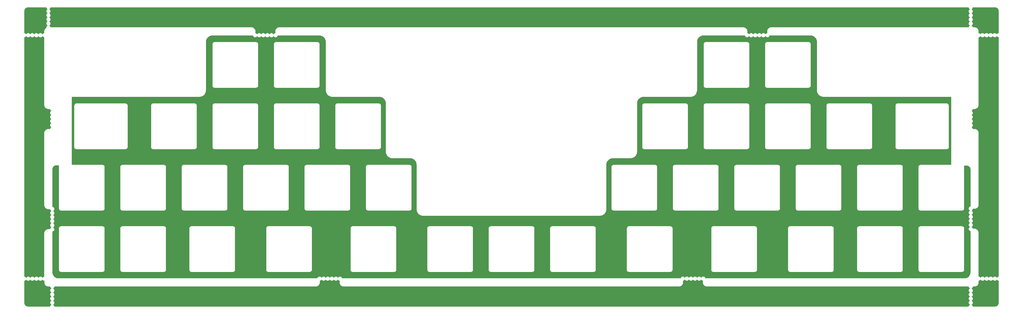
<source format=gtl>
G04 #@! TF.GenerationSoftware,KiCad,Pcbnew,7.0.1-0*
G04 #@! TF.CreationDate,2023-04-11T07:49:32+09:00*
G04 #@! TF.ProjectId,Sandy_Plate_Base,53616e64-795f-4506-9c61-74655f426173,v.0*
G04 #@! TF.SameCoordinates,Original*
G04 #@! TF.FileFunction,Copper,L1,Top*
G04 #@! TF.FilePolarity,Positive*
%FSLAX46Y46*%
G04 Gerber Fmt 4.6, Leading zero omitted, Abs format (unit mm)*
G04 Created by KiCad (PCBNEW 7.0.1-0) date 2023-04-11 07:49:32*
%MOMM*%
%LPD*%
G01*
G04 APERTURE LIST*
G04 APERTURE END LIST*
G04 #@! TA.AperFunction,NonConductor*
G36*
X15603457Y-28280250D02*
G01*
X15645172Y-28310557D01*
X15670953Y-28355211D01*
X15708412Y-28470497D01*
X15795624Y-28607922D01*
X15914270Y-28719339D01*
X15914272Y-28719340D01*
X15914273Y-28719341D01*
X15919892Y-28722430D01*
X15964851Y-28764648D01*
X15983911Y-28823305D01*
X15972355Y-28883888D01*
X15933042Y-28931411D01*
X15851443Y-28990696D01*
X15747695Y-29116105D01*
X15712445Y-29191016D01*
X15678394Y-29263379D01*
X15663327Y-29342362D01*
X15647894Y-29423262D01*
X15658114Y-29585697D01*
X15708412Y-29740497D01*
X15795624Y-29877922D01*
X15914270Y-29989339D01*
X15914272Y-29989340D01*
X15914273Y-29989341D01*
X15919892Y-29992430D01*
X15964851Y-30034648D01*
X15983911Y-30093305D01*
X15972355Y-30153888D01*
X15933042Y-30201411D01*
X15851443Y-30260696D01*
X15747695Y-30386105D01*
X15714070Y-30457563D01*
X15678394Y-30533379D01*
X15663327Y-30612362D01*
X15647894Y-30693262D01*
X15658114Y-30855697D01*
X15708412Y-31010497D01*
X15795624Y-31147922D01*
X15914270Y-31259339D01*
X15914272Y-31259340D01*
X15914273Y-31259341D01*
X15919892Y-31262430D01*
X15964851Y-31304648D01*
X15983911Y-31363305D01*
X15972355Y-31423888D01*
X15933042Y-31471411D01*
X15851443Y-31530696D01*
X15747695Y-31656105D01*
X15714070Y-31727563D01*
X15678394Y-31803379D01*
X15663327Y-31882362D01*
X15647894Y-31963262D01*
X15658114Y-32125697D01*
X15708412Y-32280497D01*
X15795624Y-32417922D01*
X15914270Y-32529339D01*
X15914272Y-32529340D01*
X15914273Y-32529341D01*
X15919892Y-32532430D01*
X15964851Y-32574648D01*
X15983911Y-32633305D01*
X15972355Y-32693888D01*
X15933042Y-32741411D01*
X15851443Y-32800696D01*
X15747695Y-32926105D01*
X15714070Y-32997563D01*
X15678394Y-33073379D01*
X15663327Y-33152362D01*
X15647894Y-33233262D01*
X15658114Y-33395697D01*
X15708412Y-33550497D01*
X15795624Y-33687922D01*
X15914270Y-33799339D01*
X15914272Y-33799340D01*
X15914273Y-33799341D01*
X15919892Y-33802430D01*
X15964851Y-33844648D01*
X15983911Y-33903305D01*
X15972355Y-33963888D01*
X15933042Y-34011411D01*
X15851443Y-34070696D01*
X15747695Y-34196105D01*
X15714070Y-34267563D01*
X15678394Y-34343379D01*
X15656987Y-34455599D01*
X15647894Y-34503263D01*
X15651869Y-34566441D01*
X15640312Y-34627023D01*
X15601000Y-34674544D01*
X15471112Y-34768913D01*
X15330186Y-34909837D01*
X15214301Y-35069341D01*
X15213049Y-35071064D01*
X15161135Y-35172950D01*
X15122572Y-35248634D01*
X15060984Y-35438174D01*
X15029809Y-35635006D01*
X15029809Y-36178048D01*
X15020120Y-36226100D01*
X14992567Y-36266643D01*
X14951456Y-36293340D01*
X14792497Y-36356276D01*
X14660818Y-36451945D01*
X14564232Y-36568697D01*
X14517934Y-36603458D01*
X14460902Y-36613411D01*
X14405567Y-36596387D01*
X14363992Y-36556097D01*
X14335619Y-36511388D01*
X14216969Y-36399967D01*
X14074340Y-36321557D01*
X13916691Y-36281080D01*
X13916690Y-36281080D01*
X13794781Y-36281080D01*
X13794779Y-36281080D01*
X13673828Y-36296359D01*
X13522497Y-36356276D01*
X13390818Y-36451945D01*
X13294232Y-36568697D01*
X13247934Y-36603458D01*
X13190902Y-36613411D01*
X13135567Y-36596387D01*
X13093992Y-36556097D01*
X13065619Y-36511388D01*
X12946969Y-36399967D01*
X12804340Y-36321557D01*
X12646691Y-36281080D01*
X12646690Y-36281080D01*
X12524781Y-36281080D01*
X12524779Y-36281080D01*
X12403828Y-36296359D01*
X12252497Y-36356276D01*
X12120818Y-36451945D01*
X12024232Y-36568697D01*
X11977934Y-36603458D01*
X11920902Y-36613411D01*
X11865567Y-36596387D01*
X11823992Y-36556097D01*
X11795619Y-36511388D01*
X11676969Y-36399967D01*
X11534340Y-36321557D01*
X11376691Y-36281080D01*
X11376690Y-36281080D01*
X11254781Y-36281080D01*
X11254779Y-36281080D01*
X11133828Y-36296359D01*
X10982497Y-36356276D01*
X10850818Y-36451945D01*
X10754232Y-36568697D01*
X10707934Y-36603458D01*
X10650902Y-36613411D01*
X10595567Y-36596387D01*
X10553992Y-36556097D01*
X10525619Y-36511388D01*
X10406969Y-36399967D01*
X10264340Y-36321557D01*
X10106691Y-36281080D01*
X10106690Y-36281080D01*
X9984781Y-36281080D01*
X9984779Y-36281080D01*
X9863828Y-36296359D01*
X9712497Y-36356276D01*
X9580818Y-36451945D01*
X9484232Y-36568697D01*
X9437934Y-36603458D01*
X9380902Y-36613411D01*
X9325567Y-36596387D01*
X9283992Y-36556097D01*
X9255619Y-36511388D01*
X9136969Y-36399967D01*
X8994339Y-36321557D01*
X8936759Y-36306773D01*
X8888550Y-36282208D01*
X8855392Y-36239453D01*
X8843596Y-36186652D01*
X8844710Y-29433848D01*
X8844720Y-29433809D01*
X8844720Y-29390068D01*
X8845192Y-29379260D01*
X8848420Y-29342362D01*
X8860717Y-29201819D01*
X8864469Y-29180540D01*
X8881734Y-29116105D01*
X8909164Y-29013734D01*
X8916553Y-28993434D01*
X8989538Y-28836918D01*
X9000338Y-28818212D01*
X9099393Y-28676747D01*
X9113276Y-28660202D01*
X9235392Y-28538086D01*
X9251937Y-28524203D01*
X9393402Y-28425148D01*
X9412108Y-28414348D01*
X9568624Y-28341363D01*
X9588924Y-28333974D01*
X9755730Y-28289278D01*
X9777011Y-28285526D01*
X9954450Y-28270001D01*
X9965258Y-28269530D01*
X9984377Y-28269530D01*
X15553022Y-28269530D01*
X15603457Y-28280250D01*
G37*
G04 #@! TD.AperFunction*
G04 #@! TA.AperFunction,NonConductor*
G36*
X301776643Y-28280250D02*
G01*
X301818358Y-28310557D01*
X301844139Y-28355211D01*
X301881598Y-28470497D01*
X301968810Y-28607922D01*
X302087456Y-28719339D01*
X302087458Y-28719340D01*
X302087459Y-28719341D01*
X302093078Y-28722430D01*
X302138037Y-28764648D01*
X302157097Y-28823305D01*
X302145541Y-28883888D01*
X302106228Y-28931411D01*
X302024629Y-28990696D01*
X301920881Y-29116105D01*
X301885631Y-29191016D01*
X301851580Y-29263379D01*
X301836513Y-29342362D01*
X301821080Y-29423262D01*
X301831300Y-29585697D01*
X301881598Y-29740497D01*
X301968810Y-29877922D01*
X302087456Y-29989339D01*
X302087458Y-29989340D01*
X302087459Y-29989341D01*
X302093078Y-29992430D01*
X302138037Y-30034648D01*
X302157097Y-30093305D01*
X302145541Y-30153888D01*
X302106228Y-30201411D01*
X302024629Y-30260696D01*
X301920881Y-30386105D01*
X301887256Y-30457563D01*
X301851580Y-30533379D01*
X301836513Y-30612362D01*
X301821080Y-30693262D01*
X301831300Y-30855697D01*
X301881598Y-31010497D01*
X301968810Y-31147922D01*
X302087456Y-31259339D01*
X302087458Y-31259340D01*
X302087459Y-31259341D01*
X302093078Y-31262430D01*
X302138037Y-31304648D01*
X302157097Y-31363305D01*
X302145541Y-31423888D01*
X302106228Y-31471411D01*
X302024629Y-31530696D01*
X301920881Y-31656105D01*
X301887256Y-31727563D01*
X301851580Y-31803379D01*
X301836513Y-31882362D01*
X301821080Y-31963262D01*
X301831300Y-32125697D01*
X301881598Y-32280497D01*
X301968810Y-32417922D01*
X302087456Y-32529339D01*
X302087458Y-32529340D01*
X302087459Y-32529341D01*
X302093078Y-32532430D01*
X302138037Y-32574648D01*
X302157097Y-32633305D01*
X302145541Y-32693888D01*
X302106228Y-32741411D01*
X302024629Y-32800696D01*
X301920881Y-32926105D01*
X301887256Y-32997563D01*
X301851580Y-33073379D01*
X301836513Y-33152362D01*
X301821080Y-33233262D01*
X301831300Y-33395697D01*
X301881598Y-33550497D01*
X301968810Y-33687922D01*
X302087456Y-33799339D01*
X302087458Y-33799340D01*
X302087459Y-33799341D01*
X302093078Y-33802430D01*
X302138037Y-33844648D01*
X302157097Y-33903305D01*
X302145541Y-33963888D01*
X302106228Y-34011411D01*
X302024629Y-34070696D01*
X301920881Y-34196105D01*
X301851579Y-34343381D01*
X301846927Y-34367767D01*
X301823893Y-34419501D01*
X301780258Y-34455599D01*
X301725124Y-34468530D01*
X240664518Y-34468530D01*
X240664347Y-34468495D01*
X240513475Y-34468494D01*
X240513474Y-34468494D01*
X240447858Y-34478885D01*
X240316625Y-34499669D01*
X240127087Y-34561253D01*
X239949506Y-34651735D01*
X239788277Y-34768877D01*
X239647356Y-34909802D01*
X239530212Y-35071045D01*
X239439739Y-35248620D01*
X239378159Y-35438163D01*
X239346991Y-35635009D01*
X239346995Y-35734649D01*
X239346995Y-36178048D01*
X239337306Y-36226100D01*
X239309753Y-36266643D01*
X239268642Y-36293340D01*
X239109683Y-36356276D01*
X238978004Y-36451945D01*
X238881418Y-36568697D01*
X238835120Y-36603458D01*
X238778088Y-36613411D01*
X238722753Y-36596387D01*
X238681178Y-36556097D01*
X238652805Y-36511388D01*
X238534155Y-36399967D01*
X238391526Y-36321557D01*
X238233877Y-36281080D01*
X238233876Y-36281080D01*
X238111967Y-36281080D01*
X238111965Y-36281080D01*
X237991014Y-36296359D01*
X237839683Y-36356276D01*
X237708004Y-36451945D01*
X237611418Y-36568697D01*
X237565120Y-36603458D01*
X237508088Y-36613411D01*
X237452753Y-36596387D01*
X237411178Y-36556097D01*
X237382805Y-36511388D01*
X237264155Y-36399967D01*
X237121526Y-36321557D01*
X236963877Y-36281080D01*
X236963876Y-36281080D01*
X236841967Y-36281080D01*
X236841965Y-36281080D01*
X236721014Y-36296359D01*
X236569683Y-36356276D01*
X236438004Y-36451945D01*
X236341418Y-36568697D01*
X236295120Y-36603458D01*
X236238088Y-36613411D01*
X236182753Y-36596387D01*
X236141178Y-36556097D01*
X236112805Y-36511388D01*
X235994155Y-36399967D01*
X235851526Y-36321557D01*
X235693877Y-36281080D01*
X235693876Y-36281080D01*
X235571967Y-36281080D01*
X235571965Y-36281080D01*
X235451014Y-36296359D01*
X235299683Y-36356276D01*
X235168004Y-36451945D01*
X235071418Y-36568697D01*
X235025120Y-36603458D01*
X234968088Y-36613411D01*
X234912753Y-36596387D01*
X234871178Y-36556097D01*
X234842805Y-36511388D01*
X234724155Y-36399967D01*
X234581526Y-36321557D01*
X234423877Y-36281080D01*
X234423876Y-36281080D01*
X234301967Y-36281080D01*
X234301965Y-36281080D01*
X234181014Y-36296359D01*
X234029683Y-36356276D01*
X233898004Y-36451945D01*
X233801418Y-36568697D01*
X233755120Y-36603458D01*
X233698088Y-36613411D01*
X233642753Y-36596387D01*
X233601178Y-36556097D01*
X233572805Y-36511388D01*
X233454155Y-36399967D01*
X233311525Y-36321557D01*
X233241158Y-36303490D01*
X233192955Y-36278930D01*
X233159796Y-36236183D01*
X233147995Y-36183386D01*
X233147995Y-35786088D01*
X233148071Y-35785700D01*
X233148069Y-35734652D01*
X233148070Y-35734652D01*
X233148066Y-35635003D01*
X233116882Y-35438160D01*
X233055289Y-35248619D01*
X232964803Y-35071046D01*
X232847654Y-34909815D01*
X232847652Y-34909813D01*
X232847650Y-34909810D01*
X232706724Y-34768893D01*
X232545487Y-34651755D01*
X232367906Y-34561280D01*
X232243105Y-34520734D01*
X232178362Y-34499700D01*
X231981517Y-34468528D01*
X231981515Y-34468528D01*
X231881895Y-34468528D01*
X88000003Y-34468527D01*
X87975471Y-34468527D01*
X87962161Y-34468527D01*
X87940819Y-34468527D01*
X87940693Y-34468548D01*
X87875827Y-34468549D01*
X87678994Y-34499728D01*
X87513313Y-34553562D01*
X87489514Y-34561296D01*
X87489452Y-34561316D01*
X87311893Y-34651788D01*
X87150662Y-34768929D01*
X87009744Y-34909843D01*
X86892603Y-35071070D01*
X86802123Y-35248638D01*
X86740534Y-35438171D01*
X86709351Y-35635006D01*
X86709349Y-35692733D01*
X86709348Y-35692747D01*
X86709348Y-35734649D01*
X86709346Y-35783835D01*
X86709348Y-35783846D01*
X86709348Y-36178045D01*
X86699659Y-36226097D01*
X86672106Y-36266640D01*
X86630995Y-36293337D01*
X86472036Y-36356273D01*
X86340357Y-36451942D01*
X86243771Y-36568694D01*
X86197473Y-36603455D01*
X86140441Y-36613408D01*
X86085106Y-36596384D01*
X86043531Y-36556094D01*
X86015158Y-36511385D01*
X85896508Y-36399964D01*
X85753879Y-36321554D01*
X85596230Y-36281077D01*
X85596229Y-36281077D01*
X85474320Y-36281077D01*
X85474318Y-36281077D01*
X85353367Y-36296356D01*
X85202036Y-36356273D01*
X85070357Y-36451942D01*
X84973771Y-36568694D01*
X84927473Y-36603455D01*
X84870441Y-36613408D01*
X84815106Y-36596384D01*
X84773531Y-36556094D01*
X84745158Y-36511385D01*
X84626508Y-36399964D01*
X84483879Y-36321554D01*
X84326230Y-36281077D01*
X84326229Y-36281077D01*
X84204320Y-36281077D01*
X84204318Y-36281077D01*
X84083367Y-36296356D01*
X83932036Y-36356273D01*
X83800357Y-36451942D01*
X83703771Y-36568694D01*
X83657473Y-36603455D01*
X83600441Y-36613408D01*
X83545106Y-36596384D01*
X83503531Y-36556094D01*
X83475158Y-36511385D01*
X83356508Y-36399964D01*
X83213879Y-36321554D01*
X83056230Y-36281077D01*
X83056229Y-36281077D01*
X82934320Y-36281077D01*
X82934318Y-36281077D01*
X82813367Y-36296356D01*
X82662036Y-36356273D01*
X82530357Y-36451942D01*
X82433771Y-36568694D01*
X82387473Y-36603455D01*
X82330441Y-36613408D01*
X82275106Y-36596384D01*
X82233531Y-36556094D01*
X82205158Y-36511385D01*
X82086508Y-36399964D01*
X81943879Y-36321554D01*
X81786230Y-36281077D01*
X81786229Y-36281077D01*
X81664320Y-36281077D01*
X81664318Y-36281077D01*
X81543367Y-36296356D01*
X81392036Y-36356273D01*
X81260357Y-36451942D01*
X81163771Y-36568694D01*
X81117473Y-36603455D01*
X81060441Y-36613408D01*
X81005106Y-36596384D01*
X80963531Y-36556094D01*
X80935158Y-36511385D01*
X80816508Y-36399964D01*
X80673878Y-36321554D01*
X80603511Y-36303487D01*
X80555308Y-36278927D01*
X80522149Y-36236180D01*
X80510348Y-36183383D01*
X80510348Y-35699578D01*
X80510274Y-35699164D01*
X80510277Y-35635012D01*
X80479110Y-35438177D01*
X80479105Y-35438163D01*
X80417535Y-35248644D01*
X80417534Y-35248643D01*
X80417534Y-35248641D01*
X80327066Y-35071071D01*
X80327064Y-35071067D01*
X80209936Y-34909843D01*
X80192047Y-34891953D01*
X80069020Y-34768919D01*
X79907797Y-34651776D01*
X79730233Y-34561296D01*
X79540701Y-34499709D01*
X79540448Y-34499669D01*
X79343867Y-34468528D01*
X79271703Y-34468527D01*
X79244289Y-34468527D01*
X79244224Y-34468527D01*
X79219693Y-34468527D01*
X79219692Y-34468527D01*
X17038845Y-34468528D01*
X16988410Y-34457808D01*
X16946695Y-34427500D01*
X16920914Y-34382847D01*
X16883456Y-34267563D01*
X16796244Y-34130138D01*
X16732945Y-34070696D01*
X16677597Y-34018720D01*
X16671974Y-34015629D01*
X16627015Y-33973409D01*
X16607956Y-33914752D01*
X16619513Y-33854169D01*
X16658823Y-33806649D01*
X16740424Y-33747364D01*
X16844173Y-33621953D01*
X16913474Y-33474681D01*
X16943973Y-33314801D01*
X16933753Y-33152360D01*
X16883456Y-32997563D01*
X16796244Y-32860138D01*
X16732945Y-32800696D01*
X16677597Y-32748720D01*
X16671974Y-32745629D01*
X16627015Y-32703409D01*
X16607956Y-32644752D01*
X16619513Y-32584169D01*
X16658823Y-32536649D01*
X16740424Y-32477364D01*
X16844173Y-32351953D01*
X16913474Y-32204681D01*
X16943973Y-32044801D01*
X16933753Y-31882360D01*
X16883456Y-31727563D01*
X16796244Y-31590138D01*
X16732945Y-31530696D01*
X16677597Y-31478720D01*
X16671974Y-31475629D01*
X16627015Y-31433409D01*
X16607956Y-31374752D01*
X16619513Y-31314169D01*
X16658823Y-31266649D01*
X16740424Y-31207364D01*
X16844173Y-31081953D01*
X16913474Y-30934681D01*
X16943973Y-30774801D01*
X16933753Y-30612360D01*
X16883456Y-30457563D01*
X16796244Y-30320138D01*
X16732945Y-30260696D01*
X16677597Y-30208720D01*
X16671974Y-30205629D01*
X16627015Y-30163409D01*
X16607956Y-30104752D01*
X16619513Y-30044169D01*
X16658823Y-29996649D01*
X16740424Y-29937364D01*
X16844173Y-29811953D01*
X16913474Y-29664681D01*
X16943973Y-29504801D01*
X16933753Y-29342360D01*
X16883456Y-29187563D01*
X16796244Y-29050138D01*
X16757483Y-29013739D01*
X16677597Y-28938720D01*
X16671974Y-28935629D01*
X16627015Y-28893409D01*
X16607956Y-28834752D01*
X16619513Y-28774169D01*
X16658823Y-28726649D01*
X16740424Y-28667364D01*
X16844173Y-28541953D01*
X16913474Y-28394681D01*
X16915555Y-28383770D01*
X16918127Y-28370293D01*
X16941161Y-28318559D01*
X16984796Y-28282461D01*
X17039930Y-28269530D01*
X301726208Y-28269530D01*
X301776643Y-28280250D01*
G37*
G04 #@! TD.AperFunction*
G04 #@! TA.AperFunction,NonConductor*
G36*
X310018368Y-28270001D02*
G01*
X310195809Y-28285521D01*
X310217090Y-28289272D01*
X310383907Y-28333965D01*
X310404209Y-28341354D01*
X310560729Y-28414335D01*
X310579437Y-28425135D01*
X310644224Y-28470497D01*
X310720907Y-28524188D01*
X310737464Y-28538081D01*
X310759200Y-28559815D01*
X310859574Y-28660183D01*
X310873467Y-28676738D01*
X310972526Y-28818200D01*
X310983333Y-28836917D01*
X311056317Y-28993417D01*
X311063711Y-29013729D01*
X311108412Y-29180535D01*
X311112166Y-29201819D01*
X311127623Y-29378407D01*
X311128095Y-29389220D01*
X311128095Y-36178048D01*
X311118406Y-36226100D01*
X311090853Y-36266643D01*
X311049742Y-36293340D01*
X310890783Y-36356276D01*
X310759104Y-36451945D01*
X310662518Y-36568697D01*
X310616220Y-36603458D01*
X310559188Y-36613411D01*
X310503853Y-36596387D01*
X310462278Y-36556097D01*
X310433905Y-36511388D01*
X310315255Y-36399967D01*
X310172626Y-36321557D01*
X310014977Y-36281080D01*
X310014976Y-36281080D01*
X309893067Y-36281080D01*
X309893065Y-36281080D01*
X309772114Y-36296359D01*
X309620783Y-36356276D01*
X309489104Y-36451945D01*
X309392518Y-36568697D01*
X309346220Y-36603458D01*
X309289188Y-36613411D01*
X309233853Y-36596387D01*
X309192278Y-36556097D01*
X309163905Y-36511388D01*
X309045255Y-36399967D01*
X308902626Y-36321557D01*
X308744977Y-36281080D01*
X308744976Y-36281080D01*
X308623067Y-36281080D01*
X308623065Y-36281080D01*
X308502114Y-36296359D01*
X308350783Y-36356276D01*
X308219104Y-36451945D01*
X308122518Y-36568697D01*
X308076220Y-36603458D01*
X308019188Y-36613411D01*
X307963853Y-36596387D01*
X307922278Y-36556097D01*
X307893905Y-36511388D01*
X307775255Y-36399967D01*
X307632626Y-36321557D01*
X307474977Y-36281080D01*
X307474976Y-36281080D01*
X307353067Y-36281080D01*
X307353065Y-36281080D01*
X307232114Y-36296359D01*
X307080783Y-36356276D01*
X306949104Y-36451945D01*
X306852518Y-36568697D01*
X306806220Y-36603458D01*
X306749188Y-36613411D01*
X306693853Y-36596387D01*
X306652278Y-36556097D01*
X306623905Y-36511388D01*
X306505255Y-36399967D01*
X306362626Y-36321557D01*
X306204977Y-36281080D01*
X306204976Y-36281080D01*
X306083067Y-36281080D01*
X306083065Y-36281080D01*
X305962114Y-36296359D01*
X305810783Y-36356276D01*
X305679104Y-36451945D01*
X305582518Y-36568697D01*
X305536220Y-36603458D01*
X305479188Y-36613411D01*
X305423853Y-36596387D01*
X305382278Y-36556097D01*
X305353905Y-36511388D01*
X305235255Y-36399967D01*
X305092625Y-36321557D01*
X305022258Y-36303490D01*
X304974055Y-36278930D01*
X304940896Y-36236183D01*
X304929095Y-36183386D01*
X304929095Y-35786088D01*
X304929171Y-35785700D01*
X304929169Y-35734652D01*
X304929170Y-35734652D01*
X304929166Y-35635003D01*
X304897982Y-35438160D01*
X304836389Y-35248619D01*
X304745903Y-35071046D01*
X304628754Y-34909815D01*
X304628752Y-34909813D01*
X304628750Y-34909810D01*
X304487824Y-34768893D01*
X304326587Y-34651755D01*
X304149006Y-34561280D01*
X304024205Y-34520734D01*
X303959462Y-34499700D01*
X303762617Y-34468528D01*
X303762615Y-34468528D01*
X303662968Y-34468530D01*
X303212032Y-34468530D01*
X303161597Y-34457810D01*
X303119882Y-34427503D01*
X303094101Y-34382849D01*
X303093787Y-34381885D01*
X303056642Y-34267563D01*
X302969430Y-34130138D01*
X302906131Y-34070696D01*
X302850783Y-34018720D01*
X302845160Y-34015629D01*
X302800201Y-33973409D01*
X302781142Y-33914752D01*
X302792699Y-33854169D01*
X302832009Y-33806649D01*
X302913610Y-33747364D01*
X303017359Y-33621953D01*
X303086660Y-33474681D01*
X303117159Y-33314801D01*
X303106939Y-33152360D01*
X303056642Y-32997563D01*
X302969430Y-32860138D01*
X302906131Y-32800696D01*
X302850783Y-32748720D01*
X302845160Y-32745629D01*
X302800201Y-32703409D01*
X302781142Y-32644752D01*
X302792699Y-32584169D01*
X302832009Y-32536649D01*
X302913610Y-32477364D01*
X303017359Y-32351953D01*
X303086660Y-32204681D01*
X303117159Y-32044801D01*
X303106939Y-31882360D01*
X303056642Y-31727563D01*
X302969430Y-31590138D01*
X302906131Y-31530696D01*
X302850783Y-31478720D01*
X302845160Y-31475629D01*
X302800201Y-31433409D01*
X302781142Y-31374752D01*
X302792699Y-31314169D01*
X302832009Y-31266649D01*
X302913610Y-31207364D01*
X303017359Y-31081953D01*
X303086660Y-30934681D01*
X303117159Y-30774801D01*
X303106939Y-30612360D01*
X303056642Y-30457563D01*
X302969430Y-30320138D01*
X302906131Y-30260696D01*
X302850783Y-30208720D01*
X302845160Y-30205629D01*
X302800201Y-30163409D01*
X302781142Y-30104752D01*
X302792699Y-30044169D01*
X302832009Y-29996649D01*
X302913610Y-29937364D01*
X303017359Y-29811953D01*
X303086660Y-29664681D01*
X303117159Y-29504801D01*
X303106939Y-29342360D01*
X303056642Y-29187563D01*
X302969430Y-29050138D01*
X302930669Y-29013739D01*
X302850783Y-28938720D01*
X302845160Y-28935629D01*
X302800201Y-28893409D01*
X302781142Y-28834752D01*
X302792699Y-28774169D01*
X302832009Y-28726649D01*
X302913610Y-28667364D01*
X303017359Y-28541953D01*
X303086660Y-28394681D01*
X303088741Y-28383770D01*
X303091313Y-28370293D01*
X303114347Y-28318559D01*
X303157982Y-28282461D01*
X303213116Y-28269530D01*
X309988441Y-28269530D01*
X310007565Y-28269530D01*
X310018368Y-28270001D01*
G37*
G04 #@! TD.AperFunction*
G04 #@! TA.AperFunction,NonConductor*
G36*
X14535050Y-37254171D02*
G01*
X14576625Y-37294461D01*
X14604999Y-37339172D01*
X14723648Y-37450592D01*
X14866277Y-37529002D01*
X14936159Y-37546945D01*
X14984383Y-37571523D01*
X15017543Y-37614302D01*
X15029321Y-37667130D01*
X15015622Y-58519755D01*
X15015596Y-58519924D01*
X15015595Y-58562653D01*
X15015595Y-58562733D01*
X15015571Y-58597307D01*
X15015618Y-58597577D01*
X15015616Y-58662297D01*
X15015616Y-58662298D01*
X15019645Y-58687743D01*
X15046785Y-58859137D01*
X15108366Y-59048679D01*
X15198838Y-59226249D01*
X15198839Y-59226250D01*
X15315977Y-59387483D01*
X15456897Y-59528405D01*
X15456900Y-59528407D01*
X15456901Y-59528408D01*
X15618122Y-59645544D01*
X15618124Y-59645545D01*
X15618127Y-59645547D01*
X15795698Y-59736024D01*
X15985236Y-59797607D01*
X16182075Y-59828781D01*
X16281721Y-59828780D01*
X16729433Y-59828780D01*
X16779868Y-59839500D01*
X16821583Y-59869807D01*
X16847364Y-59914461D01*
X16884823Y-60029747D01*
X16972035Y-60167172D01*
X17090681Y-60278589D01*
X17090683Y-60278590D01*
X17090684Y-60278591D01*
X17096303Y-60281680D01*
X17141262Y-60323898D01*
X17160322Y-60382555D01*
X17148766Y-60443138D01*
X17109453Y-60490661D01*
X17027854Y-60549946D01*
X16924106Y-60675355D01*
X16890481Y-60746813D01*
X16854805Y-60822629D01*
X16839738Y-60901612D01*
X16824305Y-60982512D01*
X16834525Y-61144947D01*
X16884823Y-61299747D01*
X16972035Y-61437172D01*
X17090681Y-61548589D01*
X17090683Y-61548590D01*
X17090684Y-61548591D01*
X17096303Y-61551680D01*
X17141262Y-61593898D01*
X17160322Y-61652555D01*
X17148766Y-61713138D01*
X17109453Y-61760661D01*
X17027854Y-61819946D01*
X16924106Y-61945355D01*
X16890481Y-62016813D01*
X16854805Y-62092629D01*
X16839738Y-62171612D01*
X16824305Y-62252512D01*
X16834525Y-62414947D01*
X16884823Y-62569747D01*
X16972035Y-62707172D01*
X17090681Y-62818589D01*
X17090683Y-62818590D01*
X17090684Y-62818591D01*
X17096303Y-62821680D01*
X17141262Y-62863898D01*
X17160322Y-62922555D01*
X17148766Y-62983138D01*
X17109453Y-63030661D01*
X17027854Y-63089946D01*
X16924106Y-63215355D01*
X16890481Y-63286813D01*
X16854805Y-63362629D01*
X16839738Y-63441612D01*
X16824305Y-63522512D01*
X16834525Y-63684947D01*
X16884823Y-63839747D01*
X16972035Y-63977172D01*
X17090681Y-64088589D01*
X17090683Y-64088590D01*
X17090684Y-64088591D01*
X17096303Y-64091680D01*
X17141262Y-64133898D01*
X17160322Y-64192555D01*
X17148766Y-64253138D01*
X17109453Y-64300661D01*
X17027854Y-64359946D01*
X16924106Y-64485355D01*
X16890481Y-64556813D01*
X16854805Y-64632629D01*
X16839738Y-64711612D01*
X16824305Y-64792512D01*
X16834525Y-64954947D01*
X16884823Y-65109747D01*
X16972035Y-65247172D01*
X17090681Y-65358589D01*
X17090683Y-65358590D01*
X17090684Y-65358591D01*
X17096303Y-65361680D01*
X17141262Y-65403898D01*
X17160322Y-65462555D01*
X17148766Y-65523138D01*
X17109453Y-65570661D01*
X17027854Y-65629946D01*
X16924106Y-65755355D01*
X16854804Y-65902631D01*
X16850152Y-65927017D01*
X16827118Y-65978751D01*
X16783483Y-66014849D01*
X16728349Y-66027780D01*
X16247864Y-66027780D01*
X16247780Y-66027793D01*
X16182079Y-66027793D01*
X16182078Y-66027793D01*
X16182075Y-66027793D01*
X16024604Y-66052732D01*
X15985236Y-66058967D01*
X15795695Y-66120550D01*
X15618127Y-66211023D01*
X15456893Y-66328163D01*
X15315973Y-66469083D01*
X15198834Y-66630308D01*
X15108355Y-66807882D01*
X15046768Y-66997425D01*
X15015595Y-67194256D01*
X15015595Y-67244380D01*
X15015564Y-67244552D01*
X15015595Y-67293206D01*
X15015595Y-67337922D01*
X15015623Y-67338100D01*
X15022751Y-78547338D01*
X15029809Y-89646211D01*
X15029807Y-89743610D01*
X15060979Y-89940451D01*
X15114704Y-90105808D01*
X15122562Y-90129995D01*
X15213034Y-90307561D01*
X15213037Y-90307566D01*
X15330178Y-90468799D01*
X15330180Y-90468801D01*
X15330181Y-90468802D01*
X15471100Y-90609721D01*
X15621035Y-90718655D01*
X15632333Y-90726863D01*
X15809907Y-90817338D01*
X15999448Y-90878921D01*
X16196289Y-90910093D01*
X16295934Y-90910090D01*
X16295937Y-90910090D01*
X16743647Y-90910090D01*
X16794082Y-90920810D01*
X16835797Y-90951117D01*
X16861578Y-90995771D01*
X16899037Y-91111057D01*
X16986249Y-91248482D01*
X17104895Y-91359899D01*
X17104897Y-91359900D01*
X17104898Y-91359901D01*
X17110517Y-91362990D01*
X17155476Y-91405208D01*
X17174536Y-91463865D01*
X17162980Y-91524448D01*
X17123667Y-91571971D01*
X17042068Y-91631256D01*
X16938320Y-91756665D01*
X16895851Y-91846918D01*
X16869019Y-91903939D01*
X16853952Y-91982922D01*
X16838519Y-92063822D01*
X16848739Y-92226257D01*
X16899037Y-92381057D01*
X16986249Y-92518482D01*
X17104895Y-92629899D01*
X17104897Y-92629900D01*
X17104898Y-92629901D01*
X17110517Y-92632990D01*
X17155476Y-92675208D01*
X17174536Y-92733865D01*
X17162980Y-92794448D01*
X17123667Y-92841971D01*
X17042068Y-92901256D01*
X16938320Y-93026665D01*
X16904695Y-93098123D01*
X16869019Y-93173939D01*
X16853952Y-93252922D01*
X16838519Y-93333822D01*
X16848739Y-93496257D01*
X16899037Y-93651057D01*
X16986249Y-93788482D01*
X17104895Y-93899899D01*
X17104897Y-93899900D01*
X17104898Y-93899901D01*
X17110517Y-93902990D01*
X17155476Y-93945208D01*
X17174536Y-94003865D01*
X17162980Y-94064448D01*
X17123667Y-94111971D01*
X17042068Y-94171256D01*
X16938320Y-94296665D01*
X16904695Y-94368123D01*
X16869019Y-94443939D01*
X16853952Y-94522922D01*
X16838519Y-94603822D01*
X16848739Y-94766257D01*
X16899037Y-94921057D01*
X16986249Y-95058482D01*
X17104895Y-95169899D01*
X17104897Y-95169900D01*
X17104898Y-95169901D01*
X17110517Y-95172990D01*
X17155476Y-95215208D01*
X17174536Y-95273865D01*
X17162980Y-95334448D01*
X17123667Y-95381971D01*
X17042068Y-95441256D01*
X16938320Y-95566665D01*
X16904695Y-95638123D01*
X16869019Y-95713939D01*
X16853952Y-95792922D01*
X16838519Y-95873822D01*
X16848739Y-96036257D01*
X16899037Y-96191057D01*
X16986249Y-96328482D01*
X17104895Y-96439899D01*
X17104897Y-96439900D01*
X17104898Y-96439901D01*
X17110517Y-96442990D01*
X17155476Y-96485208D01*
X17174536Y-96543865D01*
X17162980Y-96604448D01*
X17123667Y-96651971D01*
X17042068Y-96711256D01*
X16938320Y-96836665D01*
X16869018Y-96983941D01*
X16864366Y-97008327D01*
X16841332Y-97060061D01*
X16797697Y-97096159D01*
X16742563Y-97109090D01*
X16261820Y-97109090D01*
X16261715Y-97109107D01*
X16196292Y-97109106D01*
X16196291Y-97109106D01*
X16032590Y-97135030D01*
X15999451Y-97140278D01*
X15809910Y-97201859D01*
X15632336Y-97292333D01*
X15471109Y-97409469D01*
X15330185Y-97550391D01*
X15213043Y-97711622D01*
X15122565Y-97889194D01*
X15060982Y-98078728D01*
X15060982Y-98078731D01*
X15029949Y-98274684D01*
X15029808Y-98275572D01*
X15029808Y-98399093D01*
X15029809Y-98399098D01*
X15029809Y-111728607D01*
X15020120Y-111776659D01*
X14992567Y-111817202D01*
X14951456Y-111843899D01*
X14793908Y-111906276D01*
X14662229Y-112001945D01*
X14565643Y-112118697D01*
X14519345Y-112153458D01*
X14462313Y-112163411D01*
X14406978Y-112146387D01*
X14365403Y-112106097D01*
X14337030Y-112061388D01*
X14218380Y-111949967D01*
X14075751Y-111871557D01*
X13918102Y-111831080D01*
X13918101Y-111831080D01*
X13796192Y-111831080D01*
X13796190Y-111831080D01*
X13675239Y-111846359D01*
X13523908Y-111906276D01*
X13392229Y-112001945D01*
X13295643Y-112118697D01*
X13249345Y-112153458D01*
X13192313Y-112163411D01*
X13136978Y-112146387D01*
X13095403Y-112106097D01*
X13067030Y-112061388D01*
X12948380Y-111949967D01*
X12805751Y-111871557D01*
X12648102Y-111831080D01*
X12648101Y-111831080D01*
X12526192Y-111831080D01*
X12526190Y-111831080D01*
X12405239Y-111846359D01*
X12253908Y-111906276D01*
X12122229Y-112001945D01*
X12025643Y-112118697D01*
X11979345Y-112153458D01*
X11922313Y-112163411D01*
X11866978Y-112146387D01*
X11825403Y-112106097D01*
X11797030Y-112061388D01*
X11678380Y-111949967D01*
X11535751Y-111871557D01*
X11378102Y-111831080D01*
X11378101Y-111831080D01*
X11256192Y-111831080D01*
X11256190Y-111831080D01*
X11135239Y-111846359D01*
X10983908Y-111906276D01*
X10852229Y-112001945D01*
X10755643Y-112118697D01*
X10709345Y-112153458D01*
X10652313Y-112163411D01*
X10596978Y-112146387D01*
X10555403Y-112106097D01*
X10527030Y-112061388D01*
X10408380Y-111949967D01*
X10265751Y-111871557D01*
X10108102Y-111831080D01*
X10108101Y-111831080D01*
X9986192Y-111831080D01*
X9986190Y-111831080D01*
X9865239Y-111846359D01*
X9713908Y-111906276D01*
X9582229Y-112001945D01*
X9485643Y-112118697D01*
X9439345Y-112153458D01*
X9382313Y-112163411D01*
X9326978Y-112146387D01*
X9285403Y-112106097D01*
X9257030Y-112061388D01*
X9138380Y-111949967D01*
X8995751Y-111871557D01*
X8924289Y-111853209D01*
X8876081Y-111828644D01*
X8842923Y-111785889D01*
X8831127Y-111733085D01*
X8831141Y-111646836D01*
X8843351Y-37667520D01*
X8853045Y-37619480D01*
X8880598Y-37578945D01*
X8921697Y-37552256D01*
X9068121Y-37494283D01*
X9199799Y-37398614D01*
X9296385Y-37281860D01*
X9342682Y-37247101D01*
X9399715Y-37237148D01*
X9455050Y-37254171D01*
X9496625Y-37294461D01*
X9524999Y-37339172D01*
X9643648Y-37450592D01*
X9786277Y-37529002D01*
X9943927Y-37569480D01*
X9943928Y-37569480D01*
X10065837Y-37569480D01*
X10065839Y-37569480D01*
X10186789Y-37554200D01*
X10262454Y-37524241D01*
X10338121Y-37494283D01*
X10469799Y-37398614D01*
X10566385Y-37281860D01*
X10612682Y-37247101D01*
X10669715Y-37237148D01*
X10725050Y-37254171D01*
X10766625Y-37294461D01*
X10794999Y-37339172D01*
X10913648Y-37450592D01*
X11056277Y-37529002D01*
X11213927Y-37569480D01*
X11213928Y-37569480D01*
X11335837Y-37569480D01*
X11335839Y-37569480D01*
X11456789Y-37554200D01*
X11532454Y-37524241D01*
X11608121Y-37494283D01*
X11739799Y-37398614D01*
X11836385Y-37281860D01*
X11882682Y-37247101D01*
X11939715Y-37237148D01*
X11995050Y-37254171D01*
X12036625Y-37294461D01*
X12064999Y-37339172D01*
X12183648Y-37450592D01*
X12326277Y-37529002D01*
X12483927Y-37569480D01*
X12483928Y-37569480D01*
X12605837Y-37569480D01*
X12605839Y-37569480D01*
X12726789Y-37554200D01*
X12802454Y-37524241D01*
X12878121Y-37494283D01*
X13009799Y-37398614D01*
X13106385Y-37281860D01*
X13152682Y-37247101D01*
X13209715Y-37237148D01*
X13265050Y-37254171D01*
X13306625Y-37294461D01*
X13334999Y-37339172D01*
X13453648Y-37450592D01*
X13596277Y-37529002D01*
X13753927Y-37569480D01*
X13753928Y-37569480D01*
X13875837Y-37569480D01*
X13875839Y-37569480D01*
X13996789Y-37554200D01*
X14072454Y-37524241D01*
X14148121Y-37494283D01*
X14279799Y-37398614D01*
X14376385Y-37281860D01*
X14422682Y-37247101D01*
X14479715Y-37237148D01*
X14535050Y-37254171D01*
G37*
G04 #@! TD.AperFunction*
G04 #@! TA.AperFunction,NonConductor*
G36*
X310633336Y-37254171D02*
G01*
X310674911Y-37294461D01*
X310703285Y-37339172D01*
X310821934Y-37450592D01*
X310964564Y-37529002D01*
X311034932Y-37547070D01*
X311083135Y-37571630D01*
X311116294Y-37614377D01*
X311128095Y-37667174D01*
X311128095Y-111728048D01*
X311118406Y-111776100D01*
X311090853Y-111816643D01*
X311049742Y-111843340D01*
X310890783Y-111906276D01*
X310759104Y-112001945D01*
X310662518Y-112118697D01*
X310616220Y-112153458D01*
X310559188Y-112163411D01*
X310503853Y-112146387D01*
X310462278Y-112106097D01*
X310433905Y-112061388D01*
X310315255Y-111949967D01*
X310172626Y-111871557D01*
X310014977Y-111831080D01*
X310014976Y-111831080D01*
X309893067Y-111831080D01*
X309893065Y-111831080D01*
X309772114Y-111846359D01*
X309620783Y-111906276D01*
X309489104Y-112001945D01*
X309392518Y-112118697D01*
X309346220Y-112153458D01*
X309289188Y-112163411D01*
X309233853Y-112146387D01*
X309192278Y-112106097D01*
X309163905Y-112061388D01*
X309045255Y-111949967D01*
X308902626Y-111871557D01*
X308744977Y-111831080D01*
X308744976Y-111831080D01*
X308623067Y-111831080D01*
X308623065Y-111831080D01*
X308502114Y-111846359D01*
X308350783Y-111906276D01*
X308219104Y-112001945D01*
X308122518Y-112118697D01*
X308076220Y-112153458D01*
X308019188Y-112163411D01*
X307963853Y-112146387D01*
X307922278Y-112106097D01*
X307893905Y-112061388D01*
X307775255Y-111949967D01*
X307632626Y-111871557D01*
X307474977Y-111831080D01*
X307474976Y-111831080D01*
X307353067Y-111831080D01*
X307353065Y-111831080D01*
X307232114Y-111846359D01*
X307080783Y-111906276D01*
X306949104Y-112001945D01*
X306852518Y-112118697D01*
X306806220Y-112153458D01*
X306749188Y-112163411D01*
X306693853Y-112146387D01*
X306652278Y-112106097D01*
X306623905Y-112061388D01*
X306505255Y-111949967D01*
X306362626Y-111871557D01*
X306204977Y-111831080D01*
X306204976Y-111831080D01*
X306083067Y-111831080D01*
X306083065Y-111831080D01*
X305962114Y-111846359D01*
X305810783Y-111906276D01*
X305679104Y-112001945D01*
X305582518Y-112118697D01*
X305536220Y-112153458D01*
X305479188Y-112163411D01*
X305423853Y-112146387D01*
X305382278Y-112106097D01*
X305353905Y-112061388D01*
X305235255Y-111949967D01*
X305092625Y-111871557D01*
X305022258Y-111853490D01*
X304974055Y-111828930D01*
X304940896Y-111786183D01*
X304929095Y-111733386D01*
X304929095Y-98301588D01*
X304929171Y-98301200D01*
X304929169Y-98250152D01*
X304929170Y-98250152D01*
X304929166Y-98150503D01*
X304897982Y-97953660D01*
X304836389Y-97764119D01*
X304745903Y-97586546D01*
X304628754Y-97425315D01*
X304628752Y-97425313D01*
X304628750Y-97425310D01*
X304487824Y-97284393D01*
X304326587Y-97167255D01*
X304149006Y-97076780D01*
X304024205Y-97036234D01*
X303959462Y-97015200D01*
X303762617Y-96984028D01*
X303762615Y-96984028D01*
X303662968Y-96984030D01*
X303215257Y-96984030D01*
X303164822Y-96973310D01*
X303123107Y-96943003D01*
X303097326Y-96898349D01*
X303084501Y-96858879D01*
X303059867Y-96783063D01*
X302972655Y-96645638D01*
X302965795Y-96639196D01*
X302854008Y-96534220D01*
X302850128Y-96532087D01*
X302848384Y-96531128D01*
X302803426Y-96488909D01*
X302784367Y-96430252D01*
X302795924Y-96369669D01*
X302835234Y-96322149D01*
X302916835Y-96262864D01*
X303020584Y-96137453D01*
X303089885Y-95990181D01*
X303120384Y-95830301D01*
X303110164Y-95667860D01*
X303059867Y-95513063D01*
X302972655Y-95375638D01*
X302938931Y-95343969D01*
X302854008Y-95264220D01*
X302848385Y-95261129D01*
X302803426Y-95218909D01*
X302784367Y-95160252D01*
X302795924Y-95099669D01*
X302835234Y-95052149D01*
X302916835Y-94992864D01*
X303020584Y-94867453D01*
X303089885Y-94720181D01*
X303120384Y-94560301D01*
X303110164Y-94397860D01*
X303059867Y-94243063D01*
X302972655Y-94105638D01*
X302938931Y-94073969D01*
X302854008Y-93994220D01*
X302848385Y-93991129D01*
X302803426Y-93948909D01*
X302784367Y-93890252D01*
X302795924Y-93829669D01*
X302835234Y-93782149D01*
X302916835Y-93722864D01*
X303020584Y-93597453D01*
X303089885Y-93450181D01*
X303120384Y-93290301D01*
X303110164Y-93127860D01*
X303059867Y-92973063D01*
X302972655Y-92835638D01*
X302938931Y-92803969D01*
X302854008Y-92724220D01*
X302848385Y-92721129D01*
X302803426Y-92678909D01*
X302784367Y-92620252D01*
X302795924Y-92559669D01*
X302835234Y-92512149D01*
X302916835Y-92452864D01*
X303020584Y-92327453D01*
X303089885Y-92180181D01*
X303120384Y-92020301D01*
X303110164Y-91857860D01*
X303059867Y-91703063D01*
X302972655Y-91565638D01*
X302972654Y-91565637D01*
X302854008Y-91454220D01*
X302848385Y-91451129D01*
X302803426Y-91408909D01*
X302784367Y-91350252D01*
X302795924Y-91289669D01*
X302835234Y-91242149D01*
X302916835Y-91182864D01*
X303020584Y-91057453D01*
X303089885Y-90910181D01*
X303092355Y-90897234D01*
X303094538Y-90885793D01*
X303117572Y-90834059D01*
X303161207Y-90797961D01*
X303216341Y-90785030D01*
X303611558Y-90785030D01*
X303611919Y-90785101D01*
X303662981Y-90785095D01*
X303762626Y-90785082D01*
X303959458Y-90753883D01*
X304148988Y-90692281D01*
X304326551Y-90601792D01*
X304484990Y-90486667D01*
X304487769Y-90484648D01*
X304487770Y-90484646D01*
X304487774Y-90484644D01*
X304628689Y-90343721D01*
X304731992Y-90201535D01*
X304745826Y-90182494D01*
X304745828Y-90182491D01*
X304836307Y-90004924D01*
X304897899Y-89815391D01*
X304929088Y-89618557D01*
X304929091Y-89571048D01*
X304929095Y-89571031D01*
X304929095Y-89518899D01*
X304929095Y-89518896D01*
X304929097Y-89494380D01*
X304929096Y-89494378D01*
X304929097Y-89476037D01*
X304929095Y-89476017D01*
X304929095Y-67258939D01*
X304929020Y-67258514D01*
X304929020Y-67244380D01*
X304929021Y-67194263D01*
X304897848Y-66997432D01*
X304836268Y-66807900D01*
X304745798Y-66630334D01*
X304628666Y-66469106D01*
X304539313Y-66379747D01*
X304487755Y-66328185D01*
X304326537Y-66211045D01*
X304326536Y-66211044D01*
X304326534Y-66211043D01*
X304148974Y-66120563D01*
X304148973Y-66120562D01*
X304148972Y-66120562D01*
X303959444Y-66058970D01*
X303762617Y-66027786D01*
X303715110Y-66027782D01*
X303715098Y-66027780D01*
X303690450Y-66027780D01*
X303662974Y-66027780D01*
X303638442Y-66027779D01*
X303613787Y-66027778D01*
X303613777Y-66027780D01*
X303215257Y-66027780D01*
X303164822Y-66017060D01*
X303123107Y-65986753D01*
X303097326Y-65942099D01*
X303097012Y-65941135D01*
X303059867Y-65826813D01*
X302972655Y-65689388D01*
X302909356Y-65629946D01*
X302854008Y-65577970D01*
X302848385Y-65574879D01*
X302803426Y-65532659D01*
X302784367Y-65474002D01*
X302795924Y-65413419D01*
X302835234Y-65365899D01*
X302916835Y-65306614D01*
X303020584Y-65181203D01*
X303089885Y-65033931D01*
X303120384Y-64874051D01*
X303110164Y-64711610D01*
X303059867Y-64556813D01*
X302972655Y-64419388D01*
X302909356Y-64359946D01*
X302854008Y-64307970D01*
X302848385Y-64304879D01*
X302803426Y-64262659D01*
X302784367Y-64204002D01*
X302795924Y-64143419D01*
X302835234Y-64095899D01*
X302916835Y-64036614D01*
X303020584Y-63911203D01*
X303089885Y-63763931D01*
X303120384Y-63604051D01*
X303110164Y-63441610D01*
X303059867Y-63286813D01*
X302972655Y-63149388D01*
X302909356Y-63089946D01*
X302854008Y-63037970D01*
X302848385Y-63034879D01*
X302803426Y-62992659D01*
X302784367Y-62934002D01*
X302795924Y-62873419D01*
X302835234Y-62825899D01*
X302916835Y-62766614D01*
X303020584Y-62641203D01*
X303089885Y-62493931D01*
X303120384Y-62334051D01*
X303110164Y-62171610D01*
X303059867Y-62016813D01*
X302972655Y-61879388D01*
X302909356Y-61819946D01*
X302854008Y-61767970D01*
X302848385Y-61764879D01*
X302803426Y-61722659D01*
X302784367Y-61664002D01*
X302795924Y-61603419D01*
X302835234Y-61555899D01*
X302916835Y-61496614D01*
X303020584Y-61371203D01*
X303089885Y-61223931D01*
X303120384Y-61064051D01*
X303110164Y-60901610D01*
X303059867Y-60746813D01*
X302972655Y-60609388D01*
X302909356Y-60549946D01*
X302854008Y-60497970D01*
X302848385Y-60494879D01*
X302803426Y-60452659D01*
X302784367Y-60394002D01*
X302795924Y-60333419D01*
X302835234Y-60285899D01*
X302916835Y-60226614D01*
X303020584Y-60101203D01*
X303089885Y-59953931D01*
X303091966Y-59943020D01*
X303094538Y-59929543D01*
X303117572Y-59877809D01*
X303161207Y-59841711D01*
X303216341Y-59828780D01*
X303611599Y-59828780D01*
X303611689Y-59828797D01*
X303662974Y-59828794D01*
X303662974Y-59828795D01*
X303762619Y-59828789D01*
X303959454Y-59797604D01*
X304148988Y-59736013D01*
X304326555Y-59645532D01*
X304487782Y-59528390D01*
X304628700Y-59387469D01*
X304663634Y-59339388D01*
X304707194Y-59279433D01*
X304745841Y-59226241D01*
X304836319Y-59048673D01*
X304897908Y-58859139D01*
X304929091Y-58662304D01*
X304929092Y-58625361D01*
X304929095Y-58625344D01*
X304929095Y-58553405D01*
X304929097Y-58513475D01*
X304929095Y-58513461D01*
X304929095Y-37672512D01*
X304938784Y-37624460D01*
X304966337Y-37583917D01*
X305007448Y-37557220D01*
X305106329Y-37518069D01*
X305166407Y-37494283D01*
X305298085Y-37398614D01*
X305394671Y-37281860D01*
X305440968Y-37247101D01*
X305498001Y-37237148D01*
X305553336Y-37254171D01*
X305594911Y-37294461D01*
X305623285Y-37339172D01*
X305741934Y-37450592D01*
X305884563Y-37529002D01*
X306042213Y-37569480D01*
X306042214Y-37569480D01*
X306164123Y-37569480D01*
X306164125Y-37569480D01*
X306285075Y-37554200D01*
X306360740Y-37524241D01*
X306436407Y-37494283D01*
X306568085Y-37398614D01*
X306664671Y-37281860D01*
X306710968Y-37247101D01*
X306768001Y-37237148D01*
X306823336Y-37254171D01*
X306864911Y-37294461D01*
X306893285Y-37339172D01*
X307011934Y-37450592D01*
X307154563Y-37529002D01*
X307312213Y-37569480D01*
X307312214Y-37569480D01*
X307434123Y-37569480D01*
X307434125Y-37569480D01*
X307555075Y-37554200D01*
X307630740Y-37524241D01*
X307706407Y-37494283D01*
X307838085Y-37398614D01*
X307934671Y-37281860D01*
X307980968Y-37247101D01*
X308038001Y-37237148D01*
X308093336Y-37254171D01*
X308134911Y-37294461D01*
X308163285Y-37339172D01*
X308281934Y-37450592D01*
X308424563Y-37529002D01*
X308582213Y-37569480D01*
X308582214Y-37569480D01*
X308704123Y-37569480D01*
X308704125Y-37569480D01*
X308825075Y-37554200D01*
X308900740Y-37524241D01*
X308976407Y-37494283D01*
X309108085Y-37398614D01*
X309204671Y-37281860D01*
X309250968Y-37247101D01*
X309308001Y-37237148D01*
X309363336Y-37254171D01*
X309404911Y-37294461D01*
X309433285Y-37339172D01*
X309551934Y-37450592D01*
X309694563Y-37529002D01*
X309852213Y-37569480D01*
X309852214Y-37569480D01*
X309974123Y-37569480D01*
X309974125Y-37569480D01*
X310095075Y-37554200D01*
X310170740Y-37524241D01*
X310246407Y-37494283D01*
X310378085Y-37398614D01*
X310474671Y-37281860D01*
X310520968Y-37247101D01*
X310578001Y-37237148D01*
X310633336Y-37254171D01*
G37*
G04 #@! TD.AperFunction*
G04 #@! TA.AperFunction,NonConductor*
G36*
X100443301Y-37000778D02*
G01*
X100451354Y-37001043D01*
X100690427Y-37016718D01*
X100706504Y-37018834D01*
X100937474Y-37064781D01*
X100953115Y-37068972D01*
X101176118Y-37144676D01*
X101191094Y-37150880D01*
X101402288Y-37255033D01*
X101416331Y-37263140D01*
X101463206Y-37294461D01*
X101612133Y-37393973D01*
X101625000Y-37403847D01*
X101802038Y-37559107D01*
X101813507Y-37570576D01*
X101860762Y-37624460D01*
X101968776Y-37747628D01*
X101978636Y-37760478D01*
X102109470Y-37956285D01*
X102117576Y-37970326D01*
X102218656Y-38175297D01*
X102221727Y-38181524D01*
X102221728Y-38181525D01*
X102227935Y-38196510D01*
X102303628Y-38419493D01*
X102307826Y-38435160D01*
X102353768Y-38666116D01*
X102355885Y-38682197D01*
X102371579Y-38921607D01*
X102371845Y-38929718D01*
X102371845Y-53923891D01*
X102371819Y-53924016D01*
X102371819Y-54111312D01*
X102371819Y-54111316D01*
X102407330Y-54381063D01*
X102432063Y-54473368D01*
X102477748Y-54643869D01*
X102581863Y-54895228D01*
X102717898Y-55130849D01*
X102883530Y-55346703D01*
X103075918Y-55539088D01*
X103183842Y-55621899D01*
X103291769Y-55704713D01*
X103527393Y-55840747D01*
X103778758Y-55944862D01*
X103778896Y-55944899D01*
X104041562Y-56015275D01*
X104100242Y-56022999D01*
X104311310Y-56050783D01*
X104447347Y-56050780D01*
X119065166Y-56050780D01*
X119073276Y-56051045D01*
X119312307Y-56066715D01*
X119328382Y-56068831D01*
X119559346Y-56114774D01*
X119575008Y-56118971D01*
X119797996Y-56194666D01*
X119812977Y-56200872D01*
X120024187Y-56305030D01*
X120038212Y-56313128D01*
X120234022Y-56443965D01*
X120246886Y-56453836D01*
X120423930Y-56609100D01*
X120435399Y-56620569D01*
X120590663Y-56797613D01*
X120600536Y-56810480D01*
X120731368Y-57006282D01*
X120739475Y-57020323D01*
X120843626Y-57231520D01*
X120849833Y-57246505D01*
X120925527Y-57469489D01*
X120929725Y-57485156D01*
X120975667Y-57716114D01*
X120977784Y-57732194D01*
X120993454Y-57971220D01*
X120993720Y-57979332D01*
X120993720Y-73025279D01*
X120993719Y-73161317D01*
X121029227Y-73431055D01*
X121099646Y-73693863D01*
X121203761Y-73945225D01*
X121339793Y-74180841D01*
X121339794Y-74180842D01*
X121339796Y-74180845D01*
X121505422Y-74396694D01*
X121697806Y-74589078D01*
X121913655Y-74754704D01*
X121913658Y-74754706D01*
X122149274Y-74890738D01*
X122210259Y-74915998D01*
X122400639Y-74994855D01*
X122626416Y-75055350D01*
X122663444Y-75065272D01*
X122798313Y-75083026D01*
X122933185Y-75100781D01*
X123069221Y-75100780D01*
X128590166Y-75100780D01*
X128598276Y-75101045D01*
X128837307Y-75116715D01*
X128853382Y-75118831D01*
X129084346Y-75164774D01*
X129100008Y-75168971D01*
X129322996Y-75244666D01*
X129337977Y-75250872D01*
X129549187Y-75355030D01*
X129563212Y-75363128D01*
X129759022Y-75493965D01*
X129771886Y-75503836D01*
X129948930Y-75659100D01*
X129960399Y-75670569D01*
X130115663Y-75847613D01*
X130125536Y-75860480D01*
X130256368Y-76056282D01*
X130264475Y-76070323D01*
X130368626Y-76281520D01*
X130374833Y-76296505D01*
X130450527Y-76519489D01*
X130454725Y-76535156D01*
X130500667Y-76766114D01*
X130502784Y-76782194D01*
X130518454Y-77021220D01*
X130518720Y-77029332D01*
X130518720Y-90919437D01*
X130518743Y-90919573D01*
X130518742Y-91020691D01*
X130554248Y-91290430D01*
X130624660Y-91553230D01*
X130728774Y-91804594D01*
X130864808Y-92040217D01*
X131022324Y-92245501D01*
X131030432Y-92256067D01*
X131222814Y-92448451D01*
X131431789Y-92608805D01*
X131438664Y-92614080D01*
X131493619Y-92645808D01*
X131674281Y-92750113D01*
X131925642Y-92854230D01*
X132188442Y-92924646D01*
X132458185Y-92960156D01*
X132594221Y-92960155D01*
X187299091Y-92960155D01*
X187299161Y-92960169D01*
X187350469Y-92960170D01*
X187486506Y-92960172D01*
X187756252Y-92924662D01*
X188019055Y-92854247D01*
X188270419Y-92750130D01*
X188506042Y-92614094D01*
X188721892Y-92448466D01*
X188914276Y-92256080D01*
X189079903Y-92040229D01*
X189215937Y-91804605D01*
X189320052Y-91553240D01*
X189390465Y-91290437D01*
X189425973Y-91020690D01*
X189425970Y-90884653D01*
X189425970Y-90874762D01*
X189425970Y-90740349D01*
X191017657Y-90740349D01*
X191018746Y-90745088D01*
X191020361Y-90759340D01*
X191022235Y-90764487D01*
X191026567Y-90779142D01*
X191067651Y-90958021D01*
X191070735Y-90989736D01*
X191070682Y-90991368D01*
X191082030Y-91005805D01*
X191088611Y-91015014D01*
X191100988Y-91034120D01*
X191115386Y-91048244D01*
X191204176Y-91161208D01*
X191220963Y-91189702D01*
X191221209Y-91190287D01*
X191221210Y-91190288D01*
X191238422Y-91199117D01*
X191247212Y-91204090D01*
X191263648Y-91214294D01*
X191263648Y-91214293D01*
X191268515Y-91217315D01*
X191285854Y-91223452D01*
X191407061Y-91285636D01*
X191429083Y-91302362D01*
X191436331Y-91306099D01*
X191463574Y-91309521D01*
X191463565Y-91309590D01*
X191463817Y-91309551D01*
X191543832Y-91319763D01*
X191569425Y-91325973D01*
X191569798Y-91325973D01*
X191584599Y-91325973D01*
X191600297Y-91326971D01*
X191600924Y-91327051D01*
X191600924Y-91327050D01*
X191605090Y-91327582D01*
X191619524Y-91325973D01*
X204549472Y-91325973D01*
X204565610Y-91329856D01*
X204565899Y-91327527D01*
X204587596Y-91330209D01*
X204587599Y-91330211D01*
X204592312Y-91329127D01*
X204606544Y-91327511D01*
X204610771Y-91325973D01*
X204610772Y-91325973D01*
X204611731Y-91325623D01*
X204626350Y-91321299D01*
X204805068Y-91280201D01*
X204836765Y-91277110D01*
X204838410Y-91277162D01*
X204852854Y-91265796D01*
X204862032Y-91259232D01*
X204877446Y-91249242D01*
X204877446Y-91249240D01*
X204881113Y-91246864D01*
X204895254Y-91232435D01*
X205008142Y-91143614D01*
X205036637Y-91126811D01*
X205037215Y-91126568D01*
X205046041Y-91109343D01*
X205051004Y-91100560D01*
X205061204Y-91084114D01*
X205061203Y-91084111D01*
X205064223Y-91079243D01*
X205070353Y-91061905D01*
X205077355Y-91048244D01*
X205132522Y-90940597D01*
X205149224Y-90918593D01*
X205152986Y-90911293D01*
X205156315Y-90884698D01*
X205156350Y-90884418D01*
X205166643Y-90803671D01*
X205172845Y-90778105D01*
X205172845Y-90762898D01*
X205173840Y-90747220D01*
X205174454Y-90742398D01*
X205174225Y-90740349D01*
X210067657Y-90740349D01*
X210068746Y-90745088D01*
X210070361Y-90759340D01*
X210072235Y-90764487D01*
X210076567Y-90779142D01*
X210117651Y-90958021D01*
X210120735Y-90989736D01*
X210120682Y-90991368D01*
X210132030Y-91005805D01*
X210138611Y-91015014D01*
X210150988Y-91034120D01*
X210165386Y-91048244D01*
X210254176Y-91161208D01*
X210270963Y-91189702D01*
X210271209Y-91190287D01*
X210271210Y-91190288D01*
X210288422Y-91199117D01*
X210297212Y-91204090D01*
X210313648Y-91214294D01*
X210313648Y-91214293D01*
X210318515Y-91217315D01*
X210335854Y-91223452D01*
X210457061Y-91285636D01*
X210479083Y-91302362D01*
X210486331Y-91306099D01*
X210513574Y-91309521D01*
X210513565Y-91309590D01*
X210513817Y-91309551D01*
X210593832Y-91319763D01*
X210619425Y-91325973D01*
X210619798Y-91325973D01*
X210634599Y-91325973D01*
X210650297Y-91326971D01*
X210650924Y-91327051D01*
X210650924Y-91327050D01*
X210655090Y-91327582D01*
X210669524Y-91325973D01*
X223599472Y-91325973D01*
X223615610Y-91329856D01*
X223615899Y-91327527D01*
X223637596Y-91330209D01*
X223637599Y-91330211D01*
X223642312Y-91329127D01*
X223656544Y-91327511D01*
X223660771Y-91325973D01*
X223660772Y-91325973D01*
X223661731Y-91325623D01*
X223676350Y-91321299D01*
X223855068Y-91280201D01*
X223886765Y-91277110D01*
X223888410Y-91277162D01*
X223902854Y-91265796D01*
X223912032Y-91259232D01*
X223927446Y-91249242D01*
X223927446Y-91249240D01*
X223931113Y-91246864D01*
X223945254Y-91232435D01*
X224058142Y-91143614D01*
X224086637Y-91126811D01*
X224087215Y-91126568D01*
X224096041Y-91109343D01*
X224101004Y-91100560D01*
X224111204Y-91084114D01*
X224111203Y-91084111D01*
X224114223Y-91079243D01*
X224120353Y-91061905D01*
X224127355Y-91048244D01*
X224182522Y-90940597D01*
X224199224Y-90918593D01*
X224202986Y-90911293D01*
X224206315Y-90884698D01*
X224206350Y-90884418D01*
X224216643Y-90803671D01*
X224222845Y-90778105D01*
X224222845Y-90762898D01*
X224223840Y-90747220D01*
X224224454Y-90742398D01*
X224224225Y-90740349D01*
X229117657Y-90740349D01*
X229118746Y-90745088D01*
X229120361Y-90759340D01*
X229122235Y-90764487D01*
X229126567Y-90779142D01*
X229167651Y-90958021D01*
X229170735Y-90989736D01*
X229170682Y-90991368D01*
X229182030Y-91005805D01*
X229188611Y-91015014D01*
X229200988Y-91034120D01*
X229215386Y-91048244D01*
X229304176Y-91161208D01*
X229320963Y-91189702D01*
X229321209Y-91190287D01*
X229321210Y-91190288D01*
X229338422Y-91199117D01*
X229347212Y-91204090D01*
X229363648Y-91214294D01*
X229363648Y-91214293D01*
X229368515Y-91217315D01*
X229385854Y-91223452D01*
X229507061Y-91285636D01*
X229529083Y-91302362D01*
X229536331Y-91306099D01*
X229563574Y-91309521D01*
X229563565Y-91309590D01*
X229563817Y-91309551D01*
X229643832Y-91319763D01*
X229669425Y-91325973D01*
X229669798Y-91325973D01*
X229684599Y-91325973D01*
X229700297Y-91326971D01*
X229700924Y-91327051D01*
X229700924Y-91327050D01*
X229705090Y-91327582D01*
X229719524Y-91325973D01*
X242649472Y-91325973D01*
X242665610Y-91329856D01*
X242665899Y-91327527D01*
X242687596Y-91330209D01*
X242687599Y-91330211D01*
X242692312Y-91329127D01*
X242706544Y-91327511D01*
X242710771Y-91325973D01*
X242710772Y-91325973D01*
X242711731Y-91325623D01*
X242726350Y-91321299D01*
X242905068Y-91280201D01*
X242936765Y-91277110D01*
X242938410Y-91277162D01*
X242952854Y-91265796D01*
X242962032Y-91259232D01*
X242977446Y-91249242D01*
X242977446Y-91249240D01*
X242981113Y-91246864D01*
X242995254Y-91232435D01*
X243108142Y-91143614D01*
X243136637Y-91126811D01*
X243137215Y-91126568D01*
X243146041Y-91109343D01*
X243151004Y-91100560D01*
X243161204Y-91084114D01*
X243161203Y-91084111D01*
X243164223Y-91079243D01*
X243170353Y-91061905D01*
X243177355Y-91048244D01*
X243232522Y-90940597D01*
X243249224Y-90918593D01*
X243252986Y-90911293D01*
X243256315Y-90884698D01*
X243256350Y-90884418D01*
X243266643Y-90803671D01*
X243272845Y-90778105D01*
X243272845Y-90762898D01*
X243273840Y-90747220D01*
X243274454Y-90742398D01*
X243274225Y-90740349D01*
X248167657Y-90740349D01*
X248168746Y-90745088D01*
X248170361Y-90759340D01*
X248172235Y-90764487D01*
X248176567Y-90779142D01*
X248217651Y-90958021D01*
X248220735Y-90989736D01*
X248220682Y-90991368D01*
X248232030Y-91005805D01*
X248238611Y-91015014D01*
X248250988Y-91034120D01*
X248265386Y-91048244D01*
X248354176Y-91161208D01*
X248370963Y-91189702D01*
X248371209Y-91190287D01*
X248371210Y-91190288D01*
X248388422Y-91199117D01*
X248397212Y-91204090D01*
X248413648Y-91214294D01*
X248413648Y-91214293D01*
X248418515Y-91217315D01*
X248435854Y-91223452D01*
X248557061Y-91285636D01*
X248579083Y-91302362D01*
X248586331Y-91306099D01*
X248613574Y-91309521D01*
X248613565Y-91309590D01*
X248613817Y-91309551D01*
X248693832Y-91319763D01*
X248719425Y-91325973D01*
X248719798Y-91325973D01*
X248734599Y-91325973D01*
X248750297Y-91326971D01*
X248750924Y-91327051D01*
X248750924Y-91327050D01*
X248755090Y-91327582D01*
X248769524Y-91325973D01*
X261699472Y-91325973D01*
X261715610Y-91329856D01*
X261715899Y-91327527D01*
X261737596Y-91330209D01*
X261737599Y-91330211D01*
X261742312Y-91329127D01*
X261756544Y-91327511D01*
X261760771Y-91325973D01*
X261760772Y-91325973D01*
X261761731Y-91325623D01*
X261776350Y-91321299D01*
X261955068Y-91280201D01*
X261986765Y-91277110D01*
X261988410Y-91277162D01*
X262002854Y-91265796D01*
X262012032Y-91259232D01*
X262027446Y-91249242D01*
X262027446Y-91249240D01*
X262031113Y-91246864D01*
X262045254Y-91232435D01*
X262158142Y-91143614D01*
X262186637Y-91126811D01*
X262187215Y-91126568D01*
X262196041Y-91109343D01*
X262201004Y-91100560D01*
X262211204Y-91084114D01*
X262211203Y-91084111D01*
X262214223Y-91079243D01*
X262220353Y-91061905D01*
X262227355Y-91048244D01*
X262282522Y-90940597D01*
X262299224Y-90918593D01*
X262302986Y-90911293D01*
X262306315Y-90884698D01*
X262306350Y-90884418D01*
X262316643Y-90803671D01*
X262322845Y-90778105D01*
X262322845Y-90762898D01*
X262323840Y-90747220D01*
X262324454Y-90742398D01*
X262324225Y-90740349D01*
X267217657Y-90740349D01*
X267218746Y-90745088D01*
X267220361Y-90759340D01*
X267222235Y-90764487D01*
X267226567Y-90779142D01*
X267267651Y-90958021D01*
X267270735Y-90989736D01*
X267270682Y-90991368D01*
X267282030Y-91005805D01*
X267288611Y-91015014D01*
X267300988Y-91034120D01*
X267315386Y-91048244D01*
X267404176Y-91161208D01*
X267420963Y-91189702D01*
X267421209Y-91190287D01*
X267421210Y-91190288D01*
X267438422Y-91199117D01*
X267447212Y-91204090D01*
X267463648Y-91214294D01*
X267463648Y-91214293D01*
X267468515Y-91217315D01*
X267485854Y-91223452D01*
X267607061Y-91285636D01*
X267629083Y-91302362D01*
X267636331Y-91306099D01*
X267663574Y-91309521D01*
X267663565Y-91309590D01*
X267663817Y-91309551D01*
X267743832Y-91319763D01*
X267769425Y-91325973D01*
X267769798Y-91325973D01*
X267784599Y-91325973D01*
X267800297Y-91326971D01*
X267800924Y-91327051D01*
X267800924Y-91327050D01*
X267805090Y-91327582D01*
X267819524Y-91325973D01*
X280749472Y-91325973D01*
X280765610Y-91329856D01*
X280765899Y-91327527D01*
X280787596Y-91330209D01*
X280787599Y-91330211D01*
X280792312Y-91329127D01*
X280806544Y-91327511D01*
X280810771Y-91325973D01*
X280810772Y-91325973D01*
X280811731Y-91325623D01*
X280826350Y-91321299D01*
X281005068Y-91280201D01*
X281036765Y-91277110D01*
X281038410Y-91277162D01*
X281052854Y-91265796D01*
X281062032Y-91259232D01*
X281077446Y-91249242D01*
X281077446Y-91249240D01*
X281081113Y-91246864D01*
X281095254Y-91232435D01*
X281208142Y-91143614D01*
X281236637Y-91126811D01*
X281237215Y-91126568D01*
X281246041Y-91109343D01*
X281251004Y-91100560D01*
X281261204Y-91084114D01*
X281261203Y-91084111D01*
X281264223Y-91079243D01*
X281270353Y-91061905D01*
X281277355Y-91048244D01*
X281332522Y-90940597D01*
X281349224Y-90918593D01*
X281352986Y-90911293D01*
X281356315Y-90884698D01*
X281356350Y-90884418D01*
X281366643Y-90803671D01*
X281372845Y-90778105D01*
X281372845Y-90762898D01*
X281373840Y-90747220D01*
X281374454Y-90742398D01*
X281372845Y-90727975D01*
X281372845Y-77798420D01*
X281376730Y-77782275D01*
X281374391Y-77781986D01*
X281377080Y-77760288D01*
X281376610Y-77758243D01*
X281375992Y-77755550D01*
X281374376Y-77741301D01*
X281372501Y-77736148D01*
X281368171Y-77721499D01*
X281327086Y-77542623D01*
X281324003Y-77510890D01*
X281324055Y-77509271D01*
X281324054Y-77509270D01*
X281324055Y-77509270D01*
X281312701Y-77494825D01*
X281306123Y-77485620D01*
X281293750Y-77466521D01*
X281279353Y-77452398D01*
X281190560Y-77339431D01*
X281173773Y-77310935D01*
X281173528Y-77310353D01*
X281173525Y-77310350D01*
X281156311Y-77301519D01*
X281147517Y-77296545D01*
X281131089Y-77286346D01*
X281126229Y-77283329D01*
X281108885Y-77277188D01*
X280987674Y-77215003D01*
X280965658Y-77198281D01*
X280958549Y-77194616D01*
X280958548Y-77194615D01*
X280958546Y-77194614D01*
X280958407Y-77194543D01*
X280931438Y-77191154D01*
X280931201Y-77191124D01*
X280850903Y-77180876D01*
X280825314Y-77174669D01*
X280824940Y-77174669D01*
X280810137Y-77174669D01*
X280794440Y-77173671D01*
X280793812Y-77173591D01*
X280789646Y-77173059D01*
X280775213Y-77174669D01*
X267845267Y-77174669D01*
X267829128Y-77170785D01*
X267828840Y-77173115D01*
X267807139Y-77170430D01*
X267802425Y-77171515D01*
X267788192Y-77173130D01*
X267782990Y-77175023D01*
X267768386Y-77179341D01*
X267589669Y-77220438D01*
X267557983Y-77223531D01*
X267556328Y-77223478D01*
X267541907Y-77234825D01*
X267532680Y-77241423D01*
X267513629Y-77253770D01*
X267499478Y-77268206D01*
X267386591Y-77357024D01*
X267358102Y-77373826D01*
X267357522Y-77374070D01*
X267357521Y-77374071D01*
X267348693Y-77391296D01*
X267343727Y-77400083D01*
X267330517Y-77421386D01*
X267324386Y-77438724D01*
X267316113Y-77454870D01*
X267262210Y-77560047D01*
X267245513Y-77582045D01*
X267241749Y-77589349D01*
X267238382Y-77616255D01*
X267238347Y-77616533D01*
X267228093Y-77696972D01*
X267221893Y-77722540D01*
X267221893Y-77737743D01*
X267220898Y-77753420D01*
X267220283Y-77758243D01*
X267221893Y-77772666D01*
X267221893Y-90702218D01*
X267218007Y-90718362D01*
X267220347Y-90718652D01*
X267217657Y-90740349D01*
X262324225Y-90740349D01*
X262322845Y-90727975D01*
X262322845Y-77798420D01*
X262326730Y-77782275D01*
X262324391Y-77781986D01*
X262327080Y-77760288D01*
X262326610Y-77758243D01*
X262325992Y-77755550D01*
X262324376Y-77741301D01*
X262322501Y-77736148D01*
X262318171Y-77721499D01*
X262277086Y-77542623D01*
X262274003Y-77510890D01*
X262274055Y-77509271D01*
X262274054Y-77509270D01*
X262274055Y-77509270D01*
X262262701Y-77494825D01*
X262256123Y-77485620D01*
X262243750Y-77466521D01*
X262229353Y-77452398D01*
X262140560Y-77339431D01*
X262123773Y-77310935D01*
X262123528Y-77310353D01*
X262123525Y-77310350D01*
X262106311Y-77301519D01*
X262097517Y-77296545D01*
X262081089Y-77286346D01*
X262076229Y-77283329D01*
X262058885Y-77277188D01*
X261937674Y-77215003D01*
X261915658Y-77198281D01*
X261908549Y-77194616D01*
X261908548Y-77194615D01*
X261908546Y-77194614D01*
X261908407Y-77194543D01*
X261881438Y-77191154D01*
X261881201Y-77191124D01*
X261800903Y-77180876D01*
X261775314Y-77174669D01*
X261774940Y-77174669D01*
X261760137Y-77174669D01*
X261744440Y-77173671D01*
X261743812Y-77173591D01*
X261739646Y-77173059D01*
X261725213Y-77174669D01*
X248795267Y-77174669D01*
X248779128Y-77170785D01*
X248778840Y-77173115D01*
X248757139Y-77170430D01*
X248752425Y-77171515D01*
X248738192Y-77173130D01*
X248732990Y-77175023D01*
X248718386Y-77179341D01*
X248539669Y-77220438D01*
X248507983Y-77223531D01*
X248506328Y-77223478D01*
X248491907Y-77234825D01*
X248482680Y-77241423D01*
X248463629Y-77253770D01*
X248449478Y-77268206D01*
X248336591Y-77357024D01*
X248308102Y-77373826D01*
X248307522Y-77374070D01*
X248307521Y-77374071D01*
X248298693Y-77391296D01*
X248293727Y-77400083D01*
X248280517Y-77421386D01*
X248274386Y-77438724D01*
X248266113Y-77454870D01*
X248212210Y-77560047D01*
X248195513Y-77582045D01*
X248191749Y-77589349D01*
X248188382Y-77616255D01*
X248188347Y-77616533D01*
X248178093Y-77696972D01*
X248171893Y-77722540D01*
X248171893Y-77737743D01*
X248170898Y-77753420D01*
X248170283Y-77758243D01*
X248171893Y-77772666D01*
X248171893Y-90702218D01*
X248168007Y-90718362D01*
X248170347Y-90718652D01*
X248167657Y-90740349D01*
X243274225Y-90740349D01*
X243272845Y-90727975D01*
X243272845Y-77798420D01*
X243276730Y-77782275D01*
X243274391Y-77781986D01*
X243277080Y-77760288D01*
X243276610Y-77758243D01*
X243275992Y-77755550D01*
X243274376Y-77741301D01*
X243272501Y-77736148D01*
X243268171Y-77721499D01*
X243227086Y-77542623D01*
X243224003Y-77510890D01*
X243224055Y-77509271D01*
X243224054Y-77509270D01*
X243224055Y-77509270D01*
X243212701Y-77494825D01*
X243206123Y-77485620D01*
X243193750Y-77466521D01*
X243179353Y-77452398D01*
X243090560Y-77339431D01*
X243073773Y-77310935D01*
X243073528Y-77310353D01*
X243073525Y-77310350D01*
X243056311Y-77301519D01*
X243047517Y-77296545D01*
X243031089Y-77286346D01*
X243026229Y-77283329D01*
X243008885Y-77277188D01*
X242887674Y-77215003D01*
X242865658Y-77198281D01*
X242858549Y-77194616D01*
X242858548Y-77194615D01*
X242858546Y-77194614D01*
X242858407Y-77194543D01*
X242831438Y-77191154D01*
X242831201Y-77191124D01*
X242750903Y-77180876D01*
X242725314Y-77174669D01*
X242724940Y-77174669D01*
X242710137Y-77174669D01*
X242694440Y-77173671D01*
X242693812Y-77173591D01*
X242689646Y-77173059D01*
X242675213Y-77174669D01*
X229745267Y-77174669D01*
X229729128Y-77170785D01*
X229728840Y-77173115D01*
X229707139Y-77170430D01*
X229702425Y-77171515D01*
X229688192Y-77173130D01*
X229682990Y-77175023D01*
X229668386Y-77179341D01*
X229489669Y-77220438D01*
X229457983Y-77223531D01*
X229456328Y-77223478D01*
X229441907Y-77234825D01*
X229432680Y-77241423D01*
X229413629Y-77253770D01*
X229399478Y-77268206D01*
X229286591Y-77357024D01*
X229258102Y-77373826D01*
X229257522Y-77374070D01*
X229257521Y-77374071D01*
X229248693Y-77391296D01*
X229243727Y-77400083D01*
X229230517Y-77421386D01*
X229224386Y-77438724D01*
X229216113Y-77454870D01*
X229162210Y-77560047D01*
X229145513Y-77582045D01*
X229141749Y-77589349D01*
X229138382Y-77616255D01*
X229138347Y-77616533D01*
X229128093Y-77696972D01*
X229121893Y-77722540D01*
X229121893Y-77737743D01*
X229120898Y-77753420D01*
X229120283Y-77758243D01*
X229121893Y-77772666D01*
X229121893Y-90702218D01*
X229118007Y-90718362D01*
X229120347Y-90718652D01*
X229117657Y-90740349D01*
X224224225Y-90740349D01*
X224222845Y-90727975D01*
X224222845Y-77798420D01*
X224226730Y-77782275D01*
X224224391Y-77781986D01*
X224227080Y-77760288D01*
X224226610Y-77758243D01*
X224225992Y-77755550D01*
X224224376Y-77741301D01*
X224222501Y-77736148D01*
X224218171Y-77721499D01*
X224177086Y-77542623D01*
X224174003Y-77510890D01*
X224174055Y-77509271D01*
X224174054Y-77509270D01*
X224174055Y-77509270D01*
X224162701Y-77494825D01*
X224156123Y-77485620D01*
X224143750Y-77466521D01*
X224129353Y-77452398D01*
X224040560Y-77339431D01*
X224023773Y-77310935D01*
X224023528Y-77310353D01*
X224023525Y-77310350D01*
X224006311Y-77301519D01*
X223997517Y-77296545D01*
X223981089Y-77286346D01*
X223976229Y-77283329D01*
X223958885Y-77277188D01*
X223837674Y-77215003D01*
X223815658Y-77198281D01*
X223808549Y-77194616D01*
X223808548Y-77194615D01*
X223808546Y-77194614D01*
X223808407Y-77194543D01*
X223781438Y-77191154D01*
X223781201Y-77191124D01*
X223700903Y-77180876D01*
X223675314Y-77174669D01*
X223674940Y-77174669D01*
X223660137Y-77174669D01*
X223644440Y-77173671D01*
X223643812Y-77173591D01*
X223639646Y-77173059D01*
X223625213Y-77174669D01*
X210695267Y-77174669D01*
X210679128Y-77170785D01*
X210678840Y-77173115D01*
X210657139Y-77170430D01*
X210652425Y-77171515D01*
X210638192Y-77173130D01*
X210632990Y-77175023D01*
X210618386Y-77179341D01*
X210439669Y-77220438D01*
X210407983Y-77223531D01*
X210406328Y-77223478D01*
X210391907Y-77234825D01*
X210382680Y-77241423D01*
X210363629Y-77253770D01*
X210349478Y-77268206D01*
X210236591Y-77357024D01*
X210208102Y-77373826D01*
X210207522Y-77374070D01*
X210207521Y-77374071D01*
X210198693Y-77391296D01*
X210193727Y-77400083D01*
X210180517Y-77421386D01*
X210174386Y-77438724D01*
X210166113Y-77454870D01*
X210112210Y-77560047D01*
X210095513Y-77582045D01*
X210091749Y-77589349D01*
X210088382Y-77616255D01*
X210088347Y-77616533D01*
X210078093Y-77696972D01*
X210071893Y-77722540D01*
X210071893Y-77737743D01*
X210070898Y-77753420D01*
X210070283Y-77758243D01*
X210071893Y-77772666D01*
X210071893Y-90702218D01*
X210068007Y-90718362D01*
X210070347Y-90718652D01*
X210067657Y-90740349D01*
X205174225Y-90740349D01*
X205172845Y-90727975D01*
X205172845Y-77798420D01*
X205176730Y-77782275D01*
X205174391Y-77781986D01*
X205177080Y-77760288D01*
X205176610Y-77758243D01*
X205175992Y-77755550D01*
X205174376Y-77741301D01*
X205172501Y-77736148D01*
X205168171Y-77721499D01*
X205127086Y-77542623D01*
X205124003Y-77510890D01*
X205124055Y-77509271D01*
X205124054Y-77509270D01*
X205124055Y-77509270D01*
X205112701Y-77494825D01*
X205106123Y-77485620D01*
X205093750Y-77466521D01*
X205079353Y-77452398D01*
X204990560Y-77339431D01*
X204973773Y-77310935D01*
X204973528Y-77310353D01*
X204973525Y-77310350D01*
X204956311Y-77301519D01*
X204947517Y-77296545D01*
X204931089Y-77286346D01*
X204926229Y-77283329D01*
X204908885Y-77277188D01*
X204787674Y-77215003D01*
X204765658Y-77198281D01*
X204758549Y-77194616D01*
X204758548Y-77194615D01*
X204758546Y-77194614D01*
X204758407Y-77194543D01*
X204731438Y-77191154D01*
X204731201Y-77191124D01*
X204650903Y-77180876D01*
X204625314Y-77174669D01*
X204624940Y-77174669D01*
X204610137Y-77174669D01*
X204594440Y-77173671D01*
X204593812Y-77173591D01*
X204589646Y-77173059D01*
X204575213Y-77174669D01*
X191645267Y-77174669D01*
X191629128Y-77170785D01*
X191628840Y-77173115D01*
X191607139Y-77170430D01*
X191602425Y-77171515D01*
X191588192Y-77173130D01*
X191582990Y-77175023D01*
X191568386Y-77179341D01*
X191389669Y-77220438D01*
X191357983Y-77223531D01*
X191356328Y-77223478D01*
X191341907Y-77234825D01*
X191332680Y-77241423D01*
X191313629Y-77253770D01*
X191299478Y-77268206D01*
X191186591Y-77357024D01*
X191158102Y-77373826D01*
X191157522Y-77374070D01*
X191157521Y-77374071D01*
X191148693Y-77391296D01*
X191143727Y-77400083D01*
X191130517Y-77421386D01*
X191124386Y-77438724D01*
X191116113Y-77454870D01*
X191062210Y-77560047D01*
X191045513Y-77582045D01*
X191041749Y-77589349D01*
X191038382Y-77616255D01*
X191038347Y-77616533D01*
X191028093Y-77696972D01*
X191021893Y-77722540D01*
X191021893Y-77737743D01*
X191020898Y-77753420D01*
X191020283Y-77758243D01*
X191021893Y-77772666D01*
X191021893Y-90702218D01*
X191018007Y-90718362D01*
X191020347Y-90718652D01*
X191017657Y-90740349D01*
X189425970Y-90740349D01*
X189425970Y-77029332D01*
X189426236Y-77021221D01*
X189441905Y-76782194D01*
X189444022Y-76766113D01*
X189489964Y-76535155D01*
X189494162Y-76519488D01*
X189549421Y-76356703D01*
X189569858Y-76296497D01*
X189576063Y-76281520D01*
X189680218Y-76070315D01*
X189688325Y-76056275D01*
X189763108Y-75944354D01*
X189819154Y-75860474D01*
X189829016Y-75847620D01*
X189984294Y-75670559D01*
X189995754Y-75659100D01*
X190172813Y-75503822D01*
X190185659Y-75493965D01*
X190381474Y-75363125D01*
X190395499Y-75355026D01*
X190606717Y-75250863D01*
X190621688Y-75244662D01*
X190844693Y-75168959D01*
X190860337Y-75164768D01*
X191091310Y-75118822D01*
X191107379Y-75116706D01*
X191346260Y-75101046D01*
X191354373Y-75100780D01*
X196911781Y-75100780D01*
X196911831Y-75100770D01*
X197011505Y-75100772D01*
X197146377Y-75083017D01*
X197281245Y-75065264D01*
X197281249Y-75065263D01*
X197544050Y-74994848D01*
X197795412Y-74890733D01*
X198031034Y-74754699D01*
X198246883Y-74589074D01*
X198439267Y-74396691D01*
X198604893Y-74180842D01*
X198740929Y-73945221D01*
X198845045Y-73693860D01*
X198915461Y-73431059D01*
X198950971Y-73161315D01*
X198950970Y-73025279D01*
X198950970Y-73014049D01*
X198950970Y-71690349D01*
X200542657Y-71690349D01*
X200543746Y-71695088D01*
X200545361Y-71709340D01*
X200547235Y-71714487D01*
X200551567Y-71729142D01*
X200592651Y-71908021D01*
X200595735Y-71939736D01*
X200595682Y-71941368D01*
X200607030Y-71955805D01*
X200613611Y-71965014D01*
X200625988Y-71984120D01*
X200640386Y-71998244D01*
X200729176Y-72111208D01*
X200745963Y-72139702D01*
X200746209Y-72140287D01*
X200746210Y-72140288D01*
X200763422Y-72149117D01*
X200772212Y-72154090D01*
X200788648Y-72164294D01*
X200788648Y-72164293D01*
X200793515Y-72167315D01*
X200810854Y-72173452D01*
X200932061Y-72235636D01*
X200954083Y-72252362D01*
X200961331Y-72256099D01*
X200988574Y-72259521D01*
X200988565Y-72259590D01*
X200988817Y-72259551D01*
X201068832Y-72269763D01*
X201094425Y-72275973D01*
X201094798Y-72275973D01*
X201109599Y-72275973D01*
X201125297Y-72276971D01*
X201125924Y-72277051D01*
X201125924Y-72277050D01*
X201130090Y-72277582D01*
X201144524Y-72275973D01*
X214074472Y-72275973D01*
X214090610Y-72279856D01*
X214090899Y-72277527D01*
X214112596Y-72280209D01*
X214112599Y-72280211D01*
X214117312Y-72279127D01*
X214131544Y-72277511D01*
X214135771Y-72275973D01*
X214135772Y-72275973D01*
X214136731Y-72275623D01*
X214151350Y-72271299D01*
X214330068Y-72230201D01*
X214361765Y-72227110D01*
X214363410Y-72227162D01*
X214377854Y-72215796D01*
X214387032Y-72209232D01*
X214402446Y-72199242D01*
X214402446Y-72199240D01*
X214406113Y-72196864D01*
X214420254Y-72182435D01*
X214533142Y-72093614D01*
X214561637Y-72076811D01*
X214562215Y-72076568D01*
X214571041Y-72059343D01*
X214576004Y-72050560D01*
X214586204Y-72034114D01*
X214586203Y-72034111D01*
X214589223Y-72029243D01*
X214595353Y-72011905D01*
X214602355Y-71998244D01*
X214657522Y-71890597D01*
X214674224Y-71868593D01*
X214677986Y-71861293D01*
X214681315Y-71834698D01*
X214681350Y-71834418D01*
X214691643Y-71753671D01*
X214697845Y-71728105D01*
X214697845Y-71712898D01*
X214698840Y-71697220D01*
X214699454Y-71692398D01*
X214699225Y-71690349D01*
X219592657Y-71690349D01*
X219593746Y-71695088D01*
X219595361Y-71709340D01*
X219597235Y-71714487D01*
X219601567Y-71729142D01*
X219642651Y-71908021D01*
X219645735Y-71939736D01*
X219645682Y-71941368D01*
X219657030Y-71955805D01*
X219663611Y-71965014D01*
X219675988Y-71984120D01*
X219690386Y-71998244D01*
X219779176Y-72111208D01*
X219795963Y-72139702D01*
X219796209Y-72140287D01*
X219796210Y-72140288D01*
X219813422Y-72149117D01*
X219822212Y-72154090D01*
X219838648Y-72164294D01*
X219838648Y-72164293D01*
X219843515Y-72167315D01*
X219860854Y-72173452D01*
X219982061Y-72235636D01*
X220004083Y-72252362D01*
X220011331Y-72256099D01*
X220038574Y-72259521D01*
X220038565Y-72259590D01*
X220038817Y-72259551D01*
X220118832Y-72269763D01*
X220144425Y-72275973D01*
X220144798Y-72275973D01*
X220159599Y-72275973D01*
X220175297Y-72276971D01*
X220175924Y-72277051D01*
X220175924Y-72277050D01*
X220180090Y-72277582D01*
X220194524Y-72275973D01*
X233124472Y-72275973D01*
X233140610Y-72279856D01*
X233140899Y-72277527D01*
X233162596Y-72280209D01*
X233162599Y-72280211D01*
X233167312Y-72279127D01*
X233181544Y-72277511D01*
X233185771Y-72275973D01*
X233185772Y-72275973D01*
X233186731Y-72275623D01*
X233201350Y-72271299D01*
X233380068Y-72230201D01*
X233411765Y-72227110D01*
X233413410Y-72227162D01*
X233427854Y-72215796D01*
X233437032Y-72209232D01*
X233452446Y-72199242D01*
X233452446Y-72199240D01*
X233456113Y-72196864D01*
X233470254Y-72182435D01*
X233583142Y-72093614D01*
X233611637Y-72076811D01*
X233612215Y-72076568D01*
X233621041Y-72059343D01*
X233626004Y-72050560D01*
X233636204Y-72034114D01*
X233636203Y-72034111D01*
X233639223Y-72029243D01*
X233645353Y-72011905D01*
X233652355Y-71998244D01*
X233707522Y-71890597D01*
X233724224Y-71868593D01*
X233727986Y-71861293D01*
X233731315Y-71834698D01*
X233731350Y-71834418D01*
X233741643Y-71753671D01*
X233747845Y-71728105D01*
X233747845Y-71712898D01*
X233748840Y-71697220D01*
X233749454Y-71692398D01*
X233749225Y-71690349D01*
X238642657Y-71690349D01*
X238643746Y-71695088D01*
X238645361Y-71709340D01*
X238647235Y-71714487D01*
X238651567Y-71729142D01*
X238692651Y-71908021D01*
X238695735Y-71939736D01*
X238695682Y-71941368D01*
X238707030Y-71955805D01*
X238713611Y-71965014D01*
X238725988Y-71984120D01*
X238740386Y-71998244D01*
X238829176Y-72111208D01*
X238845963Y-72139702D01*
X238846209Y-72140287D01*
X238846210Y-72140288D01*
X238863422Y-72149117D01*
X238872212Y-72154090D01*
X238888648Y-72164294D01*
X238888648Y-72164293D01*
X238893515Y-72167315D01*
X238910854Y-72173452D01*
X239032061Y-72235636D01*
X239054083Y-72252362D01*
X239061331Y-72256099D01*
X239088574Y-72259521D01*
X239088565Y-72259590D01*
X239088817Y-72259551D01*
X239168832Y-72269763D01*
X239194425Y-72275973D01*
X239194798Y-72275973D01*
X239209599Y-72275973D01*
X239225297Y-72276971D01*
X239225924Y-72277051D01*
X239225924Y-72277050D01*
X239230090Y-72277582D01*
X239244524Y-72275973D01*
X252174472Y-72275973D01*
X252190610Y-72279856D01*
X252190899Y-72277527D01*
X252212596Y-72280209D01*
X252212599Y-72280211D01*
X252217312Y-72279127D01*
X252231544Y-72277511D01*
X252235771Y-72275973D01*
X252235772Y-72275973D01*
X252236731Y-72275623D01*
X252251350Y-72271299D01*
X252430068Y-72230201D01*
X252461765Y-72227110D01*
X252463410Y-72227162D01*
X252477854Y-72215796D01*
X252487032Y-72209232D01*
X252502446Y-72199242D01*
X252502446Y-72199240D01*
X252506113Y-72196864D01*
X252520254Y-72182435D01*
X252633142Y-72093614D01*
X252661637Y-72076811D01*
X252662215Y-72076568D01*
X252671041Y-72059343D01*
X252676004Y-72050560D01*
X252686204Y-72034114D01*
X252686203Y-72034111D01*
X252689223Y-72029243D01*
X252695353Y-72011905D01*
X252702355Y-71998244D01*
X252757522Y-71890597D01*
X252774224Y-71868593D01*
X252777986Y-71861293D01*
X252781315Y-71834698D01*
X252781350Y-71834418D01*
X252791643Y-71753671D01*
X252797845Y-71728105D01*
X252797845Y-71712898D01*
X252798840Y-71697220D01*
X252799454Y-71692398D01*
X252799225Y-71690349D01*
X257692657Y-71690349D01*
X257693746Y-71695088D01*
X257695361Y-71709340D01*
X257697235Y-71714487D01*
X257701567Y-71729142D01*
X257742651Y-71908021D01*
X257745735Y-71939736D01*
X257745682Y-71941368D01*
X257757030Y-71955805D01*
X257763611Y-71965014D01*
X257775988Y-71984120D01*
X257790386Y-71998244D01*
X257879176Y-72111208D01*
X257895963Y-72139702D01*
X257896209Y-72140287D01*
X257896210Y-72140288D01*
X257913422Y-72149117D01*
X257922212Y-72154090D01*
X257938648Y-72164294D01*
X257938648Y-72164293D01*
X257943515Y-72167315D01*
X257960854Y-72173452D01*
X258082061Y-72235636D01*
X258104083Y-72252362D01*
X258111331Y-72256099D01*
X258138574Y-72259521D01*
X258138565Y-72259590D01*
X258138817Y-72259551D01*
X258218832Y-72269763D01*
X258244425Y-72275973D01*
X258244798Y-72275973D01*
X258259599Y-72275973D01*
X258275297Y-72276971D01*
X258275924Y-72277051D01*
X258275924Y-72277050D01*
X258280090Y-72277582D01*
X258294524Y-72275973D01*
X271224472Y-72275973D01*
X271240610Y-72279856D01*
X271240899Y-72277527D01*
X271262596Y-72280209D01*
X271262599Y-72280211D01*
X271267312Y-72279127D01*
X271281544Y-72277511D01*
X271285771Y-72275973D01*
X271285772Y-72275973D01*
X271286731Y-72275623D01*
X271301350Y-72271299D01*
X271480068Y-72230201D01*
X271511765Y-72227110D01*
X271513410Y-72227162D01*
X271527854Y-72215796D01*
X271537032Y-72209232D01*
X271552446Y-72199242D01*
X271552446Y-72199240D01*
X271556113Y-72196864D01*
X271570254Y-72182435D01*
X271683142Y-72093614D01*
X271711637Y-72076811D01*
X271712215Y-72076568D01*
X271721041Y-72059343D01*
X271726004Y-72050560D01*
X271736204Y-72034114D01*
X271736203Y-72034111D01*
X271739223Y-72029243D01*
X271745353Y-72011905D01*
X271752355Y-71998244D01*
X271807522Y-71890597D01*
X271824224Y-71868593D01*
X271827986Y-71861293D01*
X271831315Y-71834698D01*
X271831350Y-71834418D01*
X271841643Y-71753671D01*
X271847845Y-71728105D01*
X271847845Y-71712898D01*
X271848840Y-71697220D01*
X271849454Y-71692398D01*
X271849225Y-71690349D01*
X279123907Y-71690349D01*
X279124996Y-71695088D01*
X279126611Y-71709340D01*
X279128485Y-71714487D01*
X279132817Y-71729142D01*
X279173901Y-71908021D01*
X279176985Y-71939736D01*
X279176932Y-71941368D01*
X279188280Y-71955805D01*
X279194861Y-71965014D01*
X279207238Y-71984120D01*
X279221636Y-71998244D01*
X279310426Y-72111208D01*
X279327213Y-72139702D01*
X279327459Y-72140287D01*
X279327460Y-72140288D01*
X279344672Y-72149117D01*
X279353462Y-72154090D01*
X279369898Y-72164294D01*
X279369898Y-72164293D01*
X279374765Y-72167315D01*
X279392104Y-72173452D01*
X279513311Y-72235636D01*
X279535333Y-72252362D01*
X279542581Y-72256099D01*
X279569824Y-72259521D01*
X279569815Y-72259590D01*
X279570067Y-72259551D01*
X279650082Y-72269763D01*
X279675676Y-72275972D01*
X279676047Y-72275972D01*
X279676048Y-72275973D01*
X279690837Y-72275972D01*
X279706551Y-72276972D01*
X279711345Y-72277584D01*
X279725781Y-72275971D01*
X295036924Y-72275971D01*
X295053063Y-72279851D01*
X295053351Y-72277526D01*
X295075050Y-72280209D01*
X295075050Y-72280208D01*
X295075051Y-72280209D01*
X295078942Y-72279314D01*
X295079765Y-72279125D01*
X295093994Y-72277510D01*
X295098221Y-72275971D01*
X295098224Y-72275971D01*
X295099194Y-72275617D01*
X295113800Y-72271297D01*
X295292521Y-72230199D01*
X295324217Y-72227108D01*
X295325861Y-72227160D01*
X295340293Y-72215803D01*
X295349493Y-72209224D01*
X295364898Y-72199240D01*
X295364898Y-72199238D01*
X295368566Y-72196861D01*
X295382710Y-72182431D01*
X295495590Y-72093618D01*
X295524089Y-72076811D01*
X295524667Y-72076568D01*
X295533493Y-72059343D01*
X295538456Y-72050560D01*
X295548656Y-72034114D01*
X295548655Y-72034111D01*
X295551675Y-72029243D01*
X295557805Y-72011905D01*
X295572043Y-71984123D01*
X295619974Y-71890596D01*
X295636668Y-71868606D01*
X295640353Y-71861454D01*
X295640356Y-71861452D01*
X295640356Y-71861448D01*
X295640440Y-71861286D01*
X295643795Y-71834474D01*
X295643831Y-71834187D01*
X295654095Y-71753671D01*
X295660297Y-71728105D01*
X295660297Y-71712898D01*
X295661292Y-71697220D01*
X295661906Y-71692398D01*
X295660297Y-71677975D01*
X295660297Y-58748420D01*
X295664182Y-58732275D01*
X295661843Y-58731986D01*
X295664532Y-58710288D01*
X295664062Y-58708243D01*
X295663444Y-58705550D01*
X295661828Y-58691301D01*
X295659953Y-58686148D01*
X295655623Y-58671499D01*
X295653510Y-58662298D01*
X295614536Y-58492614D01*
X295611454Y-58460892D01*
X295611454Y-58460890D01*
X295611506Y-58459271D01*
X295609149Y-58456273D01*
X295600155Y-58444829D01*
X295593573Y-58435619D01*
X295581202Y-58416522D01*
X295566804Y-58402397D01*
X295516924Y-58338936D01*
X295478012Y-58289430D01*
X295461224Y-58260933D01*
X295460979Y-58260351D01*
X295460978Y-58260350D01*
X295443760Y-58251517D01*
X295434969Y-58246544D01*
X295418541Y-58236345D01*
X295413681Y-58233328D01*
X295396336Y-58227186D01*
X295275124Y-58164999D01*
X295253101Y-58148274D01*
X295245860Y-58144541D01*
X295218890Y-58141152D01*
X295218653Y-58141122D01*
X295138355Y-58130874D01*
X295112766Y-58124667D01*
X295112392Y-58124667D01*
X295097590Y-58124667D01*
X295081892Y-58123669D01*
X295077098Y-58123057D01*
X295062665Y-58124667D01*
X279751512Y-58124667D01*
X279735372Y-58120789D01*
X279735085Y-58123114D01*
X279713388Y-58120430D01*
X279708655Y-58121519D01*
X279694432Y-58123134D01*
X279689241Y-58125023D01*
X279674637Y-58129341D01*
X279495919Y-58170438D01*
X279464233Y-58173531D01*
X279462578Y-58173478D01*
X279448157Y-58184825D01*
X279438930Y-58191423D01*
X279419879Y-58203770D01*
X279405728Y-58218206D01*
X279292841Y-58307024D01*
X279264352Y-58323826D01*
X279263772Y-58324070D01*
X279263771Y-58324071D01*
X279254943Y-58341296D01*
X279249977Y-58350083D01*
X279236767Y-58371386D01*
X279230636Y-58388724D01*
X279216392Y-58416521D01*
X279168460Y-58510047D01*
X279151763Y-58532045D01*
X279147999Y-58539349D01*
X279144632Y-58566255D01*
X279144597Y-58566533D01*
X279134343Y-58646972D01*
X279128143Y-58672540D01*
X279128143Y-58687743D01*
X279127148Y-58703420D01*
X279126533Y-58708243D01*
X279128143Y-58722666D01*
X279128143Y-71652218D01*
X279124257Y-71668362D01*
X279126597Y-71668652D01*
X279123907Y-71690349D01*
X271849225Y-71690349D01*
X271847845Y-71677975D01*
X271847845Y-58748420D01*
X271851730Y-58732275D01*
X271849391Y-58731986D01*
X271852080Y-58710288D01*
X271851610Y-58708243D01*
X271850992Y-58705550D01*
X271849376Y-58691301D01*
X271847501Y-58686148D01*
X271843171Y-58671499D01*
X271841057Y-58662297D01*
X271802085Y-58492622D01*
X271799003Y-58460890D01*
X271799055Y-58459271D01*
X271799054Y-58459270D01*
X271799055Y-58459270D01*
X271787701Y-58444825D01*
X271781123Y-58435620D01*
X271768750Y-58416521D01*
X271754353Y-58402398D01*
X271665560Y-58289431D01*
X271648773Y-58260935D01*
X271648528Y-58260353D01*
X271648525Y-58260350D01*
X271631311Y-58251519D01*
X271622517Y-58246545D01*
X271606089Y-58236346D01*
X271601229Y-58233329D01*
X271583885Y-58227188D01*
X271462674Y-58165003D01*
X271440658Y-58148281D01*
X271433549Y-58144616D01*
X271433548Y-58144615D01*
X271433546Y-58144614D01*
X271433407Y-58144543D01*
X271406438Y-58141154D01*
X271406201Y-58141124D01*
X271325903Y-58130876D01*
X271300314Y-58124669D01*
X271299940Y-58124669D01*
X271285137Y-58124669D01*
X271269440Y-58123671D01*
X271268812Y-58123591D01*
X271264646Y-58123059D01*
X271250213Y-58124669D01*
X258320267Y-58124669D01*
X258304128Y-58120785D01*
X258303840Y-58123115D01*
X258282139Y-58120430D01*
X258277425Y-58121515D01*
X258263192Y-58123130D01*
X258257990Y-58125023D01*
X258243386Y-58129341D01*
X258064669Y-58170438D01*
X258032983Y-58173531D01*
X258031328Y-58173478D01*
X258016907Y-58184825D01*
X258007680Y-58191423D01*
X257988629Y-58203770D01*
X257974478Y-58218206D01*
X257861591Y-58307024D01*
X257833102Y-58323826D01*
X257832522Y-58324070D01*
X257832521Y-58324071D01*
X257823693Y-58341296D01*
X257818727Y-58350083D01*
X257805517Y-58371386D01*
X257799386Y-58388724D01*
X257785142Y-58416521D01*
X257737210Y-58510047D01*
X257720513Y-58532045D01*
X257716749Y-58539349D01*
X257713382Y-58566255D01*
X257713347Y-58566533D01*
X257703093Y-58646972D01*
X257696893Y-58672540D01*
X257696893Y-58687743D01*
X257695898Y-58703420D01*
X257695283Y-58708243D01*
X257696893Y-58722666D01*
X257696893Y-71652218D01*
X257693007Y-71668362D01*
X257695347Y-71668652D01*
X257692657Y-71690349D01*
X252799225Y-71690349D01*
X252797845Y-71677975D01*
X252797845Y-58748420D01*
X252801730Y-58732275D01*
X252799391Y-58731986D01*
X252802080Y-58710288D01*
X252801610Y-58708243D01*
X252800992Y-58705550D01*
X252799376Y-58691301D01*
X252797501Y-58686148D01*
X252793171Y-58671499D01*
X252791057Y-58662297D01*
X252752085Y-58492622D01*
X252749003Y-58460890D01*
X252749055Y-58459271D01*
X252749054Y-58459270D01*
X252749055Y-58459270D01*
X252737701Y-58444825D01*
X252731123Y-58435620D01*
X252718750Y-58416521D01*
X252704353Y-58402398D01*
X252615560Y-58289431D01*
X252598773Y-58260935D01*
X252598528Y-58260353D01*
X252598525Y-58260350D01*
X252581311Y-58251519D01*
X252572517Y-58246545D01*
X252556089Y-58236346D01*
X252551229Y-58233329D01*
X252533885Y-58227188D01*
X252412674Y-58165003D01*
X252390658Y-58148281D01*
X252383549Y-58144616D01*
X252383548Y-58144615D01*
X252383546Y-58144614D01*
X252383407Y-58144543D01*
X252356438Y-58141154D01*
X252356201Y-58141124D01*
X252275903Y-58130876D01*
X252250314Y-58124669D01*
X252249940Y-58124669D01*
X252235137Y-58124669D01*
X252219440Y-58123671D01*
X252218812Y-58123591D01*
X252214646Y-58123059D01*
X252200213Y-58124669D01*
X239270267Y-58124669D01*
X239254128Y-58120785D01*
X239253840Y-58123115D01*
X239232139Y-58120430D01*
X239227425Y-58121515D01*
X239213192Y-58123130D01*
X239207990Y-58125023D01*
X239193386Y-58129341D01*
X239014669Y-58170438D01*
X238982983Y-58173531D01*
X238981328Y-58173478D01*
X238966907Y-58184825D01*
X238957680Y-58191423D01*
X238938629Y-58203770D01*
X238924478Y-58218206D01*
X238811591Y-58307024D01*
X238783102Y-58323826D01*
X238782522Y-58324070D01*
X238782521Y-58324071D01*
X238773693Y-58341296D01*
X238768727Y-58350083D01*
X238755517Y-58371386D01*
X238749386Y-58388724D01*
X238735142Y-58416521D01*
X238687210Y-58510047D01*
X238670513Y-58532045D01*
X238666749Y-58539349D01*
X238663382Y-58566255D01*
X238663347Y-58566533D01*
X238653093Y-58646972D01*
X238646893Y-58672540D01*
X238646893Y-58687743D01*
X238645898Y-58703420D01*
X238645283Y-58708243D01*
X238646893Y-58722666D01*
X238646893Y-71652218D01*
X238643007Y-71668362D01*
X238645347Y-71668652D01*
X238642657Y-71690349D01*
X233749225Y-71690349D01*
X233747845Y-71677975D01*
X233747845Y-58748420D01*
X233751730Y-58732275D01*
X233749391Y-58731986D01*
X233752080Y-58710288D01*
X233751610Y-58708243D01*
X233750992Y-58705550D01*
X233749376Y-58691301D01*
X233747501Y-58686148D01*
X233743171Y-58671499D01*
X233741057Y-58662297D01*
X233702085Y-58492622D01*
X233699003Y-58460890D01*
X233699055Y-58459271D01*
X233699054Y-58459270D01*
X233699055Y-58459270D01*
X233687701Y-58444825D01*
X233681123Y-58435620D01*
X233668750Y-58416521D01*
X233654353Y-58402398D01*
X233565560Y-58289431D01*
X233548773Y-58260935D01*
X233548528Y-58260353D01*
X233548525Y-58260350D01*
X233531311Y-58251519D01*
X233522517Y-58246545D01*
X233506089Y-58236346D01*
X233501229Y-58233329D01*
X233483885Y-58227188D01*
X233362674Y-58165003D01*
X233340658Y-58148281D01*
X233333549Y-58144616D01*
X233333548Y-58144615D01*
X233333546Y-58144614D01*
X233333407Y-58144543D01*
X233306438Y-58141154D01*
X233306201Y-58141124D01*
X233225903Y-58130876D01*
X233200314Y-58124669D01*
X233199940Y-58124669D01*
X233185137Y-58124669D01*
X233169440Y-58123671D01*
X233168812Y-58123591D01*
X233164646Y-58123059D01*
X233150213Y-58124669D01*
X220220267Y-58124669D01*
X220204128Y-58120785D01*
X220203840Y-58123115D01*
X220182139Y-58120430D01*
X220177425Y-58121515D01*
X220163192Y-58123130D01*
X220157990Y-58125023D01*
X220143386Y-58129341D01*
X219964669Y-58170438D01*
X219932983Y-58173531D01*
X219931328Y-58173478D01*
X219916907Y-58184825D01*
X219907680Y-58191423D01*
X219888629Y-58203770D01*
X219874478Y-58218206D01*
X219761591Y-58307024D01*
X219733102Y-58323826D01*
X219732522Y-58324070D01*
X219732521Y-58324071D01*
X219723693Y-58341296D01*
X219718727Y-58350083D01*
X219705517Y-58371386D01*
X219699386Y-58388724D01*
X219685142Y-58416521D01*
X219637210Y-58510047D01*
X219620513Y-58532045D01*
X219616749Y-58539349D01*
X219613382Y-58566255D01*
X219613347Y-58566533D01*
X219603093Y-58646972D01*
X219596893Y-58672540D01*
X219596893Y-58687743D01*
X219595898Y-58703420D01*
X219595283Y-58708243D01*
X219596893Y-58722666D01*
X219596893Y-71652218D01*
X219593007Y-71668362D01*
X219595347Y-71668652D01*
X219592657Y-71690349D01*
X214699225Y-71690349D01*
X214697845Y-71677975D01*
X214697845Y-58748420D01*
X214701730Y-58732275D01*
X214699391Y-58731986D01*
X214702080Y-58710288D01*
X214701610Y-58708243D01*
X214700992Y-58705550D01*
X214699376Y-58691301D01*
X214697501Y-58686148D01*
X214693171Y-58671499D01*
X214691057Y-58662297D01*
X214652085Y-58492622D01*
X214649003Y-58460890D01*
X214649055Y-58459271D01*
X214649054Y-58459270D01*
X214649055Y-58459270D01*
X214637701Y-58444825D01*
X214631123Y-58435620D01*
X214618750Y-58416521D01*
X214604353Y-58402398D01*
X214515560Y-58289431D01*
X214498773Y-58260935D01*
X214498528Y-58260353D01*
X214498525Y-58260350D01*
X214481311Y-58251519D01*
X214472517Y-58246545D01*
X214456089Y-58236346D01*
X214451229Y-58233329D01*
X214433885Y-58227188D01*
X214312674Y-58165003D01*
X214290658Y-58148281D01*
X214283549Y-58144616D01*
X214283548Y-58144615D01*
X214283546Y-58144614D01*
X214283407Y-58144543D01*
X214256438Y-58141154D01*
X214256201Y-58141124D01*
X214175903Y-58130876D01*
X214150314Y-58124669D01*
X214149940Y-58124669D01*
X214135137Y-58124669D01*
X214119440Y-58123671D01*
X214118812Y-58123591D01*
X214114646Y-58123059D01*
X214100213Y-58124669D01*
X201170267Y-58124669D01*
X201154128Y-58120785D01*
X201153840Y-58123115D01*
X201132139Y-58120430D01*
X201127425Y-58121515D01*
X201113192Y-58123130D01*
X201107990Y-58125023D01*
X201093386Y-58129341D01*
X200914669Y-58170438D01*
X200882983Y-58173531D01*
X200881328Y-58173478D01*
X200866907Y-58184825D01*
X200857680Y-58191423D01*
X200838629Y-58203770D01*
X200824478Y-58218206D01*
X200711591Y-58307024D01*
X200683102Y-58323826D01*
X200682522Y-58324070D01*
X200682521Y-58324071D01*
X200673693Y-58341296D01*
X200668727Y-58350083D01*
X200655517Y-58371386D01*
X200649386Y-58388724D01*
X200635142Y-58416521D01*
X200587210Y-58510047D01*
X200570513Y-58532045D01*
X200566749Y-58539349D01*
X200563382Y-58566255D01*
X200563347Y-58566533D01*
X200553093Y-58646972D01*
X200546893Y-58672540D01*
X200546893Y-58687743D01*
X200545898Y-58703420D01*
X200545283Y-58708243D01*
X200546893Y-58722666D01*
X200546893Y-71652218D01*
X200543007Y-71668362D01*
X200545347Y-71668652D01*
X200542657Y-71690349D01*
X198950970Y-71690349D01*
X198950970Y-57979332D01*
X198951236Y-57971221D01*
X198966905Y-57732194D01*
X198969022Y-57716113D01*
X199014965Y-57485149D01*
X199019162Y-57469488D01*
X199094858Y-57246497D01*
X199101063Y-57231520D01*
X199205218Y-57020315D01*
X199213325Y-57006275D01*
X199344151Y-56810479D01*
X199354016Y-56797620D01*
X199509294Y-56620559D01*
X199520754Y-56609100D01*
X199697813Y-56453822D01*
X199710659Y-56443965D01*
X199906474Y-56313125D01*
X199920499Y-56305026D01*
X200131717Y-56200863D01*
X200146688Y-56194662D01*
X200369693Y-56118959D01*
X200385337Y-56114768D01*
X200616310Y-56068822D01*
X200632379Y-56066706D01*
X200871260Y-56051046D01*
X200879373Y-56050780D01*
X215445920Y-56050780D01*
X215446251Y-56050845D01*
X215497347Y-56050844D01*
X215497347Y-56050845D01*
X215633384Y-56050842D01*
X215903130Y-56015323D01*
X216165933Y-55944899D01*
X216417295Y-55840776D01*
X216652916Y-55704735D01*
X216868764Y-55539102D01*
X217061147Y-55346713D01*
X217226772Y-55130860D01*
X217362806Y-54895234D01*
X217466921Y-54643869D01*
X217537336Y-54381064D01*
X217572846Y-54111317D01*
X217572845Y-53975279D01*
X217572845Y-52640349D01*
X219592657Y-52640349D01*
X219593746Y-52645088D01*
X219595361Y-52659340D01*
X219597235Y-52664487D01*
X219601567Y-52679142D01*
X219642651Y-52858021D01*
X219645735Y-52889736D01*
X219645682Y-52891368D01*
X219657030Y-52905805D01*
X219663611Y-52915014D01*
X219675988Y-52934120D01*
X219690386Y-52948244D01*
X219779176Y-53061208D01*
X219795963Y-53089702D01*
X219796209Y-53090287D01*
X219796210Y-53090288D01*
X219813422Y-53099117D01*
X219822212Y-53104090D01*
X219838648Y-53114294D01*
X219838648Y-53114293D01*
X219843515Y-53117315D01*
X219860854Y-53123452D01*
X219982061Y-53185636D01*
X220004083Y-53202362D01*
X220011331Y-53206099D01*
X220038574Y-53209521D01*
X220038565Y-53209590D01*
X220038817Y-53209551D01*
X220118832Y-53219763D01*
X220144425Y-53225973D01*
X220144798Y-53225973D01*
X220159599Y-53225973D01*
X220175297Y-53226971D01*
X220175924Y-53227051D01*
X220175924Y-53227050D01*
X220180090Y-53227582D01*
X220194524Y-53225973D01*
X233124472Y-53225973D01*
X233140610Y-53229856D01*
X233140899Y-53227527D01*
X233162596Y-53230209D01*
X233162599Y-53230211D01*
X233167312Y-53229127D01*
X233181544Y-53227511D01*
X233185771Y-53225973D01*
X233185772Y-53225973D01*
X233186731Y-53225623D01*
X233201350Y-53221299D01*
X233380068Y-53180201D01*
X233411765Y-53177110D01*
X233413410Y-53177162D01*
X233427854Y-53165796D01*
X233437032Y-53159232D01*
X233452446Y-53149242D01*
X233452446Y-53149240D01*
X233456113Y-53146864D01*
X233470254Y-53132435D01*
X233583142Y-53043614D01*
X233611637Y-53026811D01*
X233612215Y-53026568D01*
X233621041Y-53009343D01*
X233626004Y-53000560D01*
X233636204Y-52984114D01*
X233636203Y-52984111D01*
X233639223Y-52979243D01*
X233645353Y-52961905D01*
X233652355Y-52948244D01*
X233707522Y-52840597D01*
X233724224Y-52818593D01*
X233727986Y-52811293D01*
X233731315Y-52784698D01*
X233731350Y-52784418D01*
X233741643Y-52703671D01*
X233747845Y-52678105D01*
X233747845Y-52662898D01*
X233748840Y-52647220D01*
X233749454Y-52642398D01*
X233749225Y-52640349D01*
X238642657Y-52640349D01*
X238643746Y-52645088D01*
X238645361Y-52659340D01*
X238647235Y-52664487D01*
X238651567Y-52679142D01*
X238692651Y-52858021D01*
X238695735Y-52889736D01*
X238695682Y-52891368D01*
X238707030Y-52905805D01*
X238713611Y-52915014D01*
X238725988Y-52934120D01*
X238740386Y-52948244D01*
X238829176Y-53061208D01*
X238845963Y-53089702D01*
X238846209Y-53090287D01*
X238846210Y-53090288D01*
X238863422Y-53099117D01*
X238872212Y-53104090D01*
X238888648Y-53114294D01*
X238888648Y-53114293D01*
X238893515Y-53117315D01*
X238910854Y-53123452D01*
X239032061Y-53185636D01*
X239054083Y-53202362D01*
X239061331Y-53206099D01*
X239088574Y-53209521D01*
X239088565Y-53209590D01*
X239088817Y-53209551D01*
X239168832Y-53219763D01*
X239194425Y-53225973D01*
X239194798Y-53225973D01*
X239209599Y-53225973D01*
X239225297Y-53226971D01*
X239225924Y-53227051D01*
X239225924Y-53227050D01*
X239230090Y-53227582D01*
X239244524Y-53225973D01*
X252174472Y-53225973D01*
X252190610Y-53229856D01*
X252190899Y-53227527D01*
X252212596Y-53230209D01*
X252212599Y-53230211D01*
X252217312Y-53229127D01*
X252231544Y-53227511D01*
X252235771Y-53225973D01*
X252235772Y-53225973D01*
X252236731Y-53225623D01*
X252251350Y-53221299D01*
X252430068Y-53180201D01*
X252461765Y-53177110D01*
X252463410Y-53177162D01*
X252477854Y-53165796D01*
X252487032Y-53159232D01*
X252502446Y-53149242D01*
X252502446Y-53149240D01*
X252506113Y-53146864D01*
X252520254Y-53132435D01*
X252633142Y-53043614D01*
X252661637Y-53026811D01*
X252662215Y-53026568D01*
X252671041Y-53009343D01*
X252676004Y-53000560D01*
X252686204Y-52984114D01*
X252686203Y-52984111D01*
X252689223Y-52979243D01*
X252695353Y-52961905D01*
X252702355Y-52948244D01*
X252757522Y-52840597D01*
X252774224Y-52818593D01*
X252777986Y-52811293D01*
X252781315Y-52784698D01*
X252781350Y-52784418D01*
X252791643Y-52703671D01*
X252797845Y-52678105D01*
X252797845Y-52662898D01*
X252798840Y-52647220D01*
X252799454Y-52642398D01*
X252797845Y-52627975D01*
X252797845Y-39698420D01*
X252801730Y-39682275D01*
X252799391Y-39681986D01*
X252802080Y-39660288D01*
X252801610Y-39658243D01*
X252800992Y-39655550D01*
X252799376Y-39641301D01*
X252797501Y-39636148D01*
X252793171Y-39621499D01*
X252752086Y-39442623D01*
X252749003Y-39410890D01*
X252749055Y-39409271D01*
X252749054Y-39409270D01*
X252749055Y-39409270D01*
X252737701Y-39394825D01*
X252731123Y-39385620D01*
X252718750Y-39366521D01*
X252704353Y-39352398D01*
X252615560Y-39239431D01*
X252598773Y-39210935D01*
X252598528Y-39210353D01*
X252598525Y-39210350D01*
X252581311Y-39201519D01*
X252572517Y-39196545D01*
X252556089Y-39186346D01*
X252551229Y-39183329D01*
X252533885Y-39177188D01*
X252412674Y-39115003D01*
X252390658Y-39098281D01*
X252383549Y-39094616D01*
X252383548Y-39094615D01*
X252383546Y-39094614D01*
X252383407Y-39094543D01*
X252356438Y-39091154D01*
X252356201Y-39091124D01*
X252275903Y-39080876D01*
X252250314Y-39074669D01*
X252249940Y-39074669D01*
X252235137Y-39074669D01*
X252219440Y-39073671D01*
X252218812Y-39073591D01*
X252214646Y-39073059D01*
X252200213Y-39074669D01*
X239270267Y-39074669D01*
X239254128Y-39070785D01*
X239253840Y-39073115D01*
X239232139Y-39070430D01*
X239227425Y-39071515D01*
X239213192Y-39073130D01*
X239207990Y-39075023D01*
X239193386Y-39079341D01*
X239014669Y-39120438D01*
X238982983Y-39123531D01*
X238981328Y-39123478D01*
X238966907Y-39134825D01*
X238957680Y-39141423D01*
X238938629Y-39153770D01*
X238924478Y-39168206D01*
X238811591Y-39257024D01*
X238783102Y-39273826D01*
X238782522Y-39274070D01*
X238782521Y-39274071D01*
X238773693Y-39291296D01*
X238768727Y-39300083D01*
X238755517Y-39321386D01*
X238749386Y-39338724D01*
X238735142Y-39366521D01*
X238687210Y-39460047D01*
X238670513Y-39482045D01*
X238666749Y-39489349D01*
X238663382Y-39516255D01*
X238663347Y-39516533D01*
X238653093Y-39596972D01*
X238646893Y-39622540D01*
X238646893Y-39637743D01*
X238645898Y-39653420D01*
X238645283Y-39658243D01*
X238646893Y-39672666D01*
X238646893Y-52602218D01*
X238643007Y-52618362D01*
X238645347Y-52618652D01*
X238642657Y-52640349D01*
X233749225Y-52640349D01*
X233747845Y-52627975D01*
X233747845Y-39698420D01*
X233751730Y-39682275D01*
X233749391Y-39681986D01*
X233752080Y-39660288D01*
X233751610Y-39658243D01*
X233750992Y-39655550D01*
X233749376Y-39641301D01*
X233747501Y-39636148D01*
X233743171Y-39621499D01*
X233702086Y-39442623D01*
X233699003Y-39410890D01*
X233699055Y-39409271D01*
X233699054Y-39409270D01*
X233699055Y-39409270D01*
X233687701Y-39394825D01*
X233681123Y-39385620D01*
X233668750Y-39366521D01*
X233654353Y-39352398D01*
X233565560Y-39239431D01*
X233548773Y-39210935D01*
X233548528Y-39210353D01*
X233548525Y-39210350D01*
X233531311Y-39201519D01*
X233522517Y-39196545D01*
X233506089Y-39186346D01*
X233501229Y-39183329D01*
X233483885Y-39177188D01*
X233362674Y-39115003D01*
X233340658Y-39098281D01*
X233333549Y-39094616D01*
X233333548Y-39094615D01*
X233333546Y-39094614D01*
X233333407Y-39094543D01*
X233306438Y-39091154D01*
X233306201Y-39091124D01*
X233225903Y-39080876D01*
X233200314Y-39074669D01*
X233199940Y-39074669D01*
X233185137Y-39074669D01*
X233169440Y-39073671D01*
X233168812Y-39073591D01*
X233164646Y-39073059D01*
X233150213Y-39074669D01*
X220220267Y-39074669D01*
X220204128Y-39070785D01*
X220203840Y-39073115D01*
X220182139Y-39070430D01*
X220177425Y-39071515D01*
X220163192Y-39073130D01*
X220157990Y-39075023D01*
X220143386Y-39079341D01*
X219964669Y-39120438D01*
X219932983Y-39123531D01*
X219931328Y-39123478D01*
X219916907Y-39134825D01*
X219907680Y-39141423D01*
X219888629Y-39153770D01*
X219874478Y-39168206D01*
X219761591Y-39257024D01*
X219733102Y-39273826D01*
X219732522Y-39274070D01*
X219732521Y-39274071D01*
X219723693Y-39291296D01*
X219718727Y-39300083D01*
X219705517Y-39321386D01*
X219699386Y-39338724D01*
X219685142Y-39366521D01*
X219637210Y-39460047D01*
X219620513Y-39482045D01*
X219616749Y-39489349D01*
X219613382Y-39516255D01*
X219613347Y-39516533D01*
X219603093Y-39596972D01*
X219596893Y-39622540D01*
X219596893Y-39637743D01*
X219595898Y-39653420D01*
X219595283Y-39658243D01*
X219596893Y-39672666D01*
X219596893Y-52602218D01*
X219593007Y-52618362D01*
X219595347Y-52618652D01*
X219592657Y-52640349D01*
X217572845Y-52640349D01*
X217572845Y-38929332D01*
X217573111Y-38921221D01*
X217588780Y-38682199D01*
X217590897Y-38666118D01*
X217636843Y-38435146D01*
X217641032Y-38419510D01*
X217716736Y-38196503D01*
X217722936Y-38181538D01*
X217827096Y-37970329D01*
X217835191Y-37956307D01*
X217966044Y-37760477D01*
X217975891Y-37747646D01*
X218131179Y-37570580D01*
X218142622Y-37559137D01*
X218319687Y-37403860D01*
X218332552Y-37393990D01*
X218528350Y-37263166D01*
X218542382Y-37255065D01*
X218753597Y-37150910D01*
X218768563Y-37144712D01*
X218991567Y-37069017D01*
X219007209Y-37064826D01*
X219238186Y-37018887D01*
X219254245Y-37016773D01*
X219494291Y-37001044D01*
X219502397Y-37000780D01*
X219521875Y-37000780D01*
X232329583Y-37000780D01*
X232380018Y-37011500D01*
X232421733Y-37041807D01*
X232447514Y-37086461D01*
X232484973Y-37201747D01*
X232572185Y-37339172D01*
X232690834Y-37450592D01*
X232833463Y-37529002D01*
X232991113Y-37569480D01*
X232991114Y-37569480D01*
X233113023Y-37569480D01*
X233113025Y-37569480D01*
X233233975Y-37554200D01*
X233309640Y-37524241D01*
X233385307Y-37494283D01*
X233516985Y-37398614D01*
X233613571Y-37281860D01*
X233659868Y-37247101D01*
X233716901Y-37237148D01*
X233772236Y-37254171D01*
X233813811Y-37294461D01*
X233842185Y-37339172D01*
X233960834Y-37450592D01*
X234103463Y-37529002D01*
X234261113Y-37569480D01*
X234261114Y-37569480D01*
X234383023Y-37569480D01*
X234383025Y-37569480D01*
X234503975Y-37554200D01*
X234579640Y-37524241D01*
X234655307Y-37494283D01*
X234786985Y-37398614D01*
X234883571Y-37281860D01*
X234929868Y-37247101D01*
X234986901Y-37237148D01*
X235042236Y-37254171D01*
X235083811Y-37294461D01*
X235112185Y-37339172D01*
X235230834Y-37450592D01*
X235373463Y-37529002D01*
X235531113Y-37569480D01*
X235531114Y-37569480D01*
X235653023Y-37569480D01*
X235653025Y-37569480D01*
X235773975Y-37554200D01*
X235849640Y-37524241D01*
X235925307Y-37494283D01*
X236056985Y-37398614D01*
X236153571Y-37281860D01*
X236199868Y-37247101D01*
X236256901Y-37237148D01*
X236312236Y-37254171D01*
X236353811Y-37294461D01*
X236382185Y-37339172D01*
X236500834Y-37450592D01*
X236643463Y-37529002D01*
X236801113Y-37569480D01*
X236801114Y-37569480D01*
X236923023Y-37569480D01*
X236923025Y-37569480D01*
X237043975Y-37554200D01*
X237119640Y-37524241D01*
X237195307Y-37494283D01*
X237326985Y-37398614D01*
X237423571Y-37281860D01*
X237469868Y-37247101D01*
X237526901Y-37237148D01*
X237582236Y-37254171D01*
X237623811Y-37294461D01*
X237652185Y-37339172D01*
X237770834Y-37450592D01*
X237913463Y-37529002D01*
X238071113Y-37569480D01*
X238071114Y-37569480D01*
X238193023Y-37569480D01*
X238193025Y-37569480D01*
X238313975Y-37554200D01*
X238389640Y-37524241D01*
X238465307Y-37494283D01*
X238596985Y-37398614D01*
X238693571Y-37281860D01*
X238739868Y-37247101D01*
X238796901Y-37237148D01*
X238852236Y-37254171D01*
X238893811Y-37294461D01*
X238922185Y-37339172D01*
X239040834Y-37450592D01*
X239183463Y-37529002D01*
X239341113Y-37569480D01*
X239341114Y-37569480D01*
X239463023Y-37569480D01*
X239463025Y-37569480D01*
X239583975Y-37554200D01*
X239659640Y-37524241D01*
X239735307Y-37494283D01*
X239866985Y-37398614D01*
X239970734Y-37273203D01*
X240040035Y-37125931D01*
X240042116Y-37115020D01*
X240044688Y-37101543D01*
X240067722Y-37049809D01*
X240111357Y-37013711D01*
X240166491Y-37000780D01*
X252810316Y-37000780D01*
X252830785Y-37000780D01*
X252838891Y-37001045D01*
X252854673Y-37002078D01*
X253077952Y-37016707D01*
X253094013Y-37018821D01*
X253324995Y-37064760D01*
X253340646Y-37068953D01*
X253563652Y-37144648D01*
X253578627Y-37150851D01*
X253789835Y-37255001D01*
X253803867Y-37263101D01*
X253998054Y-37392847D01*
X253999687Y-37393938D01*
X254012555Y-37403812D01*
X254189606Y-37559075D01*
X254201070Y-37570538D01*
X254356355Y-37747601D01*
X254366217Y-37760455D01*
X254372422Y-37769740D01*
X254497053Y-37956258D01*
X254505163Y-37970304D01*
X254609316Y-38181497D01*
X254615524Y-38196483D01*
X254691224Y-38419479D01*
X254695422Y-38435146D01*
X254741367Y-38666109D01*
X254743484Y-38682190D01*
X254759079Y-38920078D01*
X254759345Y-38928190D01*
X254759345Y-54010069D01*
X254759419Y-54010492D01*
X254759419Y-54111316D01*
X254794925Y-54381048D01*
X254865338Y-54643842D01*
X254969452Y-54895206D01*
X255105477Y-55130817D01*
X255229694Y-55292705D01*
X255263019Y-55336137D01*
X255271100Y-55346668D01*
X255463474Y-55539051D01*
X255679308Y-55704672D01*
X255679315Y-55704677D01*
X255914927Y-55840715D01*
X255914928Y-55840715D01*
X255914931Y-55840717D01*
X256166277Y-55944834D01*
X256166278Y-55944834D01*
X256166280Y-55944835D01*
X256429074Y-56015257D01*
X256698810Y-56050776D01*
X256782700Y-56050778D01*
X256782707Y-56050780D01*
X256807365Y-56050780D01*
X256834843Y-56050780D01*
X296295220Y-56050780D01*
X296357220Y-56067393D01*
X296402607Y-56112780D01*
X296419220Y-56174780D01*
X296419220Y-75921814D01*
X296434281Y-75944354D01*
X296443720Y-75991807D01*
X296443720Y-77050816D01*
X296427107Y-77112817D01*
X296381719Y-77158204D01*
X296319718Y-77174816D01*
X286895264Y-77174669D01*
X286879125Y-77170788D01*
X286878838Y-77173114D01*
X286857142Y-77170430D01*
X286855600Y-77170785D01*
X286852423Y-77171515D01*
X286838192Y-77173130D01*
X286832991Y-77175023D01*
X286818387Y-77179341D01*
X286639669Y-77220438D01*
X286607983Y-77223531D01*
X286606328Y-77223478D01*
X286591907Y-77234825D01*
X286582680Y-77241423D01*
X286563629Y-77253770D01*
X286549478Y-77268206D01*
X286436591Y-77357024D01*
X286408102Y-77373826D01*
X286407522Y-77374070D01*
X286407521Y-77374071D01*
X286398693Y-77391296D01*
X286393727Y-77400083D01*
X286380517Y-77421386D01*
X286374386Y-77438724D01*
X286366113Y-77454870D01*
X286312210Y-77560047D01*
X286295513Y-77582045D01*
X286291749Y-77589349D01*
X286288382Y-77616255D01*
X286288347Y-77616533D01*
X286278093Y-77696972D01*
X286271893Y-77722540D01*
X286271893Y-77737743D01*
X286270898Y-77753420D01*
X286270283Y-77758243D01*
X286271893Y-77772666D01*
X286271893Y-90702218D01*
X286268007Y-90718362D01*
X286270347Y-90718652D01*
X286267657Y-90740349D01*
X286268746Y-90745088D01*
X286270361Y-90759340D01*
X286272235Y-90764487D01*
X286276567Y-90779142D01*
X286317651Y-90958021D01*
X286320735Y-90989736D01*
X286320682Y-90991368D01*
X286332030Y-91005805D01*
X286338611Y-91015014D01*
X286350988Y-91034120D01*
X286365386Y-91048244D01*
X286454176Y-91161208D01*
X286470963Y-91189702D01*
X286471209Y-91190287D01*
X286471210Y-91190288D01*
X286488422Y-91199117D01*
X286497212Y-91204090D01*
X286513648Y-91214294D01*
X286513648Y-91214293D01*
X286518515Y-91217315D01*
X286535854Y-91223452D01*
X286657061Y-91285636D01*
X286679083Y-91302362D01*
X286686331Y-91306099D01*
X286713574Y-91309521D01*
X286713565Y-91309590D01*
X286713817Y-91309551D01*
X286793832Y-91319763D01*
X286819425Y-91325973D01*
X286819798Y-91325973D01*
X286834599Y-91325973D01*
X286850297Y-91326971D01*
X286850924Y-91327051D01*
X286850924Y-91327050D01*
X286855090Y-91327582D01*
X286869524Y-91325973D01*
X299799472Y-91325973D01*
X299815610Y-91329856D01*
X299815899Y-91327527D01*
X299837596Y-91330209D01*
X299837599Y-91330211D01*
X299842312Y-91329127D01*
X299856544Y-91327511D01*
X299860771Y-91325973D01*
X299860772Y-91325973D01*
X299861731Y-91325623D01*
X299876350Y-91321299D01*
X300055068Y-91280201D01*
X300086765Y-91277110D01*
X300088410Y-91277162D01*
X300102854Y-91265796D01*
X300112032Y-91259232D01*
X300127446Y-91249242D01*
X300127446Y-91249240D01*
X300131113Y-91246864D01*
X300145254Y-91232435D01*
X300258142Y-91143614D01*
X300286637Y-91126811D01*
X300287215Y-91126568D01*
X300296041Y-91109343D01*
X300301004Y-91100560D01*
X300311204Y-91084114D01*
X300311203Y-91084111D01*
X300314223Y-91079243D01*
X300320353Y-91061905D01*
X300327355Y-91048244D01*
X300382522Y-90940597D01*
X300399224Y-90918593D01*
X300402986Y-90911293D01*
X300406315Y-90884698D01*
X300406350Y-90884418D01*
X300416643Y-90803671D01*
X300422845Y-90778105D01*
X300422845Y-90762898D01*
X300423840Y-90747220D01*
X300424454Y-90742398D01*
X300422845Y-90727975D01*
X300422845Y-77507030D01*
X300439458Y-77445030D01*
X300484845Y-77399643D01*
X300546845Y-77383030D01*
X301276304Y-77383030D01*
X301287112Y-77383501D01*
X301464546Y-77399028D01*
X301485829Y-77402781D01*
X301652627Y-77447479D01*
X301672926Y-77454867D01*
X301829432Y-77527852D01*
X301848143Y-77538656D01*
X301989597Y-77637708D01*
X302006147Y-77651597D01*
X302027892Y-77673343D01*
X302128245Y-77773703D01*
X302142138Y-77790261D01*
X302241176Y-77931713D01*
X302251983Y-77950433D01*
X302324952Y-78106931D01*
X302332344Y-78127242D01*
X302377029Y-78294035D01*
X302380782Y-78315322D01*
X302396373Y-78493617D01*
X302396844Y-78504422D01*
X302396843Y-78547338D01*
X302396845Y-78547349D01*
X302396845Y-89962298D01*
X302387156Y-90010350D01*
X302359603Y-90050893D01*
X302318492Y-90077590D01*
X302159533Y-90140526D01*
X302027855Y-90236195D01*
X301924106Y-90361605D01*
X301890481Y-90433063D01*
X301854805Y-90508879D01*
X301837082Y-90601788D01*
X301824305Y-90668762D01*
X301834525Y-90831197D01*
X301884823Y-90985997D01*
X301972035Y-91123422D01*
X302090681Y-91234839D01*
X302090683Y-91234840D01*
X302090684Y-91234841D01*
X302096303Y-91237930D01*
X302141262Y-91280148D01*
X302160322Y-91338805D01*
X302148766Y-91399388D01*
X302109453Y-91446911D01*
X302027854Y-91506196D01*
X301924106Y-91631605D01*
X301890481Y-91703063D01*
X301854805Y-91778879D01*
X301839738Y-91857862D01*
X301824305Y-91938762D01*
X301834525Y-92101197D01*
X301884823Y-92255997D01*
X301972035Y-92393422D01*
X302090681Y-92504839D01*
X302090683Y-92504840D01*
X302090684Y-92504841D01*
X302096303Y-92507930D01*
X302141262Y-92550148D01*
X302160322Y-92608805D01*
X302148766Y-92669388D01*
X302109453Y-92716911D01*
X302027854Y-92776196D01*
X301924106Y-92901605D01*
X301890481Y-92973063D01*
X301854805Y-93048879D01*
X301839738Y-93127862D01*
X301824305Y-93208762D01*
X301834525Y-93371197D01*
X301884823Y-93525997D01*
X301972035Y-93663422D01*
X302090681Y-93774839D01*
X302090683Y-93774840D01*
X302090684Y-93774841D01*
X302096303Y-93777930D01*
X302141262Y-93820148D01*
X302160322Y-93878805D01*
X302148766Y-93939388D01*
X302109453Y-93986911D01*
X302027854Y-94046196D01*
X301924106Y-94171605D01*
X301890481Y-94243063D01*
X301854805Y-94318879D01*
X301839738Y-94397862D01*
X301824305Y-94478762D01*
X301834525Y-94641197D01*
X301884823Y-94795997D01*
X301972035Y-94933422D01*
X302090681Y-95044839D01*
X302090683Y-95044840D01*
X302090684Y-95044841D01*
X302096303Y-95047930D01*
X302141262Y-95090148D01*
X302160322Y-95148805D01*
X302148766Y-95209388D01*
X302109453Y-95256911D01*
X302027854Y-95316196D01*
X301924106Y-95441605D01*
X301890481Y-95513063D01*
X301854805Y-95588879D01*
X301839738Y-95667862D01*
X301824305Y-95748762D01*
X301834525Y-95911197D01*
X301884823Y-96065997D01*
X301972035Y-96203422D01*
X302090681Y-96314839D01*
X302090683Y-96314840D01*
X302090684Y-96314841D01*
X302096303Y-96317930D01*
X302141262Y-96360148D01*
X302160322Y-96418805D01*
X302148766Y-96479388D01*
X302109453Y-96526911D01*
X302027854Y-96586196D01*
X301924106Y-96711605D01*
X301867532Y-96831833D01*
X301854805Y-96858879D01*
X301838757Y-96943003D01*
X301824305Y-97018762D01*
X301834525Y-97181197D01*
X301884823Y-97335997D01*
X301972035Y-97473422D01*
X302090684Y-97584842D01*
X302233314Y-97663252D01*
X302303682Y-97681320D01*
X302351885Y-97705880D01*
X302385044Y-97748627D01*
X302396845Y-97801424D01*
X302396845Y-110471216D01*
X302396580Y-110479325D01*
X302380914Y-110718373D01*
X302378796Y-110734455D01*
X302332858Y-110965405D01*
X302328660Y-110981072D01*
X302252969Y-111204053D01*
X302246762Y-111219039D01*
X302142610Y-111430237D01*
X302134500Y-111444285D01*
X302003673Y-111640078D01*
X301993799Y-111652945D01*
X301838535Y-111829988D01*
X301827065Y-111841458D01*
X301650018Y-111996722D01*
X301637149Y-112006596D01*
X301441357Y-112137416D01*
X301427310Y-112145526D01*
X301216110Y-112249674D01*
X301201124Y-112255881D01*
X300978141Y-112331569D01*
X300962473Y-112335767D01*
X300731517Y-112381701D01*
X300715436Y-112383818D01*
X300475864Y-112399514D01*
X300467741Y-112399779D01*
X220202146Y-112389361D01*
X220151717Y-112378636D01*
X220110008Y-112348329D01*
X220084232Y-112303681D01*
X220046742Y-112188299D01*
X219959530Y-112050874D01*
X219912379Y-112006596D01*
X219840880Y-111939453D01*
X219698251Y-111861043D01*
X219540602Y-111820566D01*
X219540601Y-111820566D01*
X219418692Y-111820566D01*
X219418690Y-111820566D01*
X219297739Y-111835845D01*
X219146408Y-111895762D01*
X219014729Y-111991431D01*
X218918143Y-112108183D01*
X218871845Y-112142944D01*
X218814813Y-112152897D01*
X218759478Y-112135873D01*
X218717903Y-112095583D01*
X218689530Y-112050874D01*
X218570880Y-111939453D01*
X218428251Y-111861043D01*
X218270602Y-111820566D01*
X218270601Y-111820566D01*
X218148692Y-111820566D01*
X218148690Y-111820566D01*
X218027739Y-111835845D01*
X217876408Y-111895762D01*
X217744729Y-111991431D01*
X217648143Y-112108183D01*
X217601845Y-112142944D01*
X217544813Y-112152897D01*
X217489478Y-112135873D01*
X217447903Y-112095583D01*
X217419530Y-112050874D01*
X217300880Y-111939453D01*
X217158251Y-111861043D01*
X217000602Y-111820566D01*
X217000601Y-111820566D01*
X216878692Y-111820566D01*
X216878690Y-111820566D01*
X216757739Y-111835845D01*
X216606408Y-111895762D01*
X216474729Y-111991431D01*
X216378143Y-112108183D01*
X216331845Y-112142944D01*
X216274813Y-112152897D01*
X216219478Y-112135873D01*
X216177903Y-112095583D01*
X216149530Y-112050874D01*
X216030880Y-111939453D01*
X215888251Y-111861043D01*
X215730602Y-111820566D01*
X215730601Y-111820566D01*
X215608692Y-111820566D01*
X215608690Y-111820566D01*
X215487739Y-111835845D01*
X215336408Y-111895762D01*
X215204729Y-111991431D01*
X215108143Y-112108183D01*
X215061845Y-112142944D01*
X215004813Y-112152897D01*
X214949478Y-112135873D01*
X214907903Y-112095583D01*
X214879530Y-112050874D01*
X214760880Y-111939453D01*
X214618251Y-111861043D01*
X214460602Y-111820566D01*
X214460601Y-111820566D01*
X214338692Y-111820566D01*
X214338690Y-111820566D01*
X214217739Y-111835845D01*
X214066408Y-111895762D01*
X213934729Y-111991431D01*
X213838143Y-112108183D01*
X213791845Y-112142944D01*
X213734813Y-112152897D01*
X213679478Y-112135873D01*
X213637903Y-112095583D01*
X213609530Y-112050874D01*
X213490880Y-111939453D01*
X213348251Y-111861043D01*
X213190602Y-111820566D01*
X213190601Y-111820566D01*
X213068692Y-111820566D01*
X213068690Y-111820566D01*
X212947739Y-111835845D01*
X212796408Y-111895762D01*
X212664730Y-111991431D01*
X212560981Y-112116841D01*
X212491679Y-112264116D01*
X212487013Y-112288577D01*
X212463981Y-112340307D01*
X212420351Y-112376404D01*
X212365222Y-112389339D01*
X107489619Y-112399705D01*
X107439179Y-112388988D01*
X107397460Y-112358680D01*
X107371676Y-112314023D01*
X107368315Y-112303679D01*
X107334242Y-112198813D01*
X107247030Y-112061388D01*
X107223267Y-112039073D01*
X107128380Y-111949967D01*
X106985751Y-111871557D01*
X106828102Y-111831080D01*
X106828101Y-111831080D01*
X106706192Y-111831080D01*
X106706190Y-111831080D01*
X106585239Y-111846359D01*
X106433908Y-111906276D01*
X106302229Y-112001945D01*
X106205643Y-112118697D01*
X106159345Y-112153458D01*
X106102313Y-112163411D01*
X106046978Y-112146387D01*
X106005403Y-112106097D01*
X105977030Y-112061388D01*
X105858380Y-111949967D01*
X105715751Y-111871557D01*
X105558102Y-111831080D01*
X105558101Y-111831080D01*
X105436192Y-111831080D01*
X105436190Y-111831080D01*
X105315239Y-111846359D01*
X105163908Y-111906276D01*
X105032229Y-112001945D01*
X104935643Y-112118697D01*
X104889345Y-112153458D01*
X104832313Y-112163411D01*
X104776978Y-112146387D01*
X104735403Y-112106097D01*
X104707030Y-112061388D01*
X104588380Y-111949967D01*
X104445751Y-111871557D01*
X104288102Y-111831080D01*
X104288101Y-111831080D01*
X104166192Y-111831080D01*
X104166190Y-111831080D01*
X104045239Y-111846359D01*
X103893908Y-111906276D01*
X103762229Y-112001945D01*
X103665643Y-112118697D01*
X103619345Y-112153458D01*
X103562313Y-112163411D01*
X103506978Y-112146387D01*
X103465403Y-112106097D01*
X103437030Y-112061388D01*
X103318380Y-111949967D01*
X103175751Y-111871557D01*
X103018102Y-111831080D01*
X103018101Y-111831080D01*
X102896192Y-111831080D01*
X102896190Y-111831080D01*
X102775239Y-111846359D01*
X102623908Y-111906276D01*
X102492229Y-112001945D01*
X102395643Y-112118697D01*
X102349345Y-112153458D01*
X102292313Y-112163411D01*
X102236978Y-112146387D01*
X102195403Y-112106097D01*
X102167030Y-112061388D01*
X102048380Y-111949967D01*
X101905751Y-111871557D01*
X101748102Y-111831080D01*
X101748101Y-111831080D01*
X101626192Y-111831080D01*
X101626190Y-111831080D01*
X101505239Y-111846359D01*
X101353908Y-111906276D01*
X101222229Y-112001945D01*
X101125643Y-112118697D01*
X101079345Y-112153458D01*
X101022313Y-112163411D01*
X100966978Y-112146387D01*
X100925403Y-112106097D01*
X100897030Y-112061388D01*
X100778380Y-111949967D01*
X100635751Y-111871557D01*
X100478102Y-111831080D01*
X100478101Y-111831080D01*
X100356192Y-111831080D01*
X100356190Y-111831080D01*
X100235239Y-111846359D01*
X100083908Y-111906276D01*
X99952230Y-112001945D01*
X99848481Y-112127355D01*
X99779179Y-112274631D01*
X99774527Y-112299017D01*
X99751493Y-112350751D01*
X99707858Y-112386849D01*
X99652724Y-112399780D01*
X19476412Y-112399780D01*
X19468302Y-112399515D01*
X19229249Y-112383847D01*
X19213169Y-112381729D01*
X19182933Y-112375714D01*
X18982224Y-112335791D01*
X18966557Y-112331594D01*
X18743561Y-112255899D01*
X18728575Y-112249691D01*
X18517378Y-112145539D01*
X18503332Y-112137429D01*
X18307542Y-112006607D01*
X18294673Y-111996733D01*
X18117625Y-111841467D01*
X18106156Y-111829998D01*
X17950891Y-111652953D01*
X17941017Y-111640085D01*
X17941012Y-111640078D01*
X17810188Y-111444285D01*
X17802080Y-111430241D01*
X17697927Y-111219041D01*
X17691723Y-111204063D01*
X17616025Y-110981064D01*
X17611832Y-110965417D01*
X17565888Y-110734442D01*
X17563773Y-110718386D01*
X17548113Y-110479460D01*
X17547849Y-110471229D01*
X17547871Y-110450712D01*
X17548577Y-109790349D01*
X19567657Y-109790349D01*
X19568746Y-109795088D01*
X19570361Y-109809340D01*
X19572235Y-109814487D01*
X19576567Y-109829142D01*
X19617651Y-110008021D01*
X19620735Y-110039736D01*
X19620682Y-110041368D01*
X19632030Y-110055805D01*
X19638611Y-110065014D01*
X19650988Y-110084120D01*
X19665386Y-110098244D01*
X19754176Y-110211208D01*
X19770963Y-110239702D01*
X19771209Y-110240287D01*
X19771210Y-110240288D01*
X19788422Y-110249117D01*
X19797212Y-110254090D01*
X19813648Y-110264294D01*
X19813648Y-110264293D01*
X19818515Y-110267315D01*
X19835854Y-110273452D01*
X19957061Y-110335636D01*
X19979083Y-110352362D01*
X19986331Y-110356099D01*
X20013574Y-110359521D01*
X20013565Y-110359590D01*
X20013817Y-110359551D01*
X20093832Y-110369763D01*
X20119425Y-110375973D01*
X20119798Y-110375973D01*
X20134599Y-110375973D01*
X20150297Y-110376971D01*
X20150924Y-110377051D01*
X20150924Y-110377050D01*
X20155090Y-110377582D01*
X20169524Y-110375973D01*
X33099472Y-110375973D01*
X33115610Y-110379856D01*
X33115899Y-110377527D01*
X33137596Y-110380209D01*
X33137599Y-110380211D01*
X33142312Y-110379127D01*
X33156544Y-110377511D01*
X33160771Y-110375973D01*
X33160772Y-110375973D01*
X33161731Y-110375623D01*
X33176350Y-110371299D01*
X33355068Y-110330201D01*
X33386765Y-110327110D01*
X33388410Y-110327162D01*
X33402854Y-110315796D01*
X33412032Y-110309232D01*
X33427446Y-110299242D01*
X33427446Y-110299240D01*
X33431113Y-110296864D01*
X33445254Y-110282435D01*
X33558142Y-110193614D01*
X33586637Y-110176811D01*
X33587215Y-110176568D01*
X33596041Y-110159343D01*
X33601004Y-110150560D01*
X33611204Y-110134114D01*
X33611203Y-110134111D01*
X33614223Y-110129243D01*
X33620353Y-110111905D01*
X33620432Y-110111752D01*
X33682522Y-109990597D01*
X33699224Y-109968593D01*
X33702986Y-109961293D01*
X33704756Y-109947157D01*
X33706350Y-109934418D01*
X33716643Y-109853669D01*
X33722845Y-109828105D01*
X33722845Y-109812898D01*
X33723840Y-109797220D01*
X33724454Y-109792398D01*
X33724225Y-109790349D01*
X38617657Y-109790349D01*
X38618746Y-109795088D01*
X38620361Y-109809340D01*
X38622235Y-109814487D01*
X38626567Y-109829142D01*
X38667651Y-110008021D01*
X38670735Y-110039736D01*
X38670682Y-110041368D01*
X38682030Y-110055805D01*
X38688611Y-110065014D01*
X38700988Y-110084120D01*
X38715386Y-110098244D01*
X38804176Y-110211208D01*
X38820963Y-110239702D01*
X38821209Y-110240287D01*
X38821210Y-110240288D01*
X38838422Y-110249117D01*
X38847212Y-110254090D01*
X38863648Y-110264294D01*
X38863648Y-110264293D01*
X38868515Y-110267315D01*
X38885854Y-110273452D01*
X39007061Y-110335636D01*
X39029083Y-110352362D01*
X39036331Y-110356099D01*
X39063574Y-110359521D01*
X39063565Y-110359590D01*
X39063817Y-110359551D01*
X39143832Y-110369763D01*
X39169425Y-110375973D01*
X39169798Y-110375973D01*
X39184599Y-110375973D01*
X39200297Y-110376971D01*
X39200924Y-110377051D01*
X39200924Y-110377050D01*
X39205090Y-110377582D01*
X39219524Y-110375973D01*
X52149472Y-110375973D01*
X52165610Y-110379856D01*
X52165899Y-110377527D01*
X52187596Y-110380209D01*
X52187599Y-110380211D01*
X52192312Y-110379127D01*
X52206544Y-110377511D01*
X52210771Y-110375973D01*
X52210772Y-110375973D01*
X52211731Y-110375623D01*
X52226350Y-110371299D01*
X52405068Y-110330201D01*
X52436765Y-110327110D01*
X52438410Y-110327162D01*
X52452854Y-110315796D01*
X52462032Y-110309232D01*
X52477446Y-110299242D01*
X52477446Y-110299240D01*
X52481113Y-110296864D01*
X52495254Y-110282435D01*
X52608142Y-110193614D01*
X52636637Y-110176811D01*
X52637215Y-110176568D01*
X52646041Y-110159343D01*
X52651004Y-110150560D01*
X52661204Y-110134114D01*
X52661203Y-110134111D01*
X52664223Y-110129243D01*
X52670353Y-110111905D01*
X52670432Y-110111752D01*
X52732522Y-109990597D01*
X52749224Y-109968593D01*
X52752986Y-109961293D01*
X52754756Y-109947157D01*
X52756350Y-109934418D01*
X52766643Y-109853669D01*
X52772845Y-109828105D01*
X52772845Y-109812898D01*
X52773840Y-109797220D01*
X52774454Y-109792398D01*
X52774225Y-109790349D01*
X60048907Y-109790349D01*
X60049996Y-109795088D01*
X60051611Y-109809340D01*
X60053485Y-109814487D01*
X60057817Y-109829142D01*
X60098901Y-110008021D01*
X60101985Y-110039736D01*
X60101932Y-110041368D01*
X60113280Y-110055805D01*
X60119861Y-110065014D01*
X60132238Y-110084120D01*
X60146636Y-110098244D01*
X60235426Y-110211208D01*
X60252213Y-110239702D01*
X60252459Y-110240287D01*
X60252460Y-110240288D01*
X60269672Y-110249117D01*
X60278462Y-110254090D01*
X60294898Y-110264294D01*
X60294898Y-110264293D01*
X60299765Y-110267315D01*
X60317104Y-110273452D01*
X60438311Y-110335636D01*
X60460333Y-110352362D01*
X60467581Y-110356099D01*
X60494824Y-110359521D01*
X60494815Y-110359590D01*
X60495067Y-110359551D01*
X60575082Y-110369763D01*
X60600675Y-110375973D01*
X60601048Y-110375973D01*
X60615849Y-110375973D01*
X60631547Y-110376971D01*
X60632174Y-110377051D01*
X60632174Y-110377050D01*
X60636340Y-110377582D01*
X60650774Y-110375973D01*
X73580722Y-110375973D01*
X73596860Y-110379856D01*
X73597149Y-110377527D01*
X73618846Y-110380209D01*
X73618849Y-110380211D01*
X73623562Y-110379127D01*
X73637794Y-110377511D01*
X73642021Y-110375973D01*
X73642022Y-110375973D01*
X73642981Y-110375623D01*
X73657600Y-110371299D01*
X73836318Y-110330201D01*
X73868015Y-110327110D01*
X73869660Y-110327162D01*
X73884104Y-110315796D01*
X73893282Y-110309232D01*
X73908696Y-110299242D01*
X73908696Y-110299240D01*
X73912363Y-110296864D01*
X73926504Y-110282435D01*
X74039392Y-110193614D01*
X74067887Y-110176811D01*
X74068465Y-110176568D01*
X74077291Y-110159343D01*
X74082254Y-110150560D01*
X74092454Y-110134114D01*
X74092453Y-110134111D01*
X74095473Y-110129243D01*
X74101603Y-110111905D01*
X74101682Y-110111752D01*
X74163772Y-109990597D01*
X74180474Y-109968593D01*
X74184236Y-109961293D01*
X74186006Y-109947157D01*
X74187600Y-109934418D01*
X74197893Y-109853669D01*
X74204095Y-109828105D01*
X74204095Y-109812898D01*
X74205090Y-109797220D01*
X74205704Y-109792398D01*
X74205475Y-109790349D01*
X83861407Y-109790349D01*
X83862496Y-109795088D01*
X83864111Y-109809340D01*
X83865985Y-109814487D01*
X83870317Y-109829142D01*
X83911401Y-110008021D01*
X83914485Y-110039736D01*
X83914432Y-110041368D01*
X83925780Y-110055805D01*
X83932361Y-110065014D01*
X83944738Y-110084120D01*
X83959136Y-110098244D01*
X84047926Y-110211208D01*
X84064713Y-110239702D01*
X84064959Y-110240287D01*
X84064960Y-110240288D01*
X84082172Y-110249117D01*
X84090962Y-110254090D01*
X84107398Y-110264294D01*
X84107398Y-110264293D01*
X84112265Y-110267315D01*
X84129604Y-110273452D01*
X84250811Y-110335636D01*
X84272833Y-110352362D01*
X84280081Y-110356099D01*
X84307324Y-110359521D01*
X84307315Y-110359590D01*
X84307567Y-110359551D01*
X84387582Y-110369763D01*
X84413175Y-110375973D01*
X84413548Y-110375973D01*
X84428349Y-110375973D01*
X84444047Y-110376971D01*
X84444674Y-110377051D01*
X84444674Y-110377050D01*
X84448840Y-110377582D01*
X84463274Y-110375973D01*
X97393222Y-110375973D01*
X97409360Y-110379856D01*
X97409649Y-110377527D01*
X97431346Y-110380209D01*
X97431349Y-110380211D01*
X97436062Y-110379127D01*
X97450294Y-110377511D01*
X97454521Y-110375973D01*
X97454522Y-110375973D01*
X97455481Y-110375623D01*
X97470100Y-110371299D01*
X97648818Y-110330201D01*
X97680515Y-110327110D01*
X97682160Y-110327162D01*
X97696604Y-110315796D01*
X97705782Y-110309232D01*
X97721196Y-110299242D01*
X97721196Y-110299240D01*
X97724863Y-110296864D01*
X97739004Y-110282435D01*
X97851892Y-110193614D01*
X97880387Y-110176811D01*
X97880965Y-110176568D01*
X97889791Y-110159343D01*
X97894754Y-110150560D01*
X97904954Y-110134114D01*
X97904953Y-110134111D01*
X97907973Y-110129243D01*
X97914103Y-110111905D01*
X97914182Y-110111752D01*
X97976272Y-109990597D01*
X97992974Y-109968593D01*
X97996736Y-109961293D01*
X97998506Y-109947157D01*
X98000100Y-109934418D01*
X98010393Y-109853669D01*
X98016595Y-109828105D01*
X98016595Y-109812898D01*
X98017590Y-109797220D01*
X98018204Y-109792398D01*
X98017958Y-109790196D01*
X110055109Y-109790196D01*
X110056198Y-109794935D01*
X110057813Y-109809187D01*
X110059687Y-109814334D01*
X110064019Y-109828989D01*
X110105103Y-110007868D01*
X110108187Y-110039583D01*
X110108134Y-110041215D01*
X110119482Y-110055652D01*
X110126063Y-110064861D01*
X110138440Y-110083967D01*
X110152838Y-110098091D01*
X110241628Y-110211055D01*
X110258415Y-110239549D01*
X110258661Y-110240134D01*
X110258662Y-110240135D01*
X110275874Y-110248964D01*
X110284664Y-110253937D01*
X110301100Y-110264141D01*
X110301100Y-110264140D01*
X110305967Y-110267162D01*
X110323306Y-110273299D01*
X110444513Y-110335483D01*
X110466535Y-110352209D01*
X110473783Y-110355946D01*
X110501026Y-110359368D01*
X110501017Y-110359437D01*
X110501269Y-110359398D01*
X110581284Y-110369610D01*
X110606877Y-110375820D01*
X110607250Y-110375820D01*
X110622051Y-110375820D01*
X110637749Y-110376818D01*
X110638376Y-110376898D01*
X110638376Y-110376897D01*
X110642542Y-110377429D01*
X110656976Y-110375820D01*
X123586924Y-110375820D01*
X123603062Y-110379703D01*
X123603351Y-110377374D01*
X123625048Y-110380056D01*
X123625051Y-110380058D01*
X123629764Y-110378974D01*
X123643996Y-110377358D01*
X123648223Y-110375820D01*
X123648224Y-110375820D01*
X123649183Y-110375470D01*
X123663802Y-110371146D01*
X123842520Y-110330048D01*
X123874217Y-110326957D01*
X123875862Y-110327009D01*
X123890306Y-110315643D01*
X123899484Y-110309079D01*
X123914898Y-110299089D01*
X123914898Y-110299087D01*
X123918565Y-110296711D01*
X123932706Y-110282282D01*
X124045594Y-110193461D01*
X124074089Y-110176658D01*
X124074667Y-110176415D01*
X124083493Y-110159190D01*
X124088456Y-110150407D01*
X124098656Y-110133961D01*
X124098655Y-110133958D01*
X124101675Y-110129090D01*
X124107805Y-110111752D01*
X124114807Y-110098091D01*
X124169974Y-109990444D01*
X124186676Y-109968440D01*
X124190438Y-109961140D01*
X124193767Y-109934545D01*
X124193802Y-109934265D01*
X124197937Y-109901826D01*
X124204095Y-109853516D01*
X124210297Y-109827952D01*
X124210297Y-109812745D01*
X124211292Y-109797067D01*
X124211906Y-109792245D01*
X124211694Y-109790349D01*
X133867657Y-109790349D01*
X133868746Y-109795088D01*
X133870361Y-109809340D01*
X133872235Y-109814487D01*
X133876567Y-109829142D01*
X133917651Y-110008021D01*
X133920735Y-110039736D01*
X133920682Y-110041368D01*
X133932030Y-110055805D01*
X133938611Y-110065014D01*
X133950988Y-110084120D01*
X133965386Y-110098244D01*
X134054176Y-110211208D01*
X134070963Y-110239702D01*
X134071209Y-110240287D01*
X134071210Y-110240288D01*
X134088422Y-110249117D01*
X134097212Y-110254090D01*
X134113648Y-110264294D01*
X134113648Y-110264293D01*
X134118515Y-110267315D01*
X134135854Y-110273452D01*
X134257061Y-110335636D01*
X134279083Y-110352362D01*
X134286331Y-110356099D01*
X134313574Y-110359521D01*
X134313565Y-110359590D01*
X134313817Y-110359551D01*
X134393832Y-110369763D01*
X134419425Y-110375973D01*
X134419798Y-110375973D01*
X134434599Y-110375973D01*
X134450297Y-110376971D01*
X134450924Y-110377051D01*
X134450924Y-110377050D01*
X134455090Y-110377582D01*
X134469524Y-110375973D01*
X147399472Y-110375973D01*
X147415610Y-110379856D01*
X147415899Y-110377527D01*
X147437596Y-110380209D01*
X147437599Y-110380211D01*
X147442312Y-110379127D01*
X147456544Y-110377511D01*
X147460771Y-110375973D01*
X147460772Y-110375973D01*
X147461731Y-110375623D01*
X147476350Y-110371299D01*
X147655068Y-110330201D01*
X147686765Y-110327110D01*
X147688410Y-110327162D01*
X147702854Y-110315796D01*
X147712032Y-110309232D01*
X147727446Y-110299242D01*
X147727446Y-110299240D01*
X147731113Y-110296864D01*
X147745254Y-110282435D01*
X147858142Y-110193614D01*
X147886637Y-110176811D01*
X147887215Y-110176568D01*
X147896041Y-110159343D01*
X147901004Y-110150560D01*
X147911204Y-110134114D01*
X147911203Y-110134111D01*
X147914223Y-110129243D01*
X147920353Y-110111905D01*
X147920432Y-110111752D01*
X147982522Y-109990597D01*
X147999224Y-109968593D01*
X148002986Y-109961293D01*
X148004756Y-109947157D01*
X148006350Y-109934418D01*
X148016643Y-109853669D01*
X148022845Y-109828105D01*
X148022845Y-109812898D01*
X148023840Y-109797220D01*
X148024454Y-109792398D01*
X148024225Y-109790349D01*
X152917657Y-109790349D01*
X152918746Y-109795088D01*
X152920361Y-109809340D01*
X152922235Y-109814487D01*
X152926567Y-109829142D01*
X152967651Y-110008021D01*
X152970735Y-110039736D01*
X152970682Y-110041368D01*
X152982030Y-110055805D01*
X152988611Y-110065014D01*
X153000988Y-110084120D01*
X153015386Y-110098244D01*
X153104176Y-110211208D01*
X153120963Y-110239702D01*
X153121209Y-110240287D01*
X153121210Y-110240288D01*
X153138422Y-110249117D01*
X153147212Y-110254090D01*
X153163648Y-110264294D01*
X153163648Y-110264293D01*
X153168515Y-110267315D01*
X153185854Y-110273452D01*
X153307061Y-110335636D01*
X153329083Y-110352362D01*
X153336331Y-110356099D01*
X153363574Y-110359521D01*
X153363565Y-110359590D01*
X153363817Y-110359551D01*
X153443832Y-110369763D01*
X153469425Y-110375973D01*
X153469798Y-110375973D01*
X153484599Y-110375973D01*
X153500297Y-110376971D01*
X153500924Y-110377051D01*
X153500924Y-110377050D01*
X153505090Y-110377582D01*
X153519524Y-110375973D01*
X166449472Y-110375973D01*
X166465610Y-110379856D01*
X166465899Y-110377527D01*
X166487596Y-110380209D01*
X166487599Y-110380211D01*
X166492312Y-110379127D01*
X166506544Y-110377511D01*
X166510771Y-110375973D01*
X166510772Y-110375973D01*
X166511731Y-110375623D01*
X166526350Y-110371299D01*
X166705068Y-110330201D01*
X166736765Y-110327110D01*
X166738410Y-110327162D01*
X166752854Y-110315796D01*
X166762032Y-110309232D01*
X166777446Y-110299242D01*
X166777446Y-110299240D01*
X166781113Y-110296864D01*
X166795254Y-110282435D01*
X166908142Y-110193614D01*
X166936637Y-110176811D01*
X166937215Y-110176568D01*
X166946041Y-110159343D01*
X166951004Y-110150560D01*
X166961204Y-110134114D01*
X166961203Y-110134111D01*
X166964223Y-110129243D01*
X166970353Y-110111905D01*
X166970432Y-110111752D01*
X167032522Y-109990597D01*
X167049224Y-109968593D01*
X167052986Y-109961293D01*
X167054756Y-109947157D01*
X167056350Y-109934418D01*
X167066643Y-109853669D01*
X167072845Y-109828105D01*
X167072845Y-109812898D01*
X167073840Y-109797220D01*
X167074454Y-109792398D01*
X167074225Y-109790349D01*
X171967657Y-109790349D01*
X171968746Y-109795088D01*
X171970361Y-109809340D01*
X171972235Y-109814487D01*
X171976567Y-109829142D01*
X172017651Y-110008021D01*
X172020735Y-110039736D01*
X172020682Y-110041368D01*
X172032030Y-110055805D01*
X172038611Y-110065014D01*
X172050988Y-110084120D01*
X172065386Y-110098244D01*
X172154176Y-110211208D01*
X172170963Y-110239702D01*
X172171209Y-110240287D01*
X172171210Y-110240288D01*
X172188422Y-110249117D01*
X172197212Y-110254090D01*
X172213648Y-110264294D01*
X172213648Y-110264293D01*
X172218515Y-110267315D01*
X172235854Y-110273452D01*
X172357061Y-110335636D01*
X172379083Y-110352362D01*
X172386331Y-110356099D01*
X172413574Y-110359521D01*
X172413565Y-110359590D01*
X172413817Y-110359551D01*
X172493832Y-110369763D01*
X172519425Y-110375973D01*
X172519798Y-110375973D01*
X172534599Y-110375973D01*
X172550297Y-110376971D01*
X172550924Y-110377051D01*
X172550924Y-110377050D01*
X172555090Y-110377582D01*
X172569524Y-110375973D01*
X185499472Y-110375973D01*
X185515610Y-110379856D01*
X185515899Y-110377527D01*
X185537596Y-110380209D01*
X185537599Y-110380211D01*
X185542312Y-110379127D01*
X185556544Y-110377511D01*
X185560771Y-110375973D01*
X185560772Y-110375973D01*
X185561731Y-110375623D01*
X185576350Y-110371299D01*
X185755068Y-110330201D01*
X185786765Y-110327110D01*
X185788410Y-110327162D01*
X185802854Y-110315796D01*
X185812032Y-110309232D01*
X185827446Y-110299242D01*
X185827446Y-110299240D01*
X185831113Y-110296864D01*
X185845254Y-110282435D01*
X185958142Y-110193614D01*
X185986637Y-110176811D01*
X185987215Y-110176568D01*
X185996041Y-110159343D01*
X186001004Y-110150560D01*
X186011204Y-110134114D01*
X186011203Y-110134111D01*
X186014223Y-110129243D01*
X186020353Y-110111905D01*
X186020432Y-110111752D01*
X186082522Y-109990597D01*
X186099224Y-109968593D01*
X186102986Y-109961293D01*
X186104756Y-109947157D01*
X186106350Y-109934418D01*
X186116643Y-109853669D01*
X186122845Y-109828105D01*
X186122845Y-109812898D01*
X186123840Y-109797220D01*
X186124454Y-109792398D01*
X186124208Y-109790196D01*
X195780109Y-109790196D01*
X195781198Y-109794935D01*
X195782813Y-109809187D01*
X195784687Y-109814334D01*
X195789019Y-109828989D01*
X195830103Y-110007868D01*
X195833187Y-110039583D01*
X195833134Y-110041215D01*
X195844482Y-110055652D01*
X195851063Y-110064861D01*
X195863440Y-110083967D01*
X195877838Y-110098091D01*
X195966628Y-110211055D01*
X195983415Y-110239549D01*
X195983661Y-110240134D01*
X195983662Y-110240135D01*
X196000874Y-110248964D01*
X196009664Y-110253937D01*
X196026100Y-110264141D01*
X196026100Y-110264140D01*
X196030967Y-110267162D01*
X196048306Y-110273299D01*
X196169513Y-110335483D01*
X196191535Y-110352209D01*
X196198783Y-110355946D01*
X196226026Y-110359368D01*
X196226017Y-110359437D01*
X196226269Y-110359398D01*
X196306284Y-110369610D01*
X196331877Y-110375820D01*
X196332250Y-110375820D01*
X196347051Y-110375820D01*
X196362749Y-110376818D01*
X196363376Y-110376898D01*
X196363376Y-110376897D01*
X196367542Y-110377429D01*
X196381976Y-110375820D01*
X209311924Y-110375820D01*
X209328062Y-110379703D01*
X209328351Y-110377374D01*
X209350048Y-110380056D01*
X209350051Y-110380058D01*
X209354764Y-110378974D01*
X209368996Y-110377358D01*
X209373223Y-110375820D01*
X209373224Y-110375820D01*
X209374183Y-110375470D01*
X209388802Y-110371146D01*
X209567520Y-110330048D01*
X209599217Y-110326957D01*
X209600862Y-110327009D01*
X209615306Y-110315643D01*
X209624484Y-110309079D01*
X209639898Y-110299089D01*
X209639898Y-110299087D01*
X209643565Y-110296711D01*
X209657706Y-110282282D01*
X209770594Y-110193461D01*
X209799089Y-110176658D01*
X209799667Y-110176415D01*
X209808493Y-110159190D01*
X209813456Y-110150407D01*
X209823656Y-110133961D01*
X209823655Y-110133958D01*
X209826675Y-110129090D01*
X209832805Y-110111752D01*
X209839807Y-110098091D01*
X209894974Y-109990444D01*
X209911676Y-109968440D01*
X209915438Y-109961140D01*
X209918767Y-109934545D01*
X209918802Y-109934265D01*
X209922937Y-109901826D01*
X209929095Y-109853516D01*
X209935297Y-109827952D01*
X209935297Y-109812745D01*
X209936292Y-109797067D01*
X209936906Y-109792245D01*
X209936694Y-109790349D01*
X221973907Y-109790349D01*
X221974996Y-109795088D01*
X221976611Y-109809340D01*
X221978485Y-109814487D01*
X221982817Y-109829142D01*
X222023901Y-110008021D01*
X222026985Y-110039736D01*
X222026932Y-110041368D01*
X222038280Y-110055805D01*
X222044861Y-110065014D01*
X222057238Y-110084120D01*
X222071636Y-110098244D01*
X222160426Y-110211208D01*
X222177213Y-110239702D01*
X222177459Y-110240287D01*
X222177460Y-110240288D01*
X222194672Y-110249117D01*
X222203462Y-110254090D01*
X222219898Y-110264294D01*
X222219898Y-110264293D01*
X222224765Y-110267315D01*
X222242104Y-110273452D01*
X222363311Y-110335636D01*
X222385333Y-110352362D01*
X222392581Y-110356099D01*
X222419824Y-110359521D01*
X222419815Y-110359590D01*
X222420067Y-110359551D01*
X222500082Y-110369763D01*
X222525675Y-110375973D01*
X222526048Y-110375973D01*
X222540849Y-110375973D01*
X222556547Y-110376971D01*
X222557174Y-110377051D01*
X222557174Y-110377050D01*
X222561340Y-110377582D01*
X222575774Y-110375973D01*
X235505722Y-110375973D01*
X235521860Y-110379856D01*
X235522149Y-110377527D01*
X235543846Y-110380209D01*
X235543849Y-110380211D01*
X235548562Y-110379127D01*
X235562794Y-110377511D01*
X235567021Y-110375973D01*
X235567022Y-110375973D01*
X235567981Y-110375623D01*
X235582600Y-110371299D01*
X235761318Y-110330201D01*
X235793015Y-110327110D01*
X235794660Y-110327162D01*
X235809104Y-110315796D01*
X235818282Y-110309232D01*
X235833696Y-110299242D01*
X235833696Y-110299240D01*
X235837363Y-110296864D01*
X235851504Y-110282435D01*
X235964392Y-110193614D01*
X235992887Y-110176811D01*
X235993465Y-110176568D01*
X236002291Y-110159343D01*
X236007254Y-110150560D01*
X236017454Y-110134114D01*
X236017453Y-110134111D01*
X236020473Y-110129243D01*
X236026603Y-110111905D01*
X236026682Y-110111752D01*
X236088772Y-109990597D01*
X236105474Y-109968593D01*
X236109236Y-109961293D01*
X236111006Y-109947157D01*
X236112600Y-109934418D01*
X236122893Y-109853669D01*
X236129095Y-109828105D01*
X236129095Y-109812898D01*
X236130090Y-109797220D01*
X236130704Y-109792398D01*
X236130475Y-109790349D01*
X245786407Y-109790349D01*
X245787496Y-109795088D01*
X245789111Y-109809340D01*
X245790985Y-109814487D01*
X245795317Y-109829142D01*
X245836401Y-110008021D01*
X245839485Y-110039736D01*
X245839432Y-110041368D01*
X245850780Y-110055805D01*
X245857361Y-110065014D01*
X245869738Y-110084120D01*
X245884136Y-110098244D01*
X245972926Y-110211208D01*
X245989713Y-110239702D01*
X245989959Y-110240287D01*
X245989960Y-110240288D01*
X246007172Y-110249117D01*
X246015962Y-110254090D01*
X246032398Y-110264294D01*
X246032398Y-110264293D01*
X246037265Y-110267315D01*
X246054604Y-110273452D01*
X246175811Y-110335636D01*
X246197833Y-110352362D01*
X246205081Y-110356099D01*
X246232324Y-110359521D01*
X246232315Y-110359590D01*
X246232567Y-110359551D01*
X246312582Y-110369763D01*
X246338175Y-110375973D01*
X246338548Y-110375973D01*
X246353349Y-110375973D01*
X246369047Y-110376971D01*
X246369674Y-110377051D01*
X246369674Y-110377050D01*
X246373840Y-110377582D01*
X246388274Y-110375973D01*
X259318222Y-110375973D01*
X259334360Y-110379856D01*
X259334649Y-110377527D01*
X259356346Y-110380209D01*
X259356349Y-110380211D01*
X259361062Y-110379127D01*
X259375294Y-110377511D01*
X259379521Y-110375973D01*
X259379522Y-110375973D01*
X259380481Y-110375623D01*
X259395100Y-110371299D01*
X259573818Y-110330201D01*
X259605515Y-110327110D01*
X259607160Y-110327162D01*
X259621604Y-110315796D01*
X259630782Y-110309232D01*
X259646196Y-110299242D01*
X259646196Y-110299240D01*
X259649863Y-110296864D01*
X259664004Y-110282435D01*
X259776892Y-110193614D01*
X259805387Y-110176811D01*
X259805965Y-110176568D01*
X259814791Y-110159343D01*
X259819754Y-110150560D01*
X259829954Y-110134114D01*
X259829953Y-110134111D01*
X259832973Y-110129243D01*
X259839103Y-110111905D01*
X259839182Y-110111752D01*
X259901272Y-109990597D01*
X259917974Y-109968593D01*
X259921736Y-109961293D01*
X259923506Y-109947157D01*
X259925100Y-109934418D01*
X259935393Y-109853669D01*
X259941595Y-109828105D01*
X259941595Y-109812898D01*
X259942590Y-109797220D01*
X259943204Y-109792398D01*
X259942975Y-109790349D01*
X267217657Y-109790349D01*
X267218746Y-109795088D01*
X267220361Y-109809340D01*
X267222235Y-109814487D01*
X267226567Y-109829142D01*
X267267651Y-110008021D01*
X267270735Y-110039736D01*
X267270682Y-110041368D01*
X267282030Y-110055805D01*
X267288611Y-110065014D01*
X267300988Y-110084120D01*
X267315386Y-110098244D01*
X267404176Y-110211208D01*
X267420963Y-110239702D01*
X267421209Y-110240287D01*
X267421210Y-110240288D01*
X267438422Y-110249117D01*
X267447212Y-110254090D01*
X267463648Y-110264294D01*
X267463648Y-110264293D01*
X267468515Y-110267315D01*
X267485854Y-110273452D01*
X267607061Y-110335636D01*
X267629083Y-110352362D01*
X267636331Y-110356099D01*
X267663574Y-110359521D01*
X267663565Y-110359590D01*
X267663817Y-110359551D01*
X267743832Y-110369763D01*
X267769425Y-110375973D01*
X267769798Y-110375973D01*
X267784599Y-110375973D01*
X267800297Y-110376971D01*
X267800924Y-110377051D01*
X267800924Y-110377050D01*
X267805090Y-110377582D01*
X267819524Y-110375973D01*
X280749472Y-110375973D01*
X280765610Y-110379856D01*
X280765899Y-110377527D01*
X280787596Y-110380209D01*
X280787599Y-110380211D01*
X280792312Y-110379127D01*
X280806544Y-110377511D01*
X280810771Y-110375973D01*
X280810772Y-110375973D01*
X280811731Y-110375623D01*
X280826350Y-110371299D01*
X281005068Y-110330201D01*
X281036765Y-110327110D01*
X281038410Y-110327162D01*
X281052854Y-110315796D01*
X281062032Y-110309232D01*
X281077446Y-110299242D01*
X281077446Y-110299240D01*
X281081113Y-110296864D01*
X281095254Y-110282435D01*
X281208142Y-110193614D01*
X281236637Y-110176811D01*
X281237215Y-110176568D01*
X281246041Y-110159343D01*
X281251004Y-110150560D01*
X281261204Y-110134114D01*
X281261203Y-110134111D01*
X281264223Y-110129243D01*
X281270353Y-110111905D01*
X281270432Y-110111752D01*
X281332522Y-109990597D01*
X281349224Y-109968593D01*
X281352986Y-109961293D01*
X281354756Y-109947157D01*
X281356350Y-109934418D01*
X281366643Y-109853669D01*
X281372845Y-109828105D01*
X281372845Y-109812898D01*
X281373840Y-109797220D01*
X281374454Y-109792398D01*
X281374225Y-109790349D01*
X286267657Y-109790349D01*
X286268746Y-109795088D01*
X286270361Y-109809340D01*
X286272235Y-109814487D01*
X286276567Y-109829142D01*
X286317651Y-110008021D01*
X286320735Y-110039736D01*
X286320682Y-110041368D01*
X286332030Y-110055805D01*
X286338611Y-110065014D01*
X286350988Y-110084120D01*
X286365386Y-110098244D01*
X286454176Y-110211208D01*
X286470963Y-110239702D01*
X286471209Y-110240287D01*
X286471210Y-110240288D01*
X286488422Y-110249117D01*
X286497212Y-110254090D01*
X286513648Y-110264294D01*
X286513648Y-110264293D01*
X286518515Y-110267315D01*
X286535854Y-110273452D01*
X286657061Y-110335636D01*
X286679083Y-110352362D01*
X286686331Y-110356099D01*
X286713574Y-110359521D01*
X286713565Y-110359590D01*
X286713817Y-110359551D01*
X286793832Y-110369763D01*
X286819425Y-110375973D01*
X286819798Y-110375973D01*
X286834599Y-110375973D01*
X286850297Y-110376971D01*
X286850924Y-110377051D01*
X286850924Y-110377050D01*
X286855090Y-110377582D01*
X286869524Y-110375973D01*
X299799472Y-110375973D01*
X299815610Y-110379856D01*
X299815899Y-110377527D01*
X299837596Y-110380209D01*
X299837599Y-110380211D01*
X299842312Y-110379127D01*
X299856544Y-110377511D01*
X299860771Y-110375973D01*
X299860772Y-110375973D01*
X299861731Y-110375623D01*
X299876350Y-110371299D01*
X300055068Y-110330201D01*
X300086765Y-110327110D01*
X300088410Y-110327162D01*
X300102854Y-110315796D01*
X300112032Y-110309232D01*
X300127446Y-110299242D01*
X300127446Y-110299240D01*
X300131113Y-110296864D01*
X300145254Y-110282435D01*
X300258142Y-110193614D01*
X300286637Y-110176811D01*
X300287215Y-110176568D01*
X300296041Y-110159343D01*
X300301004Y-110150560D01*
X300311204Y-110134114D01*
X300311203Y-110134111D01*
X300314223Y-110129243D01*
X300320353Y-110111905D01*
X300320432Y-110111752D01*
X300382522Y-109990597D01*
X300399224Y-109968593D01*
X300402986Y-109961293D01*
X300404756Y-109947157D01*
X300406350Y-109934418D01*
X300416643Y-109853669D01*
X300422845Y-109828105D01*
X300422845Y-109812898D01*
X300423840Y-109797220D01*
X300424454Y-109792398D01*
X300422845Y-109777975D01*
X300422845Y-96848420D01*
X300426730Y-96832275D01*
X300424391Y-96831986D01*
X300427080Y-96810288D01*
X300426610Y-96808243D01*
X300425992Y-96805550D01*
X300424376Y-96791301D01*
X300422501Y-96786148D01*
X300418171Y-96771499D01*
X300389262Y-96645637D01*
X300377085Y-96592622D01*
X300374003Y-96560890D01*
X300374008Y-96560737D01*
X300374055Y-96559271D01*
X300374054Y-96559270D01*
X300374055Y-96559270D01*
X300362701Y-96544825D01*
X300356123Y-96535620D01*
X300343750Y-96516521D01*
X300329353Y-96502398D01*
X300240560Y-96389431D01*
X300223773Y-96360935D01*
X300223528Y-96360353D01*
X300223525Y-96360350D01*
X300206311Y-96351519D01*
X300197517Y-96346545D01*
X300181089Y-96336346D01*
X300176229Y-96333329D01*
X300158885Y-96327188D01*
X300037674Y-96265003D01*
X300015658Y-96248281D01*
X300008549Y-96244616D01*
X300008548Y-96244615D01*
X300008546Y-96244614D01*
X300008407Y-96244543D01*
X299981438Y-96241154D01*
X299981201Y-96241124D01*
X299900903Y-96230876D01*
X299875314Y-96224669D01*
X299874940Y-96224669D01*
X299860137Y-96224669D01*
X299844440Y-96223671D01*
X299843812Y-96223591D01*
X299839646Y-96223059D01*
X299825213Y-96224669D01*
X286895267Y-96224669D01*
X286879128Y-96220785D01*
X286878840Y-96223115D01*
X286857139Y-96220430D01*
X286852425Y-96221515D01*
X286838192Y-96223130D01*
X286832990Y-96225023D01*
X286818386Y-96229341D01*
X286639669Y-96270438D01*
X286607983Y-96273531D01*
X286606328Y-96273478D01*
X286591907Y-96284825D01*
X286582680Y-96291423D01*
X286563629Y-96303770D01*
X286549478Y-96318206D01*
X286436591Y-96407024D01*
X286408102Y-96423826D01*
X286407522Y-96424070D01*
X286407521Y-96424071D01*
X286398693Y-96441296D01*
X286393727Y-96450083D01*
X286380517Y-96471386D01*
X286374386Y-96488724D01*
X286358251Y-96520210D01*
X286312210Y-96610047D01*
X286295513Y-96632045D01*
X286291749Y-96639349D01*
X286288382Y-96666255D01*
X286288347Y-96666533D01*
X286278093Y-96746972D01*
X286271893Y-96772540D01*
X286271893Y-96787743D01*
X286270898Y-96803420D01*
X286270283Y-96808243D01*
X286271893Y-96822666D01*
X286271893Y-109752218D01*
X286268007Y-109768362D01*
X286270347Y-109768652D01*
X286267657Y-109790349D01*
X281374225Y-109790349D01*
X281372845Y-109777975D01*
X281372845Y-96848420D01*
X281376730Y-96832275D01*
X281374391Y-96831986D01*
X281377080Y-96810288D01*
X281376610Y-96808243D01*
X281375992Y-96805550D01*
X281374376Y-96791301D01*
X281372501Y-96786148D01*
X281368171Y-96771499D01*
X281339262Y-96645637D01*
X281327085Y-96592622D01*
X281324003Y-96560890D01*
X281324008Y-96560737D01*
X281324055Y-96559271D01*
X281324054Y-96559270D01*
X281324055Y-96559270D01*
X281312701Y-96544825D01*
X281306123Y-96535620D01*
X281293750Y-96516521D01*
X281279353Y-96502398D01*
X281190560Y-96389431D01*
X281173773Y-96360935D01*
X281173528Y-96360353D01*
X281173525Y-96360350D01*
X281156311Y-96351519D01*
X281147517Y-96346545D01*
X281131089Y-96336346D01*
X281126229Y-96333329D01*
X281108885Y-96327188D01*
X280987674Y-96265003D01*
X280965658Y-96248281D01*
X280958549Y-96244616D01*
X280958548Y-96244615D01*
X280958546Y-96244614D01*
X280958407Y-96244543D01*
X280931438Y-96241154D01*
X280931201Y-96241124D01*
X280850903Y-96230876D01*
X280825314Y-96224669D01*
X280824940Y-96224669D01*
X280810137Y-96224669D01*
X280794440Y-96223671D01*
X280793812Y-96223591D01*
X280789646Y-96223059D01*
X280775213Y-96224669D01*
X267845267Y-96224669D01*
X267829128Y-96220785D01*
X267828840Y-96223115D01*
X267807139Y-96220430D01*
X267802425Y-96221515D01*
X267788192Y-96223130D01*
X267782990Y-96225023D01*
X267768386Y-96229341D01*
X267589669Y-96270438D01*
X267557983Y-96273531D01*
X267556328Y-96273478D01*
X267541907Y-96284825D01*
X267532680Y-96291423D01*
X267513629Y-96303770D01*
X267499478Y-96318206D01*
X267386591Y-96407024D01*
X267358102Y-96423826D01*
X267357522Y-96424070D01*
X267357521Y-96424071D01*
X267348693Y-96441296D01*
X267343727Y-96450083D01*
X267330517Y-96471386D01*
X267324386Y-96488724D01*
X267308251Y-96520210D01*
X267262210Y-96610047D01*
X267245513Y-96632045D01*
X267241749Y-96639349D01*
X267238382Y-96666255D01*
X267238347Y-96666533D01*
X267228093Y-96746972D01*
X267221893Y-96772540D01*
X267221893Y-96787743D01*
X267220898Y-96803420D01*
X267220283Y-96808243D01*
X267221893Y-96822666D01*
X267221893Y-109752218D01*
X267218007Y-109768362D01*
X267220347Y-109768652D01*
X267217657Y-109790349D01*
X259942975Y-109790349D01*
X259941595Y-109777975D01*
X259941595Y-96848420D01*
X259945480Y-96832275D01*
X259943141Y-96831986D01*
X259945830Y-96810288D01*
X259945360Y-96808243D01*
X259944742Y-96805550D01*
X259943126Y-96791301D01*
X259941251Y-96786148D01*
X259936921Y-96771499D01*
X259908012Y-96645637D01*
X259895835Y-96592622D01*
X259892753Y-96560890D01*
X259892758Y-96560737D01*
X259892805Y-96559271D01*
X259892804Y-96559270D01*
X259892805Y-96559270D01*
X259881451Y-96544825D01*
X259874873Y-96535620D01*
X259862500Y-96516521D01*
X259848103Y-96502398D01*
X259759310Y-96389431D01*
X259742523Y-96360935D01*
X259742278Y-96360353D01*
X259742275Y-96360350D01*
X259725061Y-96351519D01*
X259716267Y-96346545D01*
X259699839Y-96336346D01*
X259694979Y-96333329D01*
X259677635Y-96327188D01*
X259556424Y-96265003D01*
X259534408Y-96248281D01*
X259527299Y-96244616D01*
X259527298Y-96244615D01*
X259527296Y-96244614D01*
X259527157Y-96244543D01*
X259500188Y-96241154D01*
X259499951Y-96241124D01*
X259419653Y-96230876D01*
X259394064Y-96224669D01*
X259393690Y-96224669D01*
X259378887Y-96224669D01*
X259363190Y-96223671D01*
X259362562Y-96223591D01*
X259358396Y-96223059D01*
X259343963Y-96224669D01*
X246414017Y-96224669D01*
X246397878Y-96220785D01*
X246397590Y-96223115D01*
X246375889Y-96220430D01*
X246371175Y-96221515D01*
X246356942Y-96223130D01*
X246351740Y-96225023D01*
X246337136Y-96229341D01*
X246158419Y-96270438D01*
X246126733Y-96273531D01*
X246125078Y-96273478D01*
X246110657Y-96284825D01*
X246101430Y-96291423D01*
X246082379Y-96303770D01*
X246068228Y-96318206D01*
X245955341Y-96407024D01*
X245926852Y-96423826D01*
X245926272Y-96424070D01*
X245926271Y-96424071D01*
X245917443Y-96441296D01*
X245912477Y-96450083D01*
X245899267Y-96471386D01*
X245893136Y-96488724D01*
X245877001Y-96520210D01*
X245830960Y-96610047D01*
X245814263Y-96632045D01*
X245810499Y-96639349D01*
X245807132Y-96666255D01*
X245807097Y-96666533D01*
X245796843Y-96746972D01*
X245790643Y-96772540D01*
X245790643Y-96787743D01*
X245789648Y-96803420D01*
X245789033Y-96808243D01*
X245790643Y-96822666D01*
X245790643Y-109752218D01*
X245786757Y-109768362D01*
X245789097Y-109768652D01*
X245786407Y-109790349D01*
X236130475Y-109790349D01*
X236129095Y-109777975D01*
X236129095Y-96848420D01*
X236132980Y-96832275D01*
X236130641Y-96831986D01*
X236133330Y-96810288D01*
X236132860Y-96808243D01*
X236132242Y-96805550D01*
X236130626Y-96791301D01*
X236128751Y-96786148D01*
X236124421Y-96771499D01*
X236095512Y-96645637D01*
X236083335Y-96592622D01*
X236080253Y-96560890D01*
X236080258Y-96560737D01*
X236080305Y-96559271D01*
X236080304Y-96559270D01*
X236080305Y-96559270D01*
X236068951Y-96544825D01*
X236062373Y-96535620D01*
X236050000Y-96516521D01*
X236035603Y-96502398D01*
X235946810Y-96389431D01*
X235930023Y-96360935D01*
X235929778Y-96360353D01*
X235929775Y-96360350D01*
X235912561Y-96351519D01*
X235903767Y-96346545D01*
X235887339Y-96336346D01*
X235882479Y-96333329D01*
X235865135Y-96327188D01*
X235743924Y-96265003D01*
X235721908Y-96248281D01*
X235714799Y-96244616D01*
X235714798Y-96244615D01*
X235714796Y-96244614D01*
X235714657Y-96244543D01*
X235687688Y-96241154D01*
X235687451Y-96241124D01*
X235607153Y-96230876D01*
X235581564Y-96224669D01*
X235581190Y-96224669D01*
X235566387Y-96224669D01*
X235550690Y-96223671D01*
X235550062Y-96223591D01*
X235545896Y-96223059D01*
X235531463Y-96224669D01*
X222601517Y-96224669D01*
X222585378Y-96220785D01*
X222585090Y-96223115D01*
X222563389Y-96220430D01*
X222558675Y-96221515D01*
X222544442Y-96223130D01*
X222539240Y-96225023D01*
X222524636Y-96229341D01*
X222345919Y-96270438D01*
X222314233Y-96273531D01*
X222312578Y-96273478D01*
X222298157Y-96284825D01*
X222288930Y-96291423D01*
X222269879Y-96303770D01*
X222255728Y-96318206D01*
X222142841Y-96407024D01*
X222114352Y-96423826D01*
X222113772Y-96424070D01*
X222113771Y-96424071D01*
X222104943Y-96441296D01*
X222099977Y-96450083D01*
X222086767Y-96471386D01*
X222080636Y-96488724D01*
X222064501Y-96520210D01*
X222018460Y-96610047D01*
X222001763Y-96632045D01*
X221997999Y-96639349D01*
X221994632Y-96666255D01*
X221994597Y-96666533D01*
X221984343Y-96746972D01*
X221978143Y-96772540D01*
X221978143Y-96787743D01*
X221977148Y-96803420D01*
X221976533Y-96808243D01*
X221978143Y-96822666D01*
X221978143Y-109752218D01*
X221974257Y-109768362D01*
X221976597Y-109768652D01*
X221973907Y-109790349D01*
X209936694Y-109790349D01*
X209935297Y-109777822D01*
X209935297Y-96848267D01*
X209939182Y-96832122D01*
X209936843Y-96831833D01*
X209939532Y-96810135D01*
X209939062Y-96808090D01*
X209938444Y-96805397D01*
X209936828Y-96791148D01*
X209934953Y-96785995D01*
X209930623Y-96771346D01*
X209889538Y-96592470D01*
X209886455Y-96560737D01*
X209886507Y-96559118D01*
X209886506Y-96559117D01*
X209886507Y-96559117D01*
X209875153Y-96544672D01*
X209868575Y-96535467D01*
X209856202Y-96516368D01*
X209841805Y-96502245D01*
X209753012Y-96389278D01*
X209736225Y-96360782D01*
X209735980Y-96360200D01*
X209735977Y-96360197D01*
X209718763Y-96351366D01*
X209709969Y-96346392D01*
X209693541Y-96336193D01*
X209688681Y-96333176D01*
X209671337Y-96327035D01*
X209550126Y-96264850D01*
X209528110Y-96248128D01*
X209521001Y-96244463D01*
X209521000Y-96244462D01*
X209520998Y-96244461D01*
X209520859Y-96244390D01*
X209493890Y-96241001D01*
X209493653Y-96240971D01*
X209413355Y-96230723D01*
X209387766Y-96224516D01*
X209387392Y-96224516D01*
X209372589Y-96224516D01*
X209356892Y-96223518D01*
X209356264Y-96223438D01*
X209352098Y-96222906D01*
X209337665Y-96224516D01*
X196407719Y-96224516D01*
X196391580Y-96220632D01*
X196391292Y-96222962D01*
X196369591Y-96220277D01*
X196364877Y-96221362D01*
X196350644Y-96222977D01*
X196345442Y-96224870D01*
X196330838Y-96229188D01*
X196152121Y-96270285D01*
X196120435Y-96273378D01*
X196118780Y-96273325D01*
X196104359Y-96284672D01*
X196095132Y-96291270D01*
X196076081Y-96303617D01*
X196061930Y-96318053D01*
X195949043Y-96406871D01*
X195920554Y-96423673D01*
X195919974Y-96423917D01*
X195919973Y-96423918D01*
X195911145Y-96441143D01*
X195906179Y-96449930D01*
X195892969Y-96471233D01*
X195886838Y-96488571D01*
X195879753Y-96502398D01*
X195824662Y-96609894D01*
X195807965Y-96631892D01*
X195804201Y-96639196D01*
X195800834Y-96666102D01*
X195800799Y-96666380D01*
X195790545Y-96746819D01*
X195784345Y-96772387D01*
X195784345Y-96787590D01*
X195783350Y-96803267D01*
X195782735Y-96808090D01*
X195784345Y-96822513D01*
X195784345Y-109752065D01*
X195780459Y-109768209D01*
X195782799Y-109768499D01*
X195780109Y-109790196D01*
X186124208Y-109790196D01*
X186122845Y-109777975D01*
X186122845Y-96848420D01*
X186126730Y-96832275D01*
X186124391Y-96831986D01*
X186127080Y-96810288D01*
X186126610Y-96808243D01*
X186125992Y-96805550D01*
X186124376Y-96791301D01*
X186122501Y-96786148D01*
X186118171Y-96771499D01*
X186089262Y-96645637D01*
X186077085Y-96592622D01*
X186074003Y-96560890D01*
X186074008Y-96560737D01*
X186074055Y-96559271D01*
X186074054Y-96559270D01*
X186074055Y-96559270D01*
X186062701Y-96544825D01*
X186056123Y-96535620D01*
X186043750Y-96516521D01*
X186029353Y-96502398D01*
X185940560Y-96389431D01*
X185923773Y-96360935D01*
X185923528Y-96360353D01*
X185923525Y-96360350D01*
X185906311Y-96351519D01*
X185897517Y-96346545D01*
X185881089Y-96336346D01*
X185876229Y-96333329D01*
X185858885Y-96327188D01*
X185737674Y-96265003D01*
X185715658Y-96248281D01*
X185708549Y-96244616D01*
X185708548Y-96244615D01*
X185708546Y-96244614D01*
X185708407Y-96244543D01*
X185681438Y-96241154D01*
X185681201Y-96241124D01*
X185600903Y-96230876D01*
X185575314Y-96224669D01*
X185574940Y-96224669D01*
X185560137Y-96224669D01*
X185544440Y-96223671D01*
X185543812Y-96223591D01*
X185539646Y-96223059D01*
X185525213Y-96224669D01*
X172595267Y-96224669D01*
X172579128Y-96220785D01*
X172578840Y-96223115D01*
X172557139Y-96220430D01*
X172552425Y-96221515D01*
X172538192Y-96223130D01*
X172532990Y-96225023D01*
X172518386Y-96229341D01*
X172339669Y-96270438D01*
X172307983Y-96273531D01*
X172306328Y-96273478D01*
X172291907Y-96284825D01*
X172282680Y-96291423D01*
X172263629Y-96303770D01*
X172249478Y-96318206D01*
X172136591Y-96407024D01*
X172108102Y-96423826D01*
X172107522Y-96424070D01*
X172107521Y-96424071D01*
X172098693Y-96441296D01*
X172093727Y-96450083D01*
X172080517Y-96471386D01*
X172074386Y-96488724D01*
X172058251Y-96520210D01*
X172012210Y-96610047D01*
X171995513Y-96632045D01*
X171991749Y-96639349D01*
X171988382Y-96666255D01*
X171988347Y-96666533D01*
X171978093Y-96746972D01*
X171971893Y-96772540D01*
X171971893Y-96787743D01*
X171970898Y-96803420D01*
X171970283Y-96808243D01*
X171971893Y-96822666D01*
X171971893Y-109752218D01*
X171968007Y-109768362D01*
X171970347Y-109768652D01*
X171967657Y-109790349D01*
X167074225Y-109790349D01*
X167072845Y-109777975D01*
X167072845Y-96848420D01*
X167076730Y-96832275D01*
X167074391Y-96831986D01*
X167077080Y-96810288D01*
X167076610Y-96808243D01*
X167075992Y-96805550D01*
X167074376Y-96791301D01*
X167072501Y-96786148D01*
X167068171Y-96771499D01*
X167039262Y-96645637D01*
X167027085Y-96592622D01*
X167024003Y-96560890D01*
X167024008Y-96560737D01*
X167024055Y-96559271D01*
X167024054Y-96559270D01*
X167024055Y-96559270D01*
X167012701Y-96544825D01*
X167006123Y-96535620D01*
X166993750Y-96516521D01*
X166979353Y-96502398D01*
X166890560Y-96389431D01*
X166873773Y-96360935D01*
X166873528Y-96360353D01*
X166873525Y-96360350D01*
X166856311Y-96351519D01*
X166847517Y-96346545D01*
X166831089Y-96336346D01*
X166826229Y-96333329D01*
X166808885Y-96327188D01*
X166687674Y-96265003D01*
X166665658Y-96248281D01*
X166658549Y-96244616D01*
X166658548Y-96244615D01*
X166658546Y-96244614D01*
X166658407Y-96244543D01*
X166631438Y-96241154D01*
X166631201Y-96241124D01*
X166550903Y-96230876D01*
X166525314Y-96224669D01*
X166524940Y-96224669D01*
X166510137Y-96224669D01*
X166494440Y-96223671D01*
X166493812Y-96223591D01*
X166489646Y-96223059D01*
X166475213Y-96224669D01*
X153545267Y-96224669D01*
X153529128Y-96220785D01*
X153528840Y-96223115D01*
X153507139Y-96220430D01*
X153502425Y-96221515D01*
X153488192Y-96223130D01*
X153482990Y-96225023D01*
X153468386Y-96229341D01*
X153289669Y-96270438D01*
X153257983Y-96273531D01*
X153256328Y-96273478D01*
X153241907Y-96284825D01*
X153232680Y-96291423D01*
X153213629Y-96303770D01*
X153199478Y-96318206D01*
X153086591Y-96407024D01*
X153058102Y-96423826D01*
X153057522Y-96424070D01*
X153057521Y-96424071D01*
X153048693Y-96441296D01*
X153043727Y-96450083D01*
X153030517Y-96471386D01*
X153024386Y-96488724D01*
X153008251Y-96520210D01*
X152962210Y-96610047D01*
X152945513Y-96632045D01*
X152941749Y-96639349D01*
X152938382Y-96666255D01*
X152938347Y-96666533D01*
X152928093Y-96746972D01*
X152921893Y-96772540D01*
X152921893Y-96787743D01*
X152920898Y-96803420D01*
X152920283Y-96808243D01*
X152921893Y-96822666D01*
X152921893Y-109752218D01*
X152918007Y-109768362D01*
X152920347Y-109768652D01*
X152917657Y-109790349D01*
X148024225Y-109790349D01*
X148022845Y-109777975D01*
X148022845Y-96848420D01*
X148026730Y-96832275D01*
X148024391Y-96831986D01*
X148027080Y-96810288D01*
X148026610Y-96808243D01*
X148025992Y-96805550D01*
X148024376Y-96791301D01*
X148022501Y-96786148D01*
X148018171Y-96771499D01*
X147989262Y-96645637D01*
X147977085Y-96592622D01*
X147974003Y-96560890D01*
X147974008Y-96560737D01*
X147974055Y-96559271D01*
X147974054Y-96559270D01*
X147974055Y-96559270D01*
X147962701Y-96544825D01*
X147956123Y-96535620D01*
X147943750Y-96516521D01*
X147929353Y-96502398D01*
X147840560Y-96389431D01*
X147823773Y-96360935D01*
X147823528Y-96360353D01*
X147823525Y-96360350D01*
X147806311Y-96351519D01*
X147797517Y-96346545D01*
X147781089Y-96336346D01*
X147776229Y-96333329D01*
X147758885Y-96327188D01*
X147637674Y-96265003D01*
X147615658Y-96248281D01*
X147608549Y-96244616D01*
X147608548Y-96244615D01*
X147608546Y-96244614D01*
X147608407Y-96244543D01*
X147581438Y-96241154D01*
X147581201Y-96241124D01*
X147500903Y-96230876D01*
X147475314Y-96224669D01*
X147474940Y-96224669D01*
X147460137Y-96224669D01*
X147444440Y-96223671D01*
X147443812Y-96223591D01*
X147439646Y-96223059D01*
X147425213Y-96224669D01*
X134495267Y-96224669D01*
X134479128Y-96220785D01*
X134478840Y-96223115D01*
X134457139Y-96220430D01*
X134452425Y-96221515D01*
X134438192Y-96223130D01*
X134432990Y-96225023D01*
X134418386Y-96229341D01*
X134239669Y-96270438D01*
X134207983Y-96273531D01*
X134206328Y-96273478D01*
X134191907Y-96284825D01*
X134182680Y-96291423D01*
X134163629Y-96303770D01*
X134149478Y-96318206D01*
X134036591Y-96407024D01*
X134008102Y-96423826D01*
X134007522Y-96424070D01*
X134007521Y-96424071D01*
X133998693Y-96441296D01*
X133993727Y-96450083D01*
X133980517Y-96471386D01*
X133974386Y-96488724D01*
X133958251Y-96520210D01*
X133912210Y-96610047D01*
X133895513Y-96632045D01*
X133891749Y-96639349D01*
X133888382Y-96666255D01*
X133888347Y-96666533D01*
X133878093Y-96746972D01*
X133871893Y-96772540D01*
X133871893Y-96787743D01*
X133870898Y-96803420D01*
X133870283Y-96808243D01*
X133871893Y-96822666D01*
X133871893Y-109752218D01*
X133868007Y-109768362D01*
X133870347Y-109768652D01*
X133867657Y-109790349D01*
X124211694Y-109790349D01*
X124210297Y-109777822D01*
X124210297Y-96848267D01*
X124214182Y-96832122D01*
X124211843Y-96831833D01*
X124214532Y-96810135D01*
X124214062Y-96808090D01*
X124213444Y-96805397D01*
X124211828Y-96791148D01*
X124209953Y-96785995D01*
X124205623Y-96771346D01*
X124164538Y-96592470D01*
X124161455Y-96560737D01*
X124161507Y-96559118D01*
X124161506Y-96559117D01*
X124161507Y-96559117D01*
X124150153Y-96544672D01*
X124143575Y-96535467D01*
X124131202Y-96516368D01*
X124116805Y-96502245D01*
X124028012Y-96389278D01*
X124011225Y-96360782D01*
X124010980Y-96360200D01*
X124010977Y-96360197D01*
X123993763Y-96351366D01*
X123984969Y-96346392D01*
X123968541Y-96336193D01*
X123963681Y-96333176D01*
X123946337Y-96327035D01*
X123825126Y-96264850D01*
X123803110Y-96248128D01*
X123796001Y-96244463D01*
X123796000Y-96244462D01*
X123795998Y-96244461D01*
X123795859Y-96244390D01*
X123768890Y-96241001D01*
X123768653Y-96240971D01*
X123688355Y-96230723D01*
X123662766Y-96224516D01*
X123662392Y-96224516D01*
X123647589Y-96224516D01*
X123631892Y-96223518D01*
X123631264Y-96223438D01*
X123627098Y-96222906D01*
X123612665Y-96224516D01*
X110682719Y-96224516D01*
X110666580Y-96220632D01*
X110666292Y-96222962D01*
X110644591Y-96220277D01*
X110639877Y-96221362D01*
X110625644Y-96222977D01*
X110620442Y-96224870D01*
X110605838Y-96229188D01*
X110427121Y-96270285D01*
X110395435Y-96273378D01*
X110393780Y-96273325D01*
X110379359Y-96284672D01*
X110370132Y-96291270D01*
X110351081Y-96303617D01*
X110336930Y-96318053D01*
X110224043Y-96406871D01*
X110195554Y-96423673D01*
X110194974Y-96423917D01*
X110194973Y-96423918D01*
X110186145Y-96441143D01*
X110181179Y-96449930D01*
X110167969Y-96471233D01*
X110161838Y-96488571D01*
X110154753Y-96502398D01*
X110099662Y-96609894D01*
X110082965Y-96631892D01*
X110079201Y-96639196D01*
X110075834Y-96666102D01*
X110075799Y-96666380D01*
X110065545Y-96746819D01*
X110059345Y-96772387D01*
X110059345Y-96787590D01*
X110058350Y-96803267D01*
X110057735Y-96808090D01*
X110059345Y-96822513D01*
X110059345Y-109752065D01*
X110055459Y-109768209D01*
X110057799Y-109768499D01*
X110055109Y-109790196D01*
X98017958Y-109790196D01*
X98016595Y-109777975D01*
X98016595Y-96848420D01*
X98020480Y-96832275D01*
X98018141Y-96831986D01*
X98020830Y-96810288D01*
X98020360Y-96808243D01*
X98019742Y-96805550D01*
X98018126Y-96791301D01*
X98016251Y-96786148D01*
X98011921Y-96771499D01*
X97983012Y-96645637D01*
X97970835Y-96592622D01*
X97967753Y-96560890D01*
X97967758Y-96560737D01*
X97967805Y-96559271D01*
X97967804Y-96559270D01*
X97967805Y-96559270D01*
X97956451Y-96544825D01*
X97949873Y-96535620D01*
X97937500Y-96516521D01*
X97923103Y-96502398D01*
X97834310Y-96389431D01*
X97817523Y-96360935D01*
X97817278Y-96360353D01*
X97817275Y-96360350D01*
X97800061Y-96351519D01*
X97791267Y-96346545D01*
X97774839Y-96336346D01*
X97769979Y-96333329D01*
X97752635Y-96327188D01*
X97631424Y-96265003D01*
X97609408Y-96248281D01*
X97602299Y-96244616D01*
X97602298Y-96244615D01*
X97602296Y-96244614D01*
X97602157Y-96244543D01*
X97575188Y-96241154D01*
X97574951Y-96241124D01*
X97494653Y-96230876D01*
X97469064Y-96224669D01*
X97468690Y-96224669D01*
X97453887Y-96224669D01*
X97438190Y-96223671D01*
X97437562Y-96223591D01*
X97433396Y-96223059D01*
X97418963Y-96224669D01*
X84489017Y-96224669D01*
X84472878Y-96220785D01*
X84472590Y-96223115D01*
X84450889Y-96220430D01*
X84446175Y-96221515D01*
X84431942Y-96223130D01*
X84426740Y-96225023D01*
X84412136Y-96229341D01*
X84233419Y-96270438D01*
X84201733Y-96273531D01*
X84200078Y-96273478D01*
X84185657Y-96284825D01*
X84176430Y-96291423D01*
X84157379Y-96303770D01*
X84143228Y-96318206D01*
X84030341Y-96407024D01*
X84001852Y-96423826D01*
X84001272Y-96424070D01*
X84001271Y-96424071D01*
X83992443Y-96441296D01*
X83987477Y-96450083D01*
X83974267Y-96471386D01*
X83968136Y-96488724D01*
X83952001Y-96520210D01*
X83905960Y-96610047D01*
X83889263Y-96632045D01*
X83885499Y-96639349D01*
X83882132Y-96666255D01*
X83882097Y-96666533D01*
X83871843Y-96746972D01*
X83865643Y-96772540D01*
X83865643Y-96787743D01*
X83864648Y-96803420D01*
X83864033Y-96808243D01*
X83865643Y-96822666D01*
X83865643Y-109752218D01*
X83861757Y-109768362D01*
X83864097Y-109768652D01*
X83861407Y-109790349D01*
X74205475Y-109790349D01*
X74204095Y-109777975D01*
X74204095Y-96848420D01*
X74207980Y-96832275D01*
X74205641Y-96831986D01*
X74208330Y-96810288D01*
X74207860Y-96808243D01*
X74207242Y-96805550D01*
X74205626Y-96791301D01*
X74203751Y-96786148D01*
X74199421Y-96771499D01*
X74170512Y-96645637D01*
X74158335Y-96592622D01*
X74155253Y-96560890D01*
X74155258Y-96560737D01*
X74155305Y-96559271D01*
X74155304Y-96559270D01*
X74155305Y-96559270D01*
X74143951Y-96544825D01*
X74137373Y-96535620D01*
X74125000Y-96516521D01*
X74110603Y-96502398D01*
X74021810Y-96389431D01*
X74005023Y-96360935D01*
X74004778Y-96360353D01*
X74004775Y-96360350D01*
X73987561Y-96351519D01*
X73978767Y-96346545D01*
X73962339Y-96336346D01*
X73957479Y-96333329D01*
X73940135Y-96327188D01*
X73818924Y-96265003D01*
X73796908Y-96248281D01*
X73789799Y-96244616D01*
X73789798Y-96244615D01*
X73789796Y-96244614D01*
X73789657Y-96244543D01*
X73762688Y-96241154D01*
X73762451Y-96241124D01*
X73682153Y-96230876D01*
X73656564Y-96224669D01*
X73656190Y-96224669D01*
X73641387Y-96224669D01*
X73625690Y-96223671D01*
X73625062Y-96223591D01*
X73620896Y-96223059D01*
X73606463Y-96224669D01*
X60676517Y-96224669D01*
X60660378Y-96220785D01*
X60660090Y-96223115D01*
X60638389Y-96220430D01*
X60633675Y-96221515D01*
X60619442Y-96223130D01*
X60614240Y-96225023D01*
X60599636Y-96229341D01*
X60420919Y-96270438D01*
X60389233Y-96273531D01*
X60387578Y-96273478D01*
X60373157Y-96284825D01*
X60363930Y-96291423D01*
X60344879Y-96303770D01*
X60330728Y-96318206D01*
X60217841Y-96407024D01*
X60189352Y-96423826D01*
X60188772Y-96424070D01*
X60188771Y-96424071D01*
X60179943Y-96441296D01*
X60174977Y-96450083D01*
X60161767Y-96471386D01*
X60155636Y-96488724D01*
X60139501Y-96520210D01*
X60093460Y-96610047D01*
X60076763Y-96632045D01*
X60072999Y-96639349D01*
X60069632Y-96666255D01*
X60069597Y-96666533D01*
X60059343Y-96746972D01*
X60053143Y-96772540D01*
X60053143Y-96787743D01*
X60052148Y-96803420D01*
X60051533Y-96808243D01*
X60053143Y-96822666D01*
X60053143Y-109752218D01*
X60049257Y-109768362D01*
X60051597Y-109768652D01*
X60048907Y-109790349D01*
X52774225Y-109790349D01*
X52772845Y-109777975D01*
X52772845Y-96848420D01*
X52776730Y-96832275D01*
X52774391Y-96831986D01*
X52777080Y-96810288D01*
X52776610Y-96808243D01*
X52775992Y-96805550D01*
X52774376Y-96791301D01*
X52772501Y-96786148D01*
X52768171Y-96771499D01*
X52739262Y-96645637D01*
X52727085Y-96592622D01*
X52724003Y-96560890D01*
X52724008Y-96560737D01*
X52724055Y-96559271D01*
X52724054Y-96559270D01*
X52724055Y-96559270D01*
X52712701Y-96544825D01*
X52706123Y-96535620D01*
X52693750Y-96516521D01*
X52679353Y-96502398D01*
X52590560Y-96389431D01*
X52573773Y-96360935D01*
X52573528Y-96360353D01*
X52573525Y-96360350D01*
X52556311Y-96351519D01*
X52547517Y-96346545D01*
X52531089Y-96336346D01*
X52526229Y-96333329D01*
X52508885Y-96327188D01*
X52387674Y-96265003D01*
X52365658Y-96248281D01*
X52358549Y-96244616D01*
X52358548Y-96244615D01*
X52358546Y-96244614D01*
X52358407Y-96244543D01*
X52331438Y-96241154D01*
X52331201Y-96241124D01*
X52250903Y-96230876D01*
X52225314Y-96224669D01*
X52224940Y-96224669D01*
X52210137Y-96224669D01*
X52194440Y-96223671D01*
X52193812Y-96223591D01*
X52189646Y-96223059D01*
X52175213Y-96224669D01*
X39245267Y-96224669D01*
X39229128Y-96220785D01*
X39228840Y-96223115D01*
X39207139Y-96220430D01*
X39202425Y-96221515D01*
X39188192Y-96223130D01*
X39182990Y-96225023D01*
X39168386Y-96229341D01*
X38989669Y-96270438D01*
X38957983Y-96273531D01*
X38956328Y-96273478D01*
X38941907Y-96284825D01*
X38932680Y-96291423D01*
X38913629Y-96303770D01*
X38899478Y-96318206D01*
X38786591Y-96407024D01*
X38758102Y-96423826D01*
X38757522Y-96424070D01*
X38757521Y-96424071D01*
X38748693Y-96441296D01*
X38743727Y-96450083D01*
X38730517Y-96471386D01*
X38724386Y-96488724D01*
X38708251Y-96520210D01*
X38662210Y-96610047D01*
X38645513Y-96632045D01*
X38641749Y-96639349D01*
X38638382Y-96666255D01*
X38638347Y-96666533D01*
X38628093Y-96746972D01*
X38621893Y-96772540D01*
X38621893Y-96787743D01*
X38620898Y-96803420D01*
X38620283Y-96808243D01*
X38621893Y-96822666D01*
X38621893Y-109752218D01*
X38618007Y-109768362D01*
X38620347Y-109768652D01*
X38617657Y-109790349D01*
X33724225Y-109790349D01*
X33722845Y-109777975D01*
X33722845Y-96848420D01*
X33726730Y-96832275D01*
X33724391Y-96831986D01*
X33727080Y-96810288D01*
X33726610Y-96808243D01*
X33725992Y-96805550D01*
X33724376Y-96791301D01*
X33722501Y-96786148D01*
X33718171Y-96771499D01*
X33689262Y-96645637D01*
X33677085Y-96592622D01*
X33674003Y-96560890D01*
X33674008Y-96560737D01*
X33674055Y-96559271D01*
X33674054Y-96559270D01*
X33674055Y-96559270D01*
X33662701Y-96544825D01*
X33656123Y-96535620D01*
X33643750Y-96516521D01*
X33629353Y-96502398D01*
X33540560Y-96389431D01*
X33523773Y-96360935D01*
X33523528Y-96360353D01*
X33523525Y-96360350D01*
X33506311Y-96351519D01*
X33497517Y-96346545D01*
X33481089Y-96336346D01*
X33476229Y-96333329D01*
X33458885Y-96327188D01*
X33337674Y-96265003D01*
X33315658Y-96248281D01*
X33308549Y-96244616D01*
X33308548Y-96244615D01*
X33308546Y-96244614D01*
X33308407Y-96244543D01*
X33281438Y-96241154D01*
X33281201Y-96241124D01*
X33200903Y-96230876D01*
X33175314Y-96224669D01*
X33174940Y-96224669D01*
X33160137Y-96224669D01*
X33144440Y-96223671D01*
X33143812Y-96223591D01*
X33139646Y-96223059D01*
X33125213Y-96224669D01*
X20195267Y-96224669D01*
X20179128Y-96220785D01*
X20178840Y-96223115D01*
X20157139Y-96220430D01*
X20152425Y-96221515D01*
X20138192Y-96223130D01*
X20132990Y-96225023D01*
X20118386Y-96229341D01*
X19939669Y-96270438D01*
X19907983Y-96273531D01*
X19906328Y-96273478D01*
X19891907Y-96284825D01*
X19882680Y-96291423D01*
X19863629Y-96303770D01*
X19849478Y-96318206D01*
X19736591Y-96407024D01*
X19708102Y-96423826D01*
X19707522Y-96424070D01*
X19707521Y-96424071D01*
X19698693Y-96441296D01*
X19693727Y-96450083D01*
X19680517Y-96471386D01*
X19674386Y-96488724D01*
X19658251Y-96520210D01*
X19612210Y-96610047D01*
X19595513Y-96632045D01*
X19591749Y-96639349D01*
X19588382Y-96666255D01*
X19588347Y-96666533D01*
X19578093Y-96746972D01*
X19571893Y-96772540D01*
X19571893Y-96787743D01*
X19570898Y-96803420D01*
X19570283Y-96808243D01*
X19571893Y-96822666D01*
X19571893Y-109752218D01*
X19568007Y-109768362D01*
X19570347Y-109768652D01*
X19567657Y-109790349D01*
X17548577Y-109790349D01*
X17561258Y-97932000D01*
X17570981Y-97884004D01*
X17598532Y-97843512D01*
X17639611Y-97816845D01*
X17648032Y-97813510D01*
X17648038Y-97813510D01*
X17799371Y-97753593D01*
X17931049Y-97657924D01*
X18034798Y-97532513D01*
X18104099Y-97385241D01*
X18134598Y-97225361D01*
X18133145Y-97202272D01*
X18124378Y-97062922D01*
X18124378Y-97062920D01*
X18074081Y-96908123D01*
X17986869Y-96770698D01*
X17984750Y-96768708D01*
X17868222Y-96659280D01*
X17862599Y-96656189D01*
X17817640Y-96613969D01*
X17798581Y-96555312D01*
X17810138Y-96494729D01*
X17849448Y-96447209D01*
X17931049Y-96387924D01*
X18034798Y-96262513D01*
X18104099Y-96115241D01*
X18134598Y-95955361D01*
X18131819Y-95911197D01*
X18124378Y-95792922D01*
X18124378Y-95792920D01*
X18074081Y-95638123D01*
X17986869Y-95500698D01*
X17923944Y-95441607D01*
X17868222Y-95389280D01*
X17862599Y-95386189D01*
X17817640Y-95343969D01*
X17798581Y-95285312D01*
X17810138Y-95224729D01*
X17849448Y-95177209D01*
X17931049Y-95117924D01*
X18034798Y-94992513D01*
X18104099Y-94845241D01*
X18134598Y-94685361D01*
X18131819Y-94641197D01*
X18124378Y-94522922D01*
X18124378Y-94522920D01*
X18074081Y-94368123D01*
X17986869Y-94230698D01*
X17923944Y-94171607D01*
X17868222Y-94119280D01*
X17862599Y-94116189D01*
X17817640Y-94073969D01*
X17798581Y-94015312D01*
X17810138Y-93954729D01*
X17849448Y-93907209D01*
X17931049Y-93847924D01*
X18034798Y-93722513D01*
X18104099Y-93575241D01*
X18134598Y-93415361D01*
X18131819Y-93371197D01*
X18124378Y-93252922D01*
X18124378Y-93252920D01*
X18074081Y-93098123D01*
X17986869Y-92960698D01*
X17923944Y-92901607D01*
X17868222Y-92849280D01*
X17862599Y-92846189D01*
X17817640Y-92803969D01*
X17798581Y-92745312D01*
X17810138Y-92684729D01*
X17849448Y-92637209D01*
X17931049Y-92577924D01*
X18034798Y-92452513D01*
X18104099Y-92305241D01*
X18134598Y-92145361D01*
X18131819Y-92101197D01*
X18124378Y-91982922D01*
X18124378Y-91982920D01*
X18074081Y-91828123D01*
X17986869Y-91690698D01*
X17923944Y-91631607D01*
X17868222Y-91579280D01*
X17862599Y-91576189D01*
X17817640Y-91533969D01*
X17798581Y-91475312D01*
X17810138Y-91414729D01*
X17849448Y-91367209D01*
X17931049Y-91307924D01*
X18034798Y-91182513D01*
X18104099Y-91035241D01*
X18134598Y-90875361D01*
X18134560Y-90874762D01*
X18124739Y-90718652D01*
X18124378Y-90712920D01*
X18074081Y-90558123D01*
X17986869Y-90420698D01*
X17923944Y-90361607D01*
X17868219Y-90309277D01*
X17725590Y-90230867D01*
X17654369Y-90212581D01*
X17606203Y-90188051D01*
X17573049Y-90145359D01*
X17561207Y-90092622D01*
X17547851Y-78448338D01*
X17548323Y-78437395D01*
X17550245Y-78415437D01*
X17563841Y-78260033D01*
X17567594Y-78238752D01*
X17577528Y-78201679D01*
X17612290Y-78071942D01*
X17619676Y-78051649D01*
X17692659Y-77895137D01*
X17703465Y-77876421D01*
X17732767Y-77834574D01*
X17802520Y-77734956D01*
X17816404Y-77718411D01*
X17938516Y-77596299D01*
X17955061Y-77582416D01*
X18096526Y-77483361D01*
X18115232Y-77472561D01*
X18271751Y-77399575D01*
X18292044Y-77392189D01*
X18458855Y-77347492D01*
X18480138Y-77343740D01*
X18657611Y-77328213D01*
X18668414Y-77327742D01*
X18687501Y-77327742D01*
X19447962Y-77327742D01*
X19509962Y-77344355D01*
X19555349Y-77389742D01*
X19571962Y-77451743D01*
X19571893Y-90702221D01*
X19568010Y-90718365D01*
X19570347Y-90718655D01*
X19567658Y-90740351D01*
X19568746Y-90745088D01*
X19570361Y-90759340D01*
X19572235Y-90764487D01*
X19576567Y-90779142D01*
X19617651Y-90958021D01*
X19620735Y-90989736D01*
X19620682Y-90991368D01*
X19632030Y-91005805D01*
X19638611Y-91015014D01*
X19650988Y-91034120D01*
X19665386Y-91048244D01*
X19754176Y-91161208D01*
X19770963Y-91189702D01*
X19771209Y-91190287D01*
X19771210Y-91190288D01*
X19788422Y-91199117D01*
X19797212Y-91204090D01*
X19813648Y-91214294D01*
X19813648Y-91214293D01*
X19818515Y-91217315D01*
X19835854Y-91223452D01*
X19957061Y-91285636D01*
X19979083Y-91302362D01*
X19986331Y-91306099D01*
X20013574Y-91309521D01*
X20013565Y-91309590D01*
X20013817Y-91309551D01*
X20093832Y-91319763D01*
X20119425Y-91325973D01*
X20119798Y-91325973D01*
X20134599Y-91325973D01*
X20150297Y-91326971D01*
X20150924Y-91327051D01*
X20150924Y-91327050D01*
X20155090Y-91327582D01*
X20169524Y-91325973D01*
X33099472Y-91325973D01*
X33115610Y-91329856D01*
X33115899Y-91327527D01*
X33137596Y-91330209D01*
X33137599Y-91330211D01*
X33142312Y-91329127D01*
X33156544Y-91327511D01*
X33160771Y-91325973D01*
X33160772Y-91325973D01*
X33161731Y-91325623D01*
X33176350Y-91321299D01*
X33355068Y-91280201D01*
X33386765Y-91277110D01*
X33388410Y-91277162D01*
X33402854Y-91265796D01*
X33412032Y-91259232D01*
X33427446Y-91249242D01*
X33427446Y-91249240D01*
X33431113Y-91246864D01*
X33445254Y-91232435D01*
X33558142Y-91143614D01*
X33586637Y-91126811D01*
X33587215Y-91126568D01*
X33596041Y-91109343D01*
X33601004Y-91100560D01*
X33611204Y-91084114D01*
X33611203Y-91084111D01*
X33614223Y-91079243D01*
X33620353Y-91061905D01*
X33627355Y-91048244D01*
X33682522Y-90940597D01*
X33699224Y-90918593D01*
X33702986Y-90911293D01*
X33706315Y-90884698D01*
X33706350Y-90884418D01*
X33716643Y-90803671D01*
X33722845Y-90778105D01*
X33722845Y-90762898D01*
X33723840Y-90747220D01*
X33724454Y-90742398D01*
X33724225Y-90740349D01*
X38617657Y-90740349D01*
X38618746Y-90745088D01*
X38620361Y-90759340D01*
X38622235Y-90764487D01*
X38626567Y-90779142D01*
X38667651Y-90958021D01*
X38670735Y-90989736D01*
X38670682Y-90991368D01*
X38682030Y-91005805D01*
X38688611Y-91015014D01*
X38700988Y-91034120D01*
X38715386Y-91048244D01*
X38804176Y-91161208D01*
X38820963Y-91189702D01*
X38821209Y-91190287D01*
X38821210Y-91190288D01*
X38838422Y-91199117D01*
X38847212Y-91204090D01*
X38863648Y-91214294D01*
X38863648Y-91214293D01*
X38868515Y-91217315D01*
X38885854Y-91223452D01*
X39007061Y-91285636D01*
X39029083Y-91302362D01*
X39036331Y-91306099D01*
X39063574Y-91309521D01*
X39063565Y-91309590D01*
X39063817Y-91309551D01*
X39143832Y-91319763D01*
X39169425Y-91325973D01*
X39169798Y-91325973D01*
X39184599Y-91325973D01*
X39200297Y-91326971D01*
X39200924Y-91327051D01*
X39200924Y-91327050D01*
X39205090Y-91327582D01*
X39219524Y-91325973D01*
X52149472Y-91325973D01*
X52165610Y-91329856D01*
X52165899Y-91327527D01*
X52187596Y-91330209D01*
X52187599Y-91330211D01*
X52192312Y-91329127D01*
X52206544Y-91327511D01*
X52210771Y-91325973D01*
X52210772Y-91325973D01*
X52211731Y-91325623D01*
X52226350Y-91321299D01*
X52405068Y-91280201D01*
X52436765Y-91277110D01*
X52438410Y-91277162D01*
X52452854Y-91265796D01*
X52462032Y-91259232D01*
X52477446Y-91249242D01*
X52477446Y-91249240D01*
X52481113Y-91246864D01*
X52495254Y-91232435D01*
X52608142Y-91143614D01*
X52636637Y-91126811D01*
X52637215Y-91126568D01*
X52646041Y-91109343D01*
X52651004Y-91100560D01*
X52661204Y-91084114D01*
X52661203Y-91084111D01*
X52664223Y-91079243D01*
X52670353Y-91061905D01*
X52677355Y-91048244D01*
X52732522Y-90940597D01*
X52749224Y-90918593D01*
X52752986Y-90911293D01*
X52756315Y-90884698D01*
X52756350Y-90884418D01*
X52766643Y-90803671D01*
X52772845Y-90778105D01*
X52772845Y-90762898D01*
X52773840Y-90747220D01*
X52774454Y-90742398D01*
X52774225Y-90740349D01*
X57667657Y-90740349D01*
X57668746Y-90745088D01*
X57670361Y-90759340D01*
X57672235Y-90764487D01*
X57676567Y-90779142D01*
X57717651Y-90958021D01*
X57720735Y-90989736D01*
X57720682Y-90991368D01*
X57732030Y-91005805D01*
X57738611Y-91015014D01*
X57750988Y-91034120D01*
X57765386Y-91048244D01*
X57854176Y-91161208D01*
X57870963Y-91189702D01*
X57871209Y-91190287D01*
X57871210Y-91190288D01*
X57888422Y-91199117D01*
X57897212Y-91204090D01*
X57913648Y-91214294D01*
X57913648Y-91214293D01*
X57918515Y-91217315D01*
X57935854Y-91223452D01*
X58057061Y-91285636D01*
X58079083Y-91302362D01*
X58086331Y-91306099D01*
X58113574Y-91309521D01*
X58113565Y-91309590D01*
X58113817Y-91309551D01*
X58193832Y-91319763D01*
X58219425Y-91325973D01*
X58219798Y-91325973D01*
X58234599Y-91325973D01*
X58250297Y-91326971D01*
X58250924Y-91327051D01*
X58250924Y-91327050D01*
X58255090Y-91327582D01*
X58269524Y-91325973D01*
X71199472Y-91325973D01*
X71215610Y-91329856D01*
X71215899Y-91327527D01*
X71237596Y-91330209D01*
X71237599Y-91330211D01*
X71242312Y-91329127D01*
X71256544Y-91327511D01*
X71260771Y-91325973D01*
X71260772Y-91325973D01*
X71261731Y-91325623D01*
X71276350Y-91321299D01*
X71455068Y-91280201D01*
X71486765Y-91277110D01*
X71488410Y-91277162D01*
X71502854Y-91265796D01*
X71512032Y-91259232D01*
X71527446Y-91249242D01*
X71527446Y-91249240D01*
X71531113Y-91246864D01*
X71545254Y-91232435D01*
X71658142Y-91143614D01*
X71686637Y-91126811D01*
X71687215Y-91126568D01*
X71696041Y-91109343D01*
X71701004Y-91100560D01*
X71711204Y-91084114D01*
X71711203Y-91084111D01*
X71714223Y-91079243D01*
X71720353Y-91061905D01*
X71727355Y-91048244D01*
X71782522Y-90940597D01*
X71799224Y-90918593D01*
X71802986Y-90911293D01*
X71806315Y-90884698D01*
X71806350Y-90884418D01*
X71816643Y-90803671D01*
X71822845Y-90778105D01*
X71822845Y-90762898D01*
X71823840Y-90747220D01*
X71824454Y-90742398D01*
X71824225Y-90740349D01*
X76717657Y-90740349D01*
X76718746Y-90745088D01*
X76720361Y-90759340D01*
X76722235Y-90764487D01*
X76726567Y-90779142D01*
X76767651Y-90958021D01*
X76770735Y-90989736D01*
X76770682Y-90991368D01*
X76782030Y-91005805D01*
X76788611Y-91015014D01*
X76800988Y-91034120D01*
X76815386Y-91048244D01*
X76904176Y-91161208D01*
X76920963Y-91189702D01*
X76921209Y-91190287D01*
X76921210Y-91190288D01*
X76938422Y-91199117D01*
X76947212Y-91204090D01*
X76963648Y-91214294D01*
X76963648Y-91214293D01*
X76968515Y-91217315D01*
X76985854Y-91223452D01*
X77107061Y-91285636D01*
X77129083Y-91302362D01*
X77136331Y-91306099D01*
X77163574Y-91309521D01*
X77163565Y-91309590D01*
X77163817Y-91309551D01*
X77243832Y-91319763D01*
X77269425Y-91325973D01*
X77269798Y-91325973D01*
X77284599Y-91325973D01*
X77300297Y-91326971D01*
X77300924Y-91327051D01*
X77300924Y-91327050D01*
X77305090Y-91327582D01*
X77319524Y-91325973D01*
X90249472Y-91325973D01*
X90265610Y-91329856D01*
X90265899Y-91327527D01*
X90287596Y-91330209D01*
X90287599Y-91330211D01*
X90292312Y-91329127D01*
X90306544Y-91327511D01*
X90310771Y-91325973D01*
X90310772Y-91325973D01*
X90311731Y-91325623D01*
X90326350Y-91321299D01*
X90505068Y-91280201D01*
X90536765Y-91277110D01*
X90538410Y-91277162D01*
X90552854Y-91265796D01*
X90562032Y-91259232D01*
X90577446Y-91249242D01*
X90577446Y-91249240D01*
X90581113Y-91246864D01*
X90595254Y-91232435D01*
X90708142Y-91143614D01*
X90736637Y-91126811D01*
X90737215Y-91126568D01*
X90746041Y-91109343D01*
X90751004Y-91100560D01*
X90761204Y-91084114D01*
X90761203Y-91084111D01*
X90764223Y-91079243D01*
X90770353Y-91061905D01*
X90777355Y-91048244D01*
X90832522Y-90940597D01*
X90849224Y-90918593D01*
X90852986Y-90911293D01*
X90856315Y-90884698D01*
X90856350Y-90884418D01*
X90866643Y-90803671D01*
X90872845Y-90778105D01*
X90872845Y-90762898D01*
X90873840Y-90747220D01*
X90874454Y-90742398D01*
X90874225Y-90740349D01*
X95767657Y-90740349D01*
X95768746Y-90745088D01*
X95770361Y-90759340D01*
X95772235Y-90764487D01*
X95776567Y-90779142D01*
X95817651Y-90958021D01*
X95820735Y-90989736D01*
X95820682Y-90991368D01*
X95832030Y-91005805D01*
X95838611Y-91015014D01*
X95850988Y-91034120D01*
X95865386Y-91048244D01*
X95954176Y-91161208D01*
X95970963Y-91189702D01*
X95971209Y-91190287D01*
X95971210Y-91190288D01*
X95988422Y-91199117D01*
X95997212Y-91204090D01*
X96013648Y-91214294D01*
X96013648Y-91214293D01*
X96018515Y-91217315D01*
X96035854Y-91223452D01*
X96157061Y-91285636D01*
X96179083Y-91302362D01*
X96186331Y-91306099D01*
X96213574Y-91309521D01*
X96213565Y-91309590D01*
X96213817Y-91309551D01*
X96293832Y-91319763D01*
X96319425Y-91325973D01*
X96319798Y-91325973D01*
X96334599Y-91325973D01*
X96350297Y-91326971D01*
X96350924Y-91327051D01*
X96350924Y-91327050D01*
X96355090Y-91327582D01*
X96369524Y-91325973D01*
X109299472Y-91325973D01*
X109315610Y-91329856D01*
X109315899Y-91327527D01*
X109337596Y-91330209D01*
X109337599Y-91330211D01*
X109342312Y-91329127D01*
X109356544Y-91327511D01*
X109360771Y-91325973D01*
X109360772Y-91325973D01*
X109361731Y-91325623D01*
X109376350Y-91321299D01*
X109555068Y-91280201D01*
X109586765Y-91277110D01*
X109588410Y-91277162D01*
X109602854Y-91265796D01*
X109612032Y-91259232D01*
X109627446Y-91249242D01*
X109627446Y-91249240D01*
X109631113Y-91246864D01*
X109645254Y-91232435D01*
X109758142Y-91143614D01*
X109786637Y-91126811D01*
X109787215Y-91126568D01*
X109796041Y-91109343D01*
X109801004Y-91100560D01*
X109811204Y-91084114D01*
X109811203Y-91084111D01*
X109814223Y-91079243D01*
X109820353Y-91061905D01*
X109827355Y-91048244D01*
X109882522Y-90940597D01*
X109899224Y-90918593D01*
X109902986Y-90911293D01*
X109906315Y-90884698D01*
X109906350Y-90884418D01*
X109916643Y-90803671D01*
X109922845Y-90778105D01*
X109922845Y-90762898D01*
X109923840Y-90747220D01*
X109924454Y-90742398D01*
X109924225Y-90740349D01*
X114817657Y-90740349D01*
X114818746Y-90745088D01*
X114820361Y-90759340D01*
X114822235Y-90764487D01*
X114826567Y-90779142D01*
X114867651Y-90958021D01*
X114870735Y-90989736D01*
X114870682Y-90991368D01*
X114882030Y-91005805D01*
X114888611Y-91015014D01*
X114900988Y-91034120D01*
X114915386Y-91048244D01*
X115004176Y-91161208D01*
X115020963Y-91189702D01*
X115021209Y-91190287D01*
X115021210Y-91190288D01*
X115038422Y-91199117D01*
X115047212Y-91204090D01*
X115063648Y-91214294D01*
X115063648Y-91214293D01*
X115068515Y-91217315D01*
X115085854Y-91223452D01*
X115207061Y-91285636D01*
X115229083Y-91302362D01*
X115236331Y-91306099D01*
X115263574Y-91309521D01*
X115263565Y-91309590D01*
X115263817Y-91309551D01*
X115343832Y-91319763D01*
X115369425Y-91325973D01*
X115369798Y-91325973D01*
X115384599Y-91325973D01*
X115400297Y-91326971D01*
X115400924Y-91327051D01*
X115400924Y-91327050D01*
X115405090Y-91327582D01*
X115419524Y-91325973D01*
X128349472Y-91325973D01*
X128365610Y-91329856D01*
X128365899Y-91327527D01*
X128387596Y-91330209D01*
X128387599Y-91330211D01*
X128392312Y-91329127D01*
X128406544Y-91327511D01*
X128410771Y-91325973D01*
X128410772Y-91325973D01*
X128411731Y-91325623D01*
X128426350Y-91321299D01*
X128605068Y-91280201D01*
X128636765Y-91277110D01*
X128638410Y-91277162D01*
X128652854Y-91265796D01*
X128662032Y-91259232D01*
X128677446Y-91249242D01*
X128677446Y-91249240D01*
X128681113Y-91246864D01*
X128695254Y-91232435D01*
X128808142Y-91143614D01*
X128836637Y-91126811D01*
X128837215Y-91126568D01*
X128846041Y-91109343D01*
X128851004Y-91100560D01*
X128861204Y-91084114D01*
X128861203Y-91084111D01*
X128864223Y-91079243D01*
X128870353Y-91061905D01*
X128877355Y-91048244D01*
X128932522Y-90940597D01*
X128949224Y-90918593D01*
X128952986Y-90911293D01*
X128956315Y-90884698D01*
X128956350Y-90884418D01*
X128966643Y-90803671D01*
X128972845Y-90778105D01*
X128972845Y-90762898D01*
X128973840Y-90747220D01*
X128974454Y-90742398D01*
X128972845Y-90727975D01*
X128972845Y-77798420D01*
X128976730Y-77782275D01*
X128974391Y-77781986D01*
X128977080Y-77760288D01*
X128976610Y-77758243D01*
X128975992Y-77755550D01*
X128974376Y-77741301D01*
X128972501Y-77736148D01*
X128968171Y-77721499D01*
X128927086Y-77542623D01*
X128924003Y-77510890D01*
X128924055Y-77509271D01*
X128924054Y-77509270D01*
X128924055Y-77509270D01*
X128912701Y-77494825D01*
X128906123Y-77485620D01*
X128893750Y-77466521D01*
X128879353Y-77452398D01*
X128790560Y-77339431D01*
X128773773Y-77310935D01*
X128773528Y-77310353D01*
X128773525Y-77310350D01*
X128756311Y-77301519D01*
X128747517Y-77296545D01*
X128731089Y-77286346D01*
X128726229Y-77283329D01*
X128708885Y-77277188D01*
X128587674Y-77215003D01*
X128565658Y-77198281D01*
X128558549Y-77194616D01*
X128558548Y-77194615D01*
X128558546Y-77194614D01*
X128558407Y-77194543D01*
X128531438Y-77191154D01*
X128531201Y-77191124D01*
X128450903Y-77180876D01*
X128425314Y-77174669D01*
X128424940Y-77174669D01*
X128410137Y-77174669D01*
X128394440Y-77173671D01*
X128393812Y-77173591D01*
X128389646Y-77173059D01*
X128375213Y-77174669D01*
X115445267Y-77174669D01*
X115429128Y-77170785D01*
X115428840Y-77173115D01*
X115407139Y-77170430D01*
X115402425Y-77171515D01*
X115388192Y-77173130D01*
X115382990Y-77175023D01*
X115368386Y-77179341D01*
X115189669Y-77220438D01*
X115157983Y-77223531D01*
X115156328Y-77223478D01*
X115141907Y-77234825D01*
X115132680Y-77241423D01*
X115113629Y-77253770D01*
X115099478Y-77268206D01*
X114986591Y-77357024D01*
X114958102Y-77373826D01*
X114957522Y-77374070D01*
X114957521Y-77374071D01*
X114948693Y-77391296D01*
X114943727Y-77400083D01*
X114930517Y-77421386D01*
X114924386Y-77438724D01*
X114916113Y-77454870D01*
X114862210Y-77560047D01*
X114845513Y-77582045D01*
X114841749Y-77589349D01*
X114838382Y-77616255D01*
X114838347Y-77616533D01*
X114828093Y-77696972D01*
X114821893Y-77722540D01*
X114821893Y-77737743D01*
X114820898Y-77753420D01*
X114820283Y-77758243D01*
X114821893Y-77772666D01*
X114821893Y-90702218D01*
X114818007Y-90718362D01*
X114820347Y-90718652D01*
X114817657Y-90740349D01*
X109924225Y-90740349D01*
X109922845Y-90727975D01*
X109922845Y-77798420D01*
X109926730Y-77782275D01*
X109924391Y-77781986D01*
X109927080Y-77760288D01*
X109926610Y-77758243D01*
X109925992Y-77755550D01*
X109924376Y-77741301D01*
X109922501Y-77736148D01*
X109918171Y-77721499D01*
X109877086Y-77542623D01*
X109874003Y-77510890D01*
X109874055Y-77509271D01*
X109874054Y-77509270D01*
X109874055Y-77509270D01*
X109862701Y-77494825D01*
X109856123Y-77485620D01*
X109843750Y-77466521D01*
X109829353Y-77452398D01*
X109740560Y-77339431D01*
X109723773Y-77310935D01*
X109723528Y-77310353D01*
X109723525Y-77310350D01*
X109706311Y-77301519D01*
X109697517Y-77296545D01*
X109681089Y-77286346D01*
X109676229Y-77283329D01*
X109658885Y-77277188D01*
X109537674Y-77215003D01*
X109515658Y-77198281D01*
X109508549Y-77194616D01*
X109508548Y-77194615D01*
X109508546Y-77194614D01*
X109508407Y-77194543D01*
X109481438Y-77191154D01*
X109481201Y-77191124D01*
X109400903Y-77180876D01*
X109375314Y-77174669D01*
X109374940Y-77174669D01*
X109360137Y-77174669D01*
X109344440Y-77173671D01*
X109343812Y-77173591D01*
X109339646Y-77173059D01*
X109325213Y-77174669D01*
X96395267Y-77174669D01*
X96379128Y-77170785D01*
X96378840Y-77173115D01*
X96357139Y-77170430D01*
X96352425Y-77171515D01*
X96338192Y-77173130D01*
X96332990Y-77175023D01*
X96318386Y-77179341D01*
X96139669Y-77220438D01*
X96107983Y-77223531D01*
X96106328Y-77223478D01*
X96091907Y-77234825D01*
X96082680Y-77241423D01*
X96063629Y-77253770D01*
X96049478Y-77268206D01*
X95936591Y-77357024D01*
X95908102Y-77373826D01*
X95907522Y-77374070D01*
X95907521Y-77374071D01*
X95898693Y-77391296D01*
X95893727Y-77400083D01*
X95880517Y-77421386D01*
X95874386Y-77438724D01*
X95866113Y-77454870D01*
X95812210Y-77560047D01*
X95795513Y-77582045D01*
X95791749Y-77589349D01*
X95788382Y-77616255D01*
X95788347Y-77616533D01*
X95778093Y-77696972D01*
X95771893Y-77722540D01*
X95771893Y-77737743D01*
X95770898Y-77753420D01*
X95770283Y-77758243D01*
X95771893Y-77772666D01*
X95771893Y-90702218D01*
X95768007Y-90718362D01*
X95770347Y-90718652D01*
X95767657Y-90740349D01*
X90874225Y-90740349D01*
X90872845Y-90727975D01*
X90872845Y-77798420D01*
X90876730Y-77782275D01*
X90874391Y-77781986D01*
X90877080Y-77760288D01*
X90876610Y-77758243D01*
X90875992Y-77755550D01*
X90874376Y-77741301D01*
X90872501Y-77736148D01*
X90868171Y-77721499D01*
X90827086Y-77542623D01*
X90824003Y-77510890D01*
X90824055Y-77509271D01*
X90824054Y-77509270D01*
X90824055Y-77509270D01*
X90812701Y-77494825D01*
X90806123Y-77485620D01*
X90793750Y-77466521D01*
X90779353Y-77452398D01*
X90690560Y-77339431D01*
X90673773Y-77310935D01*
X90673528Y-77310353D01*
X90673525Y-77310350D01*
X90656311Y-77301519D01*
X90647517Y-77296545D01*
X90631089Y-77286346D01*
X90626229Y-77283329D01*
X90608885Y-77277188D01*
X90487674Y-77215003D01*
X90465658Y-77198281D01*
X90458549Y-77194616D01*
X90458548Y-77194615D01*
X90458546Y-77194614D01*
X90458407Y-77194543D01*
X90431438Y-77191154D01*
X90431201Y-77191124D01*
X90350903Y-77180876D01*
X90325314Y-77174669D01*
X90324940Y-77174669D01*
X90310137Y-77174669D01*
X90294440Y-77173671D01*
X90293812Y-77173591D01*
X90289646Y-77173059D01*
X90275213Y-77174669D01*
X77345267Y-77174669D01*
X77329128Y-77170785D01*
X77328840Y-77173115D01*
X77307139Y-77170430D01*
X77302425Y-77171515D01*
X77288192Y-77173130D01*
X77282990Y-77175023D01*
X77268386Y-77179341D01*
X77089669Y-77220438D01*
X77057983Y-77223531D01*
X77056328Y-77223478D01*
X77041907Y-77234825D01*
X77032680Y-77241423D01*
X77013629Y-77253770D01*
X76999478Y-77268206D01*
X76886591Y-77357024D01*
X76858102Y-77373826D01*
X76857522Y-77374070D01*
X76857521Y-77374071D01*
X76848693Y-77391296D01*
X76843727Y-77400083D01*
X76830517Y-77421386D01*
X76824386Y-77438724D01*
X76816113Y-77454870D01*
X76762210Y-77560047D01*
X76745513Y-77582045D01*
X76741749Y-77589349D01*
X76738382Y-77616255D01*
X76738347Y-77616533D01*
X76728093Y-77696972D01*
X76721893Y-77722540D01*
X76721893Y-77737743D01*
X76720898Y-77753420D01*
X76720283Y-77758243D01*
X76721893Y-77772666D01*
X76721893Y-90702218D01*
X76718007Y-90718362D01*
X76720347Y-90718652D01*
X76717657Y-90740349D01*
X71824225Y-90740349D01*
X71822845Y-90727975D01*
X71822845Y-77798420D01*
X71826730Y-77782275D01*
X71824391Y-77781986D01*
X71827080Y-77760288D01*
X71826610Y-77758243D01*
X71825992Y-77755550D01*
X71824376Y-77741301D01*
X71822501Y-77736148D01*
X71818171Y-77721499D01*
X71777086Y-77542623D01*
X71774003Y-77510890D01*
X71774055Y-77509271D01*
X71774054Y-77509270D01*
X71774055Y-77509270D01*
X71762701Y-77494825D01*
X71756123Y-77485620D01*
X71743750Y-77466521D01*
X71729353Y-77452398D01*
X71640560Y-77339431D01*
X71623773Y-77310935D01*
X71623528Y-77310353D01*
X71623525Y-77310350D01*
X71606311Y-77301519D01*
X71597517Y-77296545D01*
X71581089Y-77286346D01*
X71576229Y-77283329D01*
X71558885Y-77277188D01*
X71437674Y-77215003D01*
X71415658Y-77198281D01*
X71408549Y-77194616D01*
X71408548Y-77194615D01*
X71408546Y-77194614D01*
X71408407Y-77194543D01*
X71381438Y-77191154D01*
X71381201Y-77191124D01*
X71300903Y-77180876D01*
X71275314Y-77174669D01*
X71274940Y-77174669D01*
X71260137Y-77174669D01*
X71244440Y-77173671D01*
X71243812Y-77173591D01*
X71239646Y-77173059D01*
X71225213Y-77174669D01*
X58295267Y-77174669D01*
X58279128Y-77170785D01*
X58278840Y-77173115D01*
X58257139Y-77170430D01*
X58252425Y-77171515D01*
X58238192Y-77173130D01*
X58232990Y-77175023D01*
X58218386Y-77179341D01*
X58039669Y-77220438D01*
X58007983Y-77223531D01*
X58006328Y-77223478D01*
X57991907Y-77234825D01*
X57982680Y-77241423D01*
X57963629Y-77253770D01*
X57949478Y-77268206D01*
X57836591Y-77357024D01*
X57808102Y-77373826D01*
X57807522Y-77374070D01*
X57807521Y-77374071D01*
X57798693Y-77391296D01*
X57793727Y-77400083D01*
X57780517Y-77421386D01*
X57774386Y-77438724D01*
X57766113Y-77454870D01*
X57712210Y-77560047D01*
X57695513Y-77582045D01*
X57691749Y-77589349D01*
X57688382Y-77616255D01*
X57688347Y-77616533D01*
X57678093Y-77696972D01*
X57671893Y-77722540D01*
X57671893Y-77737743D01*
X57670898Y-77753420D01*
X57670283Y-77758243D01*
X57671893Y-77772666D01*
X57671893Y-90702218D01*
X57668007Y-90718362D01*
X57670347Y-90718652D01*
X57667657Y-90740349D01*
X52774225Y-90740349D01*
X52772845Y-90727975D01*
X52772845Y-77798420D01*
X52776730Y-77782275D01*
X52774391Y-77781986D01*
X52777080Y-77760288D01*
X52776610Y-77758243D01*
X52775992Y-77755550D01*
X52774376Y-77741301D01*
X52772501Y-77736148D01*
X52768171Y-77721499D01*
X52727086Y-77542623D01*
X52724003Y-77510890D01*
X52724055Y-77509271D01*
X52724054Y-77509270D01*
X52724055Y-77509270D01*
X52712701Y-77494825D01*
X52706123Y-77485620D01*
X52693750Y-77466521D01*
X52679353Y-77452398D01*
X52590560Y-77339431D01*
X52573773Y-77310935D01*
X52573528Y-77310353D01*
X52573525Y-77310350D01*
X52556311Y-77301519D01*
X52547517Y-77296545D01*
X52531089Y-77286346D01*
X52526229Y-77283329D01*
X52508885Y-77277188D01*
X52387674Y-77215003D01*
X52365658Y-77198281D01*
X52358549Y-77194616D01*
X52358548Y-77194615D01*
X52358546Y-77194614D01*
X52358407Y-77194543D01*
X52331438Y-77191154D01*
X52331201Y-77191124D01*
X52250903Y-77180876D01*
X52225314Y-77174669D01*
X52224940Y-77174669D01*
X52210137Y-77174669D01*
X52194440Y-77173671D01*
X52193812Y-77173591D01*
X52189646Y-77173059D01*
X52175213Y-77174669D01*
X39245267Y-77174669D01*
X39229128Y-77170785D01*
X39228840Y-77173115D01*
X39207139Y-77170430D01*
X39202425Y-77171515D01*
X39188192Y-77173130D01*
X39182990Y-77175023D01*
X39168386Y-77179341D01*
X38989669Y-77220438D01*
X38957983Y-77223531D01*
X38956328Y-77223478D01*
X38941907Y-77234825D01*
X38932680Y-77241423D01*
X38913629Y-77253770D01*
X38899478Y-77268206D01*
X38786591Y-77357024D01*
X38758102Y-77373826D01*
X38757522Y-77374070D01*
X38757521Y-77374071D01*
X38748693Y-77391296D01*
X38743727Y-77400083D01*
X38730517Y-77421386D01*
X38724386Y-77438724D01*
X38716113Y-77454870D01*
X38662210Y-77560047D01*
X38645513Y-77582045D01*
X38641749Y-77589349D01*
X38638382Y-77616255D01*
X38638347Y-77616533D01*
X38628093Y-77696972D01*
X38621893Y-77722540D01*
X38621893Y-77737743D01*
X38620898Y-77753420D01*
X38620283Y-77758243D01*
X38621893Y-77772666D01*
X38621893Y-90702218D01*
X38618007Y-90718362D01*
X38620347Y-90718652D01*
X38617657Y-90740349D01*
X33724225Y-90740349D01*
X33722845Y-90727975D01*
X33722845Y-77798420D01*
X33726730Y-77782275D01*
X33724391Y-77781986D01*
X33727080Y-77760288D01*
X33726610Y-77758243D01*
X33725992Y-77755550D01*
X33724376Y-77741301D01*
X33722501Y-77736148D01*
X33718171Y-77721499D01*
X33677086Y-77542623D01*
X33674003Y-77510890D01*
X33674055Y-77509271D01*
X33674054Y-77509270D01*
X33674055Y-77509270D01*
X33662701Y-77494825D01*
X33656123Y-77485620D01*
X33643750Y-77466521D01*
X33629353Y-77452398D01*
X33540560Y-77339431D01*
X33523773Y-77310935D01*
X33523528Y-77310353D01*
X33523525Y-77310350D01*
X33506311Y-77301519D01*
X33497517Y-77296545D01*
X33481089Y-77286346D01*
X33476229Y-77283329D01*
X33458885Y-77277188D01*
X33337674Y-77215003D01*
X33315658Y-77198281D01*
X33308549Y-77194616D01*
X33308548Y-77194615D01*
X33308546Y-77194614D01*
X33308407Y-77194543D01*
X33281438Y-77191154D01*
X33281201Y-77191124D01*
X33200903Y-77180876D01*
X33175314Y-77174669D01*
X33174940Y-77174669D01*
X33160137Y-77174669D01*
X33144440Y-77173671D01*
X33143812Y-77173591D01*
X33139646Y-77173059D01*
X33125213Y-77174669D01*
X23624970Y-77174669D01*
X23562970Y-77158056D01*
X23517583Y-77112669D01*
X23500970Y-77050669D01*
X23500970Y-74921518D01*
X23500945Y-74921376D01*
X23500946Y-74890739D01*
X23500946Y-74849317D01*
X23517559Y-74787319D01*
X23541195Y-74763683D01*
X23539151Y-74761639D01*
X23575470Y-74725320D01*
X23575470Y-71690349D01*
X24330109Y-71690349D01*
X24331198Y-71695088D01*
X24332813Y-71709339D01*
X24334688Y-71714489D01*
X24339019Y-71729142D01*
X24380103Y-71908016D01*
X24383187Y-71939738D01*
X24383134Y-71941367D01*
X24394485Y-71955808D01*
X24401066Y-71965017D01*
X24413443Y-71984123D01*
X24427840Y-71998245D01*
X24516627Y-72111205D01*
X24533412Y-72139695D01*
X24533660Y-72140285D01*
X24533662Y-72140287D01*
X24550876Y-72149118D01*
X24559666Y-72154090D01*
X24576100Y-72164293D01*
X24580964Y-72167313D01*
X24598305Y-72173450D01*
X24719514Y-72235634D01*
X24741535Y-72252360D01*
X24748783Y-72256097D01*
X24776026Y-72259519D01*
X24776017Y-72259588D01*
X24776269Y-72259549D01*
X24856284Y-72269761D01*
X24881877Y-72275971D01*
X24882250Y-72275971D01*
X24897049Y-72275971D01*
X24912749Y-72276969D01*
X24917546Y-72277581D01*
X24931978Y-72275971D01*
X40243220Y-72275971D01*
X40259357Y-72279857D01*
X40259646Y-72277527D01*
X40281348Y-72280211D01*
X40281348Y-72280210D01*
X40281349Y-72280211D01*
X40286039Y-72279132D01*
X40300280Y-72277516D01*
X40304519Y-72275972D01*
X40304522Y-72275973D01*
X40305486Y-72275621D01*
X40320100Y-72271299D01*
X40498818Y-72230201D01*
X40530515Y-72227110D01*
X40532160Y-72227162D01*
X40546604Y-72215796D01*
X40555782Y-72209232D01*
X40571196Y-72199242D01*
X40571196Y-72199240D01*
X40574863Y-72196864D01*
X40589004Y-72182435D01*
X40701892Y-72093614D01*
X40730387Y-72076811D01*
X40730965Y-72076568D01*
X40739791Y-72059343D01*
X40744754Y-72050560D01*
X40754954Y-72034114D01*
X40754953Y-72034111D01*
X40757973Y-72029243D01*
X40764103Y-72011905D01*
X40771105Y-71998244D01*
X40826272Y-71890597D01*
X40842974Y-71868593D01*
X40846736Y-71861293D01*
X40850065Y-71834698D01*
X40850100Y-71834418D01*
X40860393Y-71753671D01*
X40866595Y-71728105D01*
X40866595Y-71712898D01*
X40867590Y-71697220D01*
X40868204Y-71692398D01*
X40867975Y-71690349D01*
X48142657Y-71690349D01*
X48143746Y-71695088D01*
X48145361Y-71709340D01*
X48147235Y-71714487D01*
X48151567Y-71729142D01*
X48192651Y-71908021D01*
X48195735Y-71939736D01*
X48195682Y-71941368D01*
X48207030Y-71955805D01*
X48213611Y-71965014D01*
X48225988Y-71984120D01*
X48240386Y-71998244D01*
X48329176Y-72111208D01*
X48345963Y-72139702D01*
X48346209Y-72140287D01*
X48346210Y-72140288D01*
X48363422Y-72149117D01*
X48372212Y-72154090D01*
X48388648Y-72164294D01*
X48388648Y-72164293D01*
X48393515Y-72167315D01*
X48410854Y-72173452D01*
X48532061Y-72235636D01*
X48554083Y-72252362D01*
X48561331Y-72256099D01*
X48588574Y-72259521D01*
X48588565Y-72259590D01*
X48588817Y-72259551D01*
X48668832Y-72269763D01*
X48694425Y-72275973D01*
X48694798Y-72275973D01*
X48709599Y-72275973D01*
X48725297Y-72276971D01*
X48725924Y-72277051D01*
X48725924Y-72277050D01*
X48730090Y-72277582D01*
X48744524Y-72275973D01*
X61674472Y-72275973D01*
X61690610Y-72279856D01*
X61690899Y-72277527D01*
X61712596Y-72280209D01*
X61712599Y-72280211D01*
X61717312Y-72279127D01*
X61731544Y-72277511D01*
X61735771Y-72275973D01*
X61735772Y-72275973D01*
X61736731Y-72275623D01*
X61751350Y-72271299D01*
X61930068Y-72230201D01*
X61961765Y-72227110D01*
X61963410Y-72227162D01*
X61977854Y-72215796D01*
X61987032Y-72209232D01*
X62002446Y-72199242D01*
X62002446Y-72199240D01*
X62006113Y-72196864D01*
X62020254Y-72182435D01*
X62133142Y-72093614D01*
X62161637Y-72076811D01*
X62162215Y-72076568D01*
X62171041Y-72059343D01*
X62176004Y-72050560D01*
X62186204Y-72034114D01*
X62186203Y-72034111D01*
X62189223Y-72029243D01*
X62195353Y-72011905D01*
X62202355Y-71998244D01*
X62257522Y-71890597D01*
X62274224Y-71868593D01*
X62277986Y-71861293D01*
X62281315Y-71834698D01*
X62281350Y-71834418D01*
X62291643Y-71753671D01*
X62297845Y-71728105D01*
X62297845Y-71712898D01*
X62298840Y-71697220D01*
X62299454Y-71692398D01*
X62299225Y-71690349D01*
X67192657Y-71690349D01*
X67193746Y-71695088D01*
X67195361Y-71709340D01*
X67197235Y-71714487D01*
X67201567Y-71729142D01*
X67242651Y-71908021D01*
X67245735Y-71939736D01*
X67245682Y-71941368D01*
X67257030Y-71955805D01*
X67263611Y-71965014D01*
X67275988Y-71984120D01*
X67290386Y-71998244D01*
X67379176Y-72111208D01*
X67395963Y-72139702D01*
X67396209Y-72140287D01*
X67396210Y-72140288D01*
X67413422Y-72149117D01*
X67422212Y-72154090D01*
X67438648Y-72164294D01*
X67438648Y-72164293D01*
X67443515Y-72167315D01*
X67460854Y-72173452D01*
X67582061Y-72235636D01*
X67604083Y-72252362D01*
X67611331Y-72256099D01*
X67638574Y-72259521D01*
X67638565Y-72259590D01*
X67638817Y-72259551D01*
X67718832Y-72269763D01*
X67744425Y-72275973D01*
X67744798Y-72275973D01*
X67759599Y-72275973D01*
X67775297Y-72276971D01*
X67775924Y-72277051D01*
X67775924Y-72277050D01*
X67780090Y-72277582D01*
X67794524Y-72275973D01*
X80724472Y-72275973D01*
X80740610Y-72279856D01*
X80740899Y-72277527D01*
X80762596Y-72280209D01*
X80762599Y-72280211D01*
X80767312Y-72279127D01*
X80781544Y-72277511D01*
X80785771Y-72275973D01*
X80785772Y-72275973D01*
X80786731Y-72275623D01*
X80801350Y-72271299D01*
X80980068Y-72230201D01*
X81011765Y-72227110D01*
X81013410Y-72227162D01*
X81027854Y-72215796D01*
X81037032Y-72209232D01*
X81052446Y-72199242D01*
X81052446Y-72199240D01*
X81056113Y-72196864D01*
X81070254Y-72182435D01*
X81183142Y-72093614D01*
X81211637Y-72076811D01*
X81212215Y-72076568D01*
X81221041Y-72059343D01*
X81226004Y-72050560D01*
X81236204Y-72034114D01*
X81236203Y-72034111D01*
X81239223Y-72029243D01*
X81245353Y-72011905D01*
X81252355Y-71998244D01*
X81307522Y-71890597D01*
X81324224Y-71868593D01*
X81327986Y-71861293D01*
X81331315Y-71834698D01*
X81331350Y-71834418D01*
X81341643Y-71753671D01*
X81347845Y-71728105D01*
X81347845Y-71712898D01*
X81348840Y-71697220D01*
X81349454Y-71692398D01*
X81349225Y-71690349D01*
X86242657Y-71690349D01*
X86243746Y-71695088D01*
X86245361Y-71709340D01*
X86247235Y-71714487D01*
X86251567Y-71729142D01*
X86292651Y-71908021D01*
X86295735Y-71939736D01*
X86295682Y-71941368D01*
X86307030Y-71955805D01*
X86313611Y-71965014D01*
X86325988Y-71984120D01*
X86340386Y-71998244D01*
X86429176Y-72111208D01*
X86445963Y-72139702D01*
X86446209Y-72140287D01*
X86446210Y-72140288D01*
X86463422Y-72149117D01*
X86472212Y-72154090D01*
X86488648Y-72164294D01*
X86488648Y-72164293D01*
X86493515Y-72167315D01*
X86510854Y-72173452D01*
X86632061Y-72235636D01*
X86654083Y-72252362D01*
X86661331Y-72256099D01*
X86688574Y-72259521D01*
X86688565Y-72259590D01*
X86688817Y-72259551D01*
X86768832Y-72269763D01*
X86794425Y-72275973D01*
X86794798Y-72275973D01*
X86809599Y-72275973D01*
X86825297Y-72276971D01*
X86825924Y-72277051D01*
X86825924Y-72277050D01*
X86830090Y-72277582D01*
X86844524Y-72275973D01*
X99774472Y-72275973D01*
X99790610Y-72279856D01*
X99790899Y-72277527D01*
X99812596Y-72280209D01*
X99812599Y-72280211D01*
X99817312Y-72279127D01*
X99831544Y-72277511D01*
X99835771Y-72275
... [45872 chars truncated]
</source>
